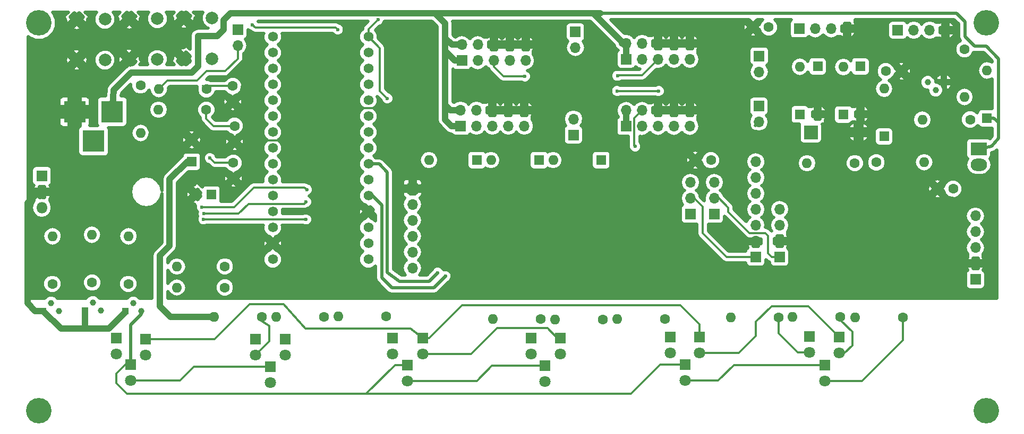
<source format=gbr>
G04 #@! TF.FileFunction,Copper,L1,Top,Signal*
%FSLAX46Y46*%
G04 Gerber Fmt 4.6, Leading zero omitted, Abs format (unit mm)*
G04 Created by KiCad (PCBNEW 4.0.7) date 10/23/20 17:39:24*
%MOMM*%
%LPD*%
G01*
G04 APERTURE LIST*
%ADD10C,0.100000*%
%ADD11R,1.600000X1.600000*%
%ADD12C,1.600000*%
%ADD13O,1.600000X1.600000*%
%ADD14R,1.700000X1.700000*%
%ADD15O,1.700000X1.700000*%
%ADD16C,4.064000*%
%ADD17C,1.574800*%
%ADD18R,2.200000X2.200000*%
%ADD19O,2.200000X2.200000*%
%ADD20R,3.500000X3.500000*%
%ADD21R,1.800000X1.800000*%
%ADD22O,1.800000X1.800000*%
%ADD23C,1.800000*%
%ADD24C,1.000000*%
%ADD25R,1.000000X1.000000*%
%ADD26C,2.000000*%
%ADD27R,2.600000X2.000000*%
%ADD28O,2.600000X2.000000*%
%ADD29C,0.600000*%
%ADD30C,0.350000*%
%ADD31C,1.000000*%
%ADD32C,0.500000*%
G04 APERTURE END LIST*
D10*
D11*
X142490000Y-79020000D03*
D12*
X139990000Y-79020000D03*
D11*
X245975000Y-58550000D03*
D13*
X245975000Y-66170000D03*
D11*
X243225000Y-66250000D03*
D13*
X243225000Y-58630000D03*
D14*
X236220000Y-52540000D03*
D15*
X238760000Y-52540000D03*
X241300000Y-52540000D03*
X243840000Y-52540000D03*
D14*
X233076000Y-89018000D03*
D15*
X233076000Y-86478000D03*
X233076000Y-83938000D03*
X233076000Y-81398000D03*
D11*
X139350000Y-73778000D03*
D12*
X139350000Y-70278000D03*
D16*
X266000000Y-51600000D03*
X115000000Y-113600000D03*
X266000000Y-113600000D03*
X115000000Y-51600000D03*
D12*
X222154000Y-73524000D03*
X219654000Y-73524000D03*
X250010000Y-59320000D03*
X252510000Y-59320000D03*
X260750000Y-78100000D03*
X258250000Y-78100000D03*
D11*
X236325000Y-66225000D03*
D13*
X236325000Y-58605000D03*
D11*
X239150000Y-58550000D03*
D13*
X239150000Y-66170000D03*
D11*
X249730000Y-69740000D03*
D13*
X249730000Y-62120000D03*
D14*
X251920000Y-52770000D03*
D15*
X254460000Y-52770000D03*
X257000000Y-52770000D03*
X259540000Y-52770000D03*
D14*
X174550000Y-78050000D03*
D15*
X174550000Y-80590000D03*
X174550000Y-83130000D03*
X174550000Y-85670000D03*
X174550000Y-88210000D03*
X174550000Y-90750000D03*
D14*
X264300000Y-92600000D03*
D15*
X264300000Y-90060000D03*
X264300000Y-87520000D03*
X264300000Y-84980000D03*
X264300000Y-82440000D03*
D14*
X146700000Y-52700000D03*
D15*
X146700000Y-55240000D03*
D12*
X248500000Y-73870000D03*
D13*
X256120000Y-73870000D03*
D12*
X245060000Y-74010000D03*
D13*
X237440000Y-74010000D03*
D17*
X152280000Y-89380000D03*
X167520000Y-89380000D03*
X152280000Y-86840000D03*
X167520000Y-86840000D03*
X152280000Y-84300000D03*
X167520000Y-84300000D03*
X152280000Y-81760000D03*
X167520000Y-81760000D03*
X152280000Y-79220000D03*
X167520000Y-79220000D03*
X152280000Y-76680000D03*
X167520000Y-76680000D03*
X152280000Y-74140000D03*
X167520000Y-74140000D03*
X152280000Y-71600000D03*
X167520000Y-71600000D03*
X152280000Y-69060000D03*
X167520000Y-69060000D03*
X152280000Y-66520000D03*
X167520000Y-66520000D03*
X152280000Y-63980000D03*
X167520000Y-63980000D03*
X152280000Y-61440000D03*
X167520000Y-61440000D03*
X152280000Y-58900000D03*
X167520000Y-58900000D03*
X152280000Y-56360000D03*
X167520000Y-56360000D03*
X152280000Y-53820000D03*
X167520000Y-53820000D03*
D18*
X238050000Y-69075000D03*
D19*
X245670000Y-69075000D03*
D20*
X126700000Y-65800000D03*
X120700000Y-65800000D03*
X123700000Y-70500000D03*
D21*
X115474000Y-76064000D03*
D22*
X115474000Y-78604000D03*
X115474000Y-81144000D03*
D14*
X200525000Y-53025000D03*
D15*
X200525000Y-55565000D03*
D14*
X229830000Y-56890000D03*
D15*
X229830000Y-59430000D03*
D14*
X229774000Y-64888000D03*
D15*
X229774000Y-67428000D03*
D14*
X200225000Y-69500000D03*
D15*
X200225000Y-66960000D03*
D12*
X231340000Y-52280000D03*
X228840000Y-52280000D03*
X144625000Y-93875000D03*
D13*
X137005000Y-93875000D03*
D12*
X144625000Y-90525000D03*
D13*
X137005000Y-90525000D03*
D21*
X193450000Y-101950000D03*
D23*
X193450000Y-104490000D03*
D21*
X171400000Y-101950000D03*
D23*
X171400000Y-104490000D03*
D21*
X237800000Y-101700000D03*
D23*
X237800000Y-104240000D03*
D21*
X215650000Y-101800000D03*
D23*
X215650000Y-104340000D03*
D21*
X149500000Y-102100000D03*
D23*
X149500000Y-104640000D03*
D21*
X127300000Y-102000000D03*
D23*
X127300000Y-104540000D03*
D21*
X198100000Y-101950000D03*
D23*
X198100000Y-104490000D03*
D21*
X176200000Y-101950000D03*
D23*
X176200000Y-104490000D03*
D21*
X154300000Y-102100000D03*
D23*
X154300000Y-104640000D03*
D21*
X132000000Y-102100000D03*
D23*
X132000000Y-104640000D03*
D21*
X242600000Y-101800000D03*
D23*
X242600000Y-104340000D03*
D21*
X220300000Y-101800000D03*
D23*
X220300000Y-104340000D03*
D21*
X240250000Y-106250000D03*
D23*
X240250000Y-108790000D03*
D21*
X218000000Y-106200000D03*
D23*
X218000000Y-108740000D03*
D21*
X151900000Y-106500000D03*
D23*
X151900000Y-109040000D03*
D21*
X129600000Y-106200000D03*
D23*
X129600000Y-108740000D03*
D21*
X195700000Y-106400000D03*
D23*
X195700000Y-108940000D03*
D21*
X173750000Y-106250000D03*
D23*
X173750000Y-108790000D03*
D24*
X116940000Y-96340000D03*
X118210000Y-97610000D03*
D25*
X115670000Y-97610000D03*
D24*
X123610000Y-96270000D03*
X124880000Y-97540000D03*
D25*
X122340000Y-97540000D03*
D24*
X130050000Y-96340000D03*
X131320000Y-97610000D03*
D25*
X128780000Y-97610000D03*
D12*
X117160000Y-93310000D03*
D13*
X117160000Y-85690000D03*
D12*
X194975000Y-98950000D03*
D13*
X187355000Y-98950000D03*
D12*
X232950000Y-98650000D03*
D13*
X225330000Y-98650000D03*
D12*
X123480000Y-93080000D03*
D13*
X123480000Y-85460000D03*
D12*
X150510000Y-98600000D03*
D13*
X142890000Y-98600000D03*
D12*
X204900000Y-98975000D03*
D13*
X197280000Y-98975000D03*
D12*
X160460000Y-98570000D03*
D13*
X152840000Y-98570000D03*
D12*
X129270000Y-93310000D03*
D13*
X129270000Y-85690000D03*
D12*
X242775000Y-98600000D03*
D13*
X235155000Y-98600000D03*
D12*
X252725000Y-98650000D03*
D13*
X245105000Y-98650000D03*
D12*
X170380000Y-98490000D03*
D13*
X162760000Y-98490000D03*
D12*
X214800000Y-98900000D03*
D13*
X207180000Y-98900000D03*
D12*
X131200000Y-61575000D03*
D13*
X131200000Y-69195000D03*
D12*
X141675000Y-65475000D03*
D13*
X134055000Y-65475000D03*
D12*
X141725000Y-62200000D03*
D13*
X134105000Y-62200000D03*
D26*
X138110000Y-50830000D03*
X142610000Y-50830000D03*
X138110000Y-57330000D03*
X142610000Y-57330000D03*
X129380000Y-50940000D03*
X133880000Y-50940000D03*
X129380000Y-57440000D03*
X133880000Y-57440000D03*
X121030000Y-51030000D03*
X125530000Y-51030000D03*
X121030000Y-57530000D03*
X125530000Y-57530000D03*
D11*
X184816000Y-73524000D03*
D13*
X177196000Y-73524000D03*
D11*
X194722000Y-73524000D03*
D13*
X187102000Y-73524000D03*
D11*
X204628000Y-73524000D03*
D13*
X197008000Y-73524000D03*
D14*
X229266000Y-89018000D03*
D15*
X229266000Y-86478000D03*
X229266000Y-83938000D03*
X229266000Y-81398000D03*
X229266000Y-78858000D03*
X229266000Y-76318000D03*
X229266000Y-73778000D03*
D14*
X218852000Y-82160000D03*
D15*
X218852000Y-79620000D03*
X218852000Y-77080000D03*
D14*
X222662000Y-82160000D03*
D15*
X222662000Y-79620000D03*
X222662000Y-77080000D03*
D11*
X266150000Y-66825000D03*
D13*
X266150000Y-59205000D03*
D27*
X264825000Y-71700000D03*
D28*
X264825000Y-74240000D03*
D24*
X257968000Y-62348000D03*
X256698000Y-61078000D03*
D25*
X259238000Y-61078000D03*
D12*
X262550000Y-55820000D03*
D13*
X262550000Y-63440000D03*
D12*
X263450000Y-67060000D03*
D13*
X255830000Y-67060000D03*
D14*
X182425000Y-57625000D03*
D15*
X182425000Y-55085000D03*
X184965000Y-57625000D03*
X184965000Y-55085000D03*
X187505000Y-57625000D03*
X187505000Y-55085000D03*
X190045000Y-57625000D03*
X190045000Y-55085000D03*
X192585000Y-57625000D03*
X192585000Y-55085000D03*
D14*
X208625000Y-57425000D03*
D15*
X208625000Y-54885000D03*
X211165000Y-57425000D03*
X211165000Y-54885000D03*
X213705000Y-57425000D03*
X213705000Y-54885000D03*
X216245000Y-57425000D03*
X216245000Y-54885000D03*
X218785000Y-57425000D03*
X218785000Y-54885000D03*
D14*
X208600000Y-68125000D03*
D15*
X208600000Y-65585000D03*
X211140000Y-68125000D03*
X211140000Y-65585000D03*
X213680000Y-68125000D03*
X213680000Y-65585000D03*
X216220000Y-68125000D03*
X216220000Y-65585000D03*
X218760000Y-68125000D03*
X218760000Y-65585000D03*
D14*
X182225000Y-68100000D03*
D15*
X182225000Y-65560000D03*
X184765000Y-68100000D03*
X184765000Y-65560000D03*
X187305000Y-68100000D03*
X187305000Y-65560000D03*
X189845000Y-68100000D03*
X189845000Y-65560000D03*
X192385000Y-68100000D03*
X192385000Y-65560000D03*
D12*
X146000000Y-76450000D03*
X146000000Y-73950000D03*
X145900000Y-64200000D03*
X145900000Y-61700000D03*
X146200000Y-70575000D03*
X146200000Y-68075000D03*
D29*
X210025000Y-71350000D03*
X213800000Y-62475000D03*
X207175000Y-62475000D03*
X207225000Y-60050000D03*
X192475000Y-60150000D03*
X169050000Y-51075000D03*
X170540000Y-63670000D03*
X179820000Y-92090000D03*
X157700000Y-78250000D03*
X141000000Y-81050000D03*
X141300000Y-82050000D03*
X157600000Y-80200000D03*
X157600000Y-83000000D03*
X141250000Y-83000000D03*
X142250000Y-73175000D03*
X178590000Y-91530000D03*
X162650000Y-52675000D03*
X149050000Y-51900000D03*
D30*
X146700000Y-55240000D02*
X146700000Y-57300000D01*
X135480000Y-60825000D02*
X134105000Y-62200000D01*
X140250000Y-60825000D02*
X135480000Y-60825000D01*
X141750000Y-59325000D02*
X140250000Y-60825000D01*
X144675000Y-59325000D02*
X141750000Y-59325000D01*
X146700000Y-57300000D02*
X144675000Y-59325000D01*
X209875000Y-66850000D02*
X211140000Y-65585000D01*
X209875000Y-71200000D02*
X209875000Y-66850000D01*
X210025000Y-71350000D02*
X209875000Y-71200000D01*
X174550000Y-70525000D02*
X174550000Y-78050000D01*
X169225000Y-65200000D02*
X174550000Y-70525000D01*
X159825000Y-65200000D02*
X169225000Y-65200000D01*
X154625000Y-70400000D02*
X159825000Y-65200000D01*
X150450000Y-70400000D02*
X154625000Y-70400000D01*
X149650000Y-71200000D02*
X150450000Y-70400000D01*
X149650000Y-72800000D02*
X149650000Y-71200000D01*
X145700000Y-76750000D02*
X149650000Y-72800000D01*
D31*
X122340000Y-97540000D02*
X122340000Y-100448000D01*
X122340000Y-100448000D02*
X122332000Y-100448000D01*
X128780000Y-97610000D02*
X128780000Y-97810000D01*
X128780000Y-97810000D02*
X126142000Y-100448000D01*
X126142000Y-100448000D02*
X122332000Y-100448000D01*
X122332000Y-100448000D02*
X118508000Y-100448000D01*
X118508000Y-100448000D02*
X115670000Y-97610000D01*
X115670000Y-97610000D02*
X114414000Y-97610000D01*
X113188000Y-80382000D02*
X114966000Y-78604000D01*
X113188000Y-96384000D02*
X113188000Y-80382000D01*
X114414000Y-97610000D02*
X113188000Y-96384000D01*
X114966000Y-78604000D02*
X115474000Y-78604000D01*
D30*
X207175000Y-62475000D02*
X213800000Y-62475000D01*
X187505000Y-57625000D02*
X187505000Y-58605000D01*
X211155000Y-59975000D02*
X213705000Y-57425000D01*
X207300000Y-59975000D02*
X211155000Y-59975000D01*
X207225000Y-60050000D02*
X207300000Y-59975000D01*
X189050000Y-60150000D02*
X192475000Y-60150000D01*
X187505000Y-58605000D02*
X189050000Y-60150000D01*
X167520000Y-52605000D02*
X167520000Y-53820000D01*
X169050000Y-51075000D02*
X167520000Y-52605000D01*
X170540000Y-63670000D02*
X169350000Y-62480000D01*
X169350000Y-62480000D02*
X169350000Y-55650000D01*
X169350000Y-55650000D02*
X167520000Y-53820000D01*
D31*
X208625000Y-54885000D02*
X208210000Y-54885000D01*
X208210000Y-54885000D02*
X203385000Y-50060000D01*
X208600000Y-65585000D02*
X208600000Y-68125000D01*
X208625000Y-57425000D02*
X208625000Y-54885000D01*
X208625000Y-54885000D02*
X207935000Y-54885000D01*
X182425000Y-55085000D02*
X180810000Y-55085000D01*
X180810000Y-55085000D02*
X179750000Y-54025000D01*
X182425000Y-57625000D02*
X181300000Y-57625000D01*
X181300000Y-57625000D02*
X179750000Y-56075000D01*
X182225000Y-65560000D02*
X180610000Y-65560000D01*
X180610000Y-65560000D02*
X179750000Y-64700000D01*
X177770000Y-50060000D02*
X178160000Y-50060000D01*
X180800000Y-68100000D02*
X182225000Y-68100000D01*
X179750000Y-67050000D02*
X180800000Y-68100000D01*
X179750000Y-51650000D02*
X179750000Y-54025000D01*
X179750000Y-54025000D02*
X179750000Y-56075000D01*
X179750000Y-56075000D02*
X179750000Y-64700000D01*
X179750000Y-64700000D02*
X179750000Y-67050000D01*
X178160000Y-50060000D02*
X179750000Y-51650000D01*
D32*
X182225000Y-68100000D02*
X182225000Y-67550000D01*
X266150000Y-66825000D02*
X267250000Y-66825000D01*
X267250000Y-66825000D02*
X267950000Y-67525000D01*
X204475000Y-50060000D02*
X261285000Y-50060000D01*
X266900000Y-71350000D02*
X264825000Y-71700000D01*
X267950000Y-70075000D02*
X266900000Y-71350000D01*
X267950000Y-57300000D02*
X267950000Y-67525000D01*
X267950000Y-67525000D02*
X267950000Y-70075000D01*
X266050000Y-55325000D02*
X267950000Y-57300000D01*
X264175000Y-55325000D02*
X266050000Y-55325000D01*
X262600000Y-53750000D02*
X264175000Y-55325000D01*
X262600000Y-51375000D02*
X262600000Y-53750000D01*
X261285000Y-50060000D02*
X262600000Y-51375000D01*
D31*
X139350000Y-73778000D02*
X138672000Y-73778000D01*
X138672000Y-73778000D02*
X135850000Y-76600000D01*
X136000000Y-98600000D02*
X142890000Y-98600000D01*
X134300000Y-96900000D02*
X136000000Y-98600000D01*
X134300000Y-88750000D02*
X134300000Y-96900000D01*
X135850000Y-87200000D02*
X134300000Y-88750000D01*
X135850000Y-76600000D02*
X135850000Y-87200000D01*
X140366000Y-53712000D02*
X140366000Y-58538000D01*
X139350000Y-59554000D02*
X129698000Y-59554000D01*
X140366000Y-58538000D02*
X139350000Y-59554000D01*
X126950000Y-62302000D02*
X126700000Y-65800000D01*
X129698000Y-59554000D02*
X126950000Y-62302000D01*
X145542000Y-50060000D02*
X150690000Y-50060000D01*
X144430000Y-51172000D02*
X145542000Y-50060000D01*
X144430000Y-52696000D02*
X144430000Y-51172000D01*
X143414000Y-53712000D02*
X144430000Y-52696000D01*
X140366000Y-53712000D02*
X143414000Y-53712000D01*
X177770000Y-50060000D02*
X150690000Y-50060000D01*
X126700000Y-65800000D02*
X126700000Y-65950000D01*
X126700000Y-65950000D02*
X127270000Y-66520000D01*
X177770000Y-50060000D02*
X203385000Y-50060000D01*
X203385000Y-50060000D02*
X204475000Y-50060000D01*
D30*
X229266000Y-76318000D02*
X229718000Y-76318000D01*
D32*
X167520000Y-79220000D02*
X168180000Y-79220000D01*
X168180000Y-79220000D02*
X169650000Y-80690000D01*
X169650000Y-80690000D02*
X169650000Y-92310000D01*
X169650000Y-92310000D02*
X171270000Y-93930000D01*
X171270000Y-93930000D02*
X177980000Y-93930000D01*
X177980000Y-93930000D02*
X179820000Y-92090000D01*
D30*
X157700000Y-78250000D02*
X157350000Y-77900000D01*
X157350000Y-77900000D02*
X149250000Y-77900000D01*
X149250000Y-77900000D02*
X146100000Y-81050000D01*
X146100000Y-81050000D02*
X141000000Y-81050000D01*
X146850000Y-82050000D02*
X141300000Y-82050000D01*
X148400000Y-80500000D02*
X146850000Y-82050000D01*
X157300000Y-80500000D02*
X148400000Y-80500000D01*
X157600000Y-80200000D02*
X157300000Y-80500000D01*
X157600000Y-83000000D02*
X141250000Y-83000000D01*
X198100000Y-101950000D02*
X197650000Y-101950000D01*
X197650000Y-101950000D02*
X196050000Y-100350000D01*
X196050000Y-100350000D02*
X188075000Y-100350000D01*
X188075000Y-100350000D02*
X183935000Y-104490000D01*
X183935000Y-104490000D02*
X176200000Y-104490000D01*
X176200000Y-101950000D02*
X177200000Y-101950000D01*
X220300000Y-99750000D02*
X220300000Y-101800000D01*
X217225000Y-96675000D02*
X220300000Y-99750000D01*
X182475000Y-96675000D02*
X217225000Y-96675000D01*
X177200000Y-101950000D02*
X182475000Y-96675000D01*
X132000000Y-102100000D02*
X143025000Y-102100000D01*
X174215000Y-100445000D02*
X176200000Y-101950000D01*
X157515000Y-100445000D02*
X174215000Y-100445000D01*
X154050000Y-96500000D02*
X157515000Y-100445000D01*
X148625000Y-96500000D02*
X154050000Y-96500000D01*
X143025000Y-102100000D02*
X148625000Y-96500000D01*
D32*
X132000000Y-104640000D02*
X132000000Y-104600000D01*
D30*
X220300000Y-104340000D02*
X226560000Y-104340000D01*
X237650000Y-96850000D02*
X242600000Y-101800000D01*
X231825000Y-96850000D02*
X237650000Y-96850000D01*
X229300000Y-99375000D02*
X231825000Y-96850000D01*
X229300000Y-101600000D02*
X229300000Y-99375000D01*
X226560000Y-104340000D02*
X229300000Y-101600000D01*
X218000000Y-108740000D02*
X223310000Y-108740000D01*
X225800000Y-106250000D02*
X240250000Y-106250000D01*
X223310000Y-108740000D02*
X225800000Y-106250000D01*
D32*
X131320000Y-97610000D02*
X131320000Y-98160000D01*
X129600000Y-99880000D02*
X129600000Y-106200000D01*
X131320000Y-98160000D02*
X129600000Y-99880000D01*
D30*
X167150000Y-110850000D02*
X209350000Y-110850000D01*
X214000000Y-106200000D02*
X218000000Y-106200000D01*
X209350000Y-110850000D02*
X214000000Y-106200000D01*
X173750000Y-106250000D02*
X171750000Y-106250000D01*
X127350000Y-107600000D02*
X128750000Y-106200000D01*
X127350000Y-109150000D02*
X127350000Y-107600000D01*
X129050000Y-110850000D02*
X127350000Y-109150000D01*
X167150000Y-110850000D02*
X129050000Y-110850000D01*
X171750000Y-106250000D02*
X167150000Y-110850000D01*
X128750000Y-106200000D02*
X129600000Y-106200000D01*
X131320000Y-97610000D02*
X131320000Y-98070000D01*
X129300000Y-105900000D02*
X129600000Y-106200000D01*
X129600000Y-108740000D02*
X137460000Y-108740000D01*
X139700000Y-106500000D02*
X151900000Y-106500000D01*
X137460000Y-108740000D02*
X139700000Y-106500000D01*
X173750000Y-108790000D02*
X184810000Y-108790000D01*
X187200000Y-106400000D02*
X195700000Y-106400000D01*
X184810000Y-108790000D02*
X187200000Y-106400000D01*
X232950000Y-98650000D02*
X232950000Y-101200000D01*
X235990000Y-104240000D02*
X237800000Y-104240000D01*
X232950000Y-101200000D02*
X235990000Y-104240000D01*
X150510000Y-98600000D02*
X150260000Y-99050000D01*
X151700000Y-102440000D02*
X149500000Y-104640000D01*
X151700000Y-100000000D02*
X151700000Y-102440000D01*
X150260000Y-99050000D02*
X151700000Y-100000000D01*
X242775000Y-98600000D02*
X242775000Y-99050000D01*
X242775000Y-99050000D02*
X244675000Y-100950000D01*
X244675000Y-100950000D02*
X244675000Y-103125000D01*
X244675000Y-103125000D02*
X243460000Y-104340000D01*
X243460000Y-104340000D02*
X242600000Y-104340000D01*
X240250000Y-108790000D02*
X246235000Y-108790000D01*
X252725000Y-102300000D02*
X252725000Y-98650000D01*
X246235000Y-108790000D02*
X252725000Y-102300000D01*
X143025000Y-73950000D02*
X146000000Y-73950000D01*
X142250000Y-73175000D02*
X143025000Y-73950000D01*
X131200000Y-69195000D02*
X131630000Y-69195000D01*
X141675000Y-65475000D02*
X141675000Y-66950000D01*
X142800000Y-68075000D02*
X146200000Y-68075000D01*
X141675000Y-66950000D02*
X142800000Y-68075000D01*
X141675000Y-65475000D02*
X141167000Y-65475000D01*
X145900000Y-61700000D02*
X142225000Y-61700000D01*
X142225000Y-61700000D02*
X141725000Y-62200000D01*
X141175000Y-61650000D02*
X141725000Y-62200000D01*
X218852000Y-79620000D02*
X219420000Y-79620000D01*
X219420000Y-79620000D02*
X220800000Y-81000000D01*
X220800000Y-81000000D02*
X220800000Y-85200000D01*
X220800000Y-85200000D02*
X224618000Y-89018000D01*
X224618000Y-89018000D02*
X229266000Y-89018000D01*
X233076000Y-89018000D02*
X231818000Y-89018000D01*
X224900000Y-81100000D02*
X223420000Y-79620000D01*
X224900000Y-81800000D02*
X224900000Y-81100000D01*
X228300000Y-85200000D02*
X224900000Y-81800000D01*
X230800000Y-85200000D02*
X228300000Y-85200000D01*
X231200000Y-85600000D02*
X230800000Y-85200000D01*
X231200000Y-88400000D02*
X231200000Y-85600000D01*
X231818000Y-89018000D02*
X231200000Y-88400000D01*
X223420000Y-79620000D02*
X222662000Y-79620000D01*
D32*
X167520000Y-74140000D02*
X169214998Y-74140000D01*
X169214998Y-74140000D02*
X170550000Y-75475002D01*
X170550000Y-75475002D02*
X170550000Y-79250000D01*
X170550000Y-79250000D02*
X170550000Y-91430000D01*
X170550000Y-91430000D02*
X172440000Y-92870000D01*
X172440000Y-92870000D02*
X177250000Y-92870000D01*
X177250000Y-92870000D02*
X178590000Y-91530000D01*
X170550000Y-78840000D02*
X170550000Y-79250000D01*
D30*
X162325000Y-52350000D02*
X154000000Y-52350000D01*
X162650000Y-52675000D02*
X162325000Y-52350000D01*
X149500000Y-52350000D02*
X149050000Y-51900000D01*
X154000000Y-52350000D02*
X149500000Y-52350000D01*
D32*
X229234000Y-67968000D02*
X229774000Y-67428000D01*
G36*
X118882131Y-50649901D02*
X119253538Y-51021308D01*
X119239545Y-51114358D01*
X119343552Y-51637241D01*
X119599548Y-51753345D01*
X120322893Y-51030000D01*
X119969340Y-50676447D01*
X120676447Y-49969340D01*
X121030000Y-50322893D01*
X121383554Y-49969340D01*
X122090661Y-50676447D01*
X121737107Y-51030000D01*
X122460452Y-51753345D01*
X122716448Y-51637241D01*
X122809539Y-51018231D01*
X123177869Y-50649901D01*
X122377968Y-49850000D01*
X124235024Y-49850000D01*
X124047287Y-50037410D01*
X123780304Y-50680376D01*
X123779696Y-51376569D01*
X124045557Y-52020001D01*
X124537410Y-52512713D01*
X125180376Y-52779696D01*
X125876569Y-52780304D01*
X126520001Y-52514443D01*
X126664243Y-52370452D01*
X128656655Y-52370452D01*
X128772759Y-52626448D01*
X129464358Y-52730455D01*
X129987241Y-52626448D01*
X130103345Y-52370452D01*
X129380000Y-51647107D01*
X128656655Y-52370452D01*
X126664243Y-52370452D01*
X127012713Y-52022590D01*
X127279696Y-51379624D01*
X127280304Y-50683431D01*
X127014443Y-50039999D01*
X126824775Y-49850000D01*
X127942032Y-49850000D01*
X127232131Y-50559901D01*
X127603538Y-50931308D01*
X127589545Y-51024358D01*
X127693552Y-51547241D01*
X127949548Y-51663345D01*
X128672893Y-50940000D01*
X128319340Y-50586447D01*
X129026447Y-49879340D01*
X129380000Y-50232893D01*
X129733554Y-49879340D01*
X130440661Y-50586447D01*
X130087107Y-50940000D01*
X130810452Y-51663345D01*
X131066448Y-51547241D01*
X131159539Y-50928231D01*
X131527869Y-50559901D01*
X130817968Y-49850000D01*
X132494867Y-49850000D01*
X132397287Y-49947410D01*
X132130304Y-50590376D01*
X132129696Y-51286569D01*
X132395557Y-51930001D01*
X132887410Y-52422713D01*
X133530376Y-52689696D01*
X134226569Y-52690304D01*
X134870001Y-52424443D01*
X135034278Y-52260452D01*
X137386655Y-52260452D01*
X137502759Y-52516448D01*
X138194358Y-52620455D01*
X138717241Y-52516448D01*
X138833345Y-52260452D01*
X138110000Y-51537107D01*
X137386655Y-52260452D01*
X135034278Y-52260452D01*
X135362713Y-51932590D01*
X135629696Y-51289624D01*
X135630304Y-50593431D01*
X135364443Y-49949999D01*
X135264618Y-49850000D01*
X136562032Y-49850000D01*
X135962131Y-50449901D01*
X136333538Y-50821308D01*
X136319545Y-50914358D01*
X136423552Y-51437241D01*
X136679548Y-51553345D01*
X137402893Y-50830000D01*
X137049340Y-50476447D01*
X137675786Y-49850000D01*
X137837107Y-49850000D01*
X138110000Y-50122893D01*
X138382893Y-49850000D01*
X138544214Y-49850000D01*
X139170661Y-50476447D01*
X138817107Y-50830000D01*
X139540452Y-51553345D01*
X139796448Y-51437241D01*
X139889539Y-50818231D01*
X140257869Y-50449901D01*
X139657968Y-49850000D01*
X141122059Y-49850000D01*
X140860304Y-50480376D01*
X140859696Y-51176569D01*
X141125557Y-51820001D01*
X141617410Y-52312713D01*
X141976933Y-52462000D01*
X140366000Y-52462000D01*
X139887646Y-52557151D01*
X139482117Y-52828117D01*
X139211151Y-53233646D01*
X139116000Y-53712000D01*
X139116000Y-55808032D01*
X138490099Y-55182131D01*
X138118692Y-55553538D01*
X138025642Y-55539545D01*
X137502759Y-55643552D01*
X137386655Y-55899548D01*
X138110000Y-56622893D01*
X138463554Y-56269340D01*
X139116000Y-56921786D01*
X139116000Y-57031107D01*
X138817107Y-57330000D01*
X139116000Y-57628893D01*
X139116000Y-57738214D01*
X138550214Y-58304000D01*
X138376893Y-58304000D01*
X138110000Y-58037107D01*
X137843107Y-58304000D01*
X137669786Y-58304000D01*
X137049340Y-57683554D01*
X137402893Y-57330000D01*
X136679548Y-56606655D01*
X136423552Y-56722759D01*
X136330461Y-57341769D01*
X135962131Y-57710099D01*
X136556032Y-58304000D01*
X135416108Y-58304000D01*
X135629696Y-57789624D01*
X135630304Y-57093431D01*
X135364443Y-56449999D01*
X134872590Y-55957287D01*
X134229624Y-55690304D01*
X133533431Y-55689696D01*
X132889999Y-55955557D01*
X132397287Y-56447410D01*
X132130304Y-57090376D01*
X132129696Y-57786569D01*
X132343494Y-58304000D01*
X131043968Y-58304000D01*
X131527869Y-57820099D01*
X131156462Y-57448692D01*
X131170455Y-57355642D01*
X131066448Y-56832759D01*
X130810452Y-56716655D01*
X130087107Y-57440000D01*
X130440661Y-57793554D01*
X129930214Y-58304000D01*
X129698000Y-58304000D01*
X129563622Y-58330729D01*
X129380000Y-58147107D01*
X128943324Y-58583783D01*
X128814117Y-58670116D01*
X126066117Y-61418117D01*
X125954940Y-61584505D01*
X125832190Y-61742537D01*
X125820243Y-61786092D01*
X125795151Y-61823646D01*
X125756113Y-62019903D01*
X125703180Y-62212891D01*
X125626535Y-63285307D01*
X124950000Y-63285307D01*
X124672067Y-63337604D01*
X124416802Y-63501862D01*
X124245554Y-63752492D01*
X124185307Y-64050000D01*
X124185307Y-67550000D01*
X124237604Y-67827933D01*
X124338871Y-67985307D01*
X123086667Y-67985307D01*
X123092602Y-67979372D01*
X123208000Y-67700775D01*
X123208000Y-66864500D01*
X123018500Y-66675000D01*
X121575000Y-66675000D01*
X121575000Y-68100065D01*
X121416802Y-68201862D01*
X121245554Y-68452492D01*
X121185307Y-68750000D01*
X121185307Y-72250000D01*
X121237604Y-72527933D01*
X121401862Y-72783198D01*
X121652492Y-72954446D01*
X121950000Y-73014693D01*
X125450000Y-73014693D01*
X125727933Y-72962396D01*
X125983198Y-72798138D01*
X126154446Y-72547508D01*
X126214693Y-72250000D01*
X126214693Y-71508805D01*
X138684881Y-71508805D01*
X138769983Y-71756846D01*
X139380064Y-71866239D01*
X139683884Y-71805805D01*
X145534881Y-71805805D01*
X145619983Y-72053846D01*
X146230064Y-72163239D01*
X146780017Y-72053846D01*
X146865119Y-71805805D01*
X146200000Y-71140685D01*
X145534881Y-71805805D01*
X139683884Y-71805805D01*
X139930017Y-71756846D01*
X140015119Y-71508805D01*
X139350000Y-70843685D01*
X138684881Y-71508805D01*
X126214693Y-71508805D01*
X126214693Y-69164634D01*
X129650000Y-69164634D01*
X129650000Y-69225366D01*
X129767987Y-69818525D01*
X130103984Y-70321382D01*
X130606841Y-70657379D01*
X131200000Y-70775366D01*
X131793159Y-70657379D01*
X132296016Y-70321382D01*
X132304914Y-70308064D01*
X137761761Y-70308064D01*
X137871154Y-70858017D01*
X138119195Y-70943119D01*
X138784315Y-70278000D01*
X139915685Y-70278000D01*
X140580805Y-70943119D01*
X140828846Y-70858017D01*
X140874202Y-70605064D01*
X144611761Y-70605064D01*
X144721154Y-71155017D01*
X144969195Y-71240119D01*
X145634315Y-70575000D01*
X146765685Y-70575000D01*
X147430805Y-71240119D01*
X147678846Y-71155017D01*
X147788239Y-70544936D01*
X147678846Y-69994983D01*
X147430805Y-69909881D01*
X146765685Y-70575000D01*
X145634315Y-70575000D01*
X144969195Y-69909881D01*
X144721154Y-69994983D01*
X144611761Y-70605064D01*
X140874202Y-70605064D01*
X140938239Y-70247936D01*
X140828846Y-69697983D01*
X140580805Y-69612881D01*
X139915685Y-70278000D01*
X138784315Y-70278000D01*
X138119195Y-69612881D01*
X137871154Y-69697983D01*
X137761761Y-70308064D01*
X132304914Y-70308064D01*
X132632013Y-69818525D01*
X132750000Y-69225366D01*
X132750000Y-69164634D01*
X132726640Y-69047195D01*
X138684881Y-69047195D01*
X139350000Y-69712315D01*
X140015119Y-69047195D01*
X139930017Y-68799154D01*
X139319936Y-68689761D01*
X138769983Y-68799154D01*
X138684881Y-69047195D01*
X132726640Y-69047195D01*
X132632013Y-68571475D01*
X132296016Y-68068618D01*
X131793159Y-67732621D01*
X131200000Y-67614634D01*
X130606841Y-67732621D01*
X130103984Y-68068618D01*
X129767987Y-68571475D01*
X129650000Y-69164634D01*
X126214693Y-69164634D01*
X126214693Y-68750000D01*
X126162396Y-68472067D01*
X126061129Y-68314693D01*
X128450000Y-68314693D01*
X128727933Y-68262396D01*
X128983198Y-68098138D01*
X129154446Y-67847508D01*
X129214693Y-67550000D01*
X129214693Y-65475000D01*
X132474634Y-65475000D01*
X132592621Y-66068159D01*
X132928618Y-66571016D01*
X133431475Y-66907013D01*
X134024634Y-67025000D01*
X134085366Y-67025000D01*
X134678525Y-66907013D01*
X135181382Y-66571016D01*
X135517379Y-66068159D01*
X135574307Y-65781961D01*
X140124732Y-65781961D01*
X140360208Y-66351857D01*
X140750000Y-66742331D01*
X140750000Y-66950000D01*
X140820411Y-67303983D01*
X141020926Y-67604074D01*
X142145926Y-68729074D01*
X142446017Y-68929589D01*
X142800000Y-69000000D01*
X144933267Y-69000000D01*
X145320849Y-69388260D01*
X145762218Y-69571532D01*
X146200000Y-70009315D01*
X146638325Y-69570990D01*
X147076857Y-69389792D01*
X147513260Y-68954151D01*
X147749730Y-68384667D01*
X147750268Y-67768039D01*
X147514792Y-67198143D01*
X147079151Y-66761740D01*
X146509667Y-66525270D01*
X145893039Y-66524732D01*
X145323143Y-66760208D01*
X144932669Y-67150000D01*
X143183148Y-67150000D01*
X142687517Y-66654369D01*
X142988260Y-66354151D01*
X143224730Y-65784667D01*
X143225038Y-65430805D01*
X145234881Y-65430805D01*
X145319983Y-65678846D01*
X145930064Y-65788239D01*
X146480017Y-65678846D01*
X146565119Y-65430805D01*
X145900000Y-64765685D01*
X145234881Y-65430805D01*
X143225038Y-65430805D01*
X143225268Y-65168039D01*
X142989792Y-64598143D01*
X142622356Y-64230064D01*
X144311761Y-64230064D01*
X144421154Y-64780017D01*
X144669195Y-64865119D01*
X145334315Y-64200000D01*
X146465685Y-64200000D01*
X147130805Y-64865119D01*
X147378846Y-64780017D01*
X147488239Y-64169936D01*
X147378846Y-63619983D01*
X147130805Y-63534881D01*
X146465685Y-64200000D01*
X145334315Y-64200000D01*
X144669195Y-63534881D01*
X144421154Y-63619983D01*
X144311761Y-64230064D01*
X142622356Y-64230064D01*
X142554151Y-64161740D01*
X141984667Y-63925270D01*
X141368039Y-63924732D01*
X140798143Y-64160208D01*
X140361740Y-64595849D01*
X140125270Y-65165333D01*
X140124732Y-65781961D01*
X135574307Y-65781961D01*
X135635366Y-65475000D01*
X135517379Y-64881841D01*
X135181382Y-64378984D01*
X134678525Y-64042987D01*
X134085366Y-63925000D01*
X134024634Y-63925000D01*
X133431475Y-64042987D01*
X132928618Y-64378984D01*
X132592621Y-64881841D01*
X132474634Y-65475000D01*
X129214693Y-65475000D01*
X129214693Y-64050000D01*
X129162396Y-63772067D01*
X128998138Y-63516802D01*
X128747508Y-63345554D01*
X128450000Y-63285307D01*
X128132912Y-63285307D01*
X128163581Y-62856185D01*
X129650179Y-61369588D01*
X129649732Y-61881961D01*
X129885208Y-62451857D01*
X130320849Y-62888260D01*
X130890333Y-63124730D01*
X131506961Y-63125268D01*
X132076857Y-62889792D01*
X132513260Y-62454151D01*
X132555130Y-62353316D01*
X132642621Y-62793159D01*
X132978618Y-63296016D01*
X133481475Y-63632013D01*
X134074634Y-63750000D01*
X134135366Y-63750000D01*
X134728525Y-63632013D01*
X135231382Y-63296016D01*
X135567379Y-62793159D01*
X135685366Y-62200000D01*
X135640202Y-61972946D01*
X135863148Y-61750000D01*
X140233541Y-61750000D01*
X140175270Y-61890333D01*
X140174732Y-62506961D01*
X140410208Y-63076857D01*
X140845849Y-63513260D01*
X141415333Y-63749730D01*
X142031961Y-63750268D01*
X142601857Y-63514792D01*
X143038260Y-63079151D01*
X143226840Y-62625000D01*
X144633267Y-62625000D01*
X145020849Y-63013260D01*
X145462218Y-63196532D01*
X145900000Y-63634315D01*
X146338325Y-63195990D01*
X146776857Y-63014792D01*
X147213260Y-62579151D01*
X147449730Y-62009667D01*
X147450268Y-61393039D01*
X147214792Y-60823143D01*
X146779151Y-60386740D01*
X146209667Y-60150270D01*
X145593039Y-60149732D01*
X145023143Y-60385208D01*
X144632669Y-60775000D01*
X142335051Y-60775000D01*
X142034667Y-60650270D01*
X141733141Y-60650007D01*
X142133148Y-60250000D01*
X144675000Y-60250000D01*
X145028983Y-60179589D01*
X145329074Y-59979074D01*
X147354071Y-57954076D01*
X147354074Y-57954074D01*
X147554589Y-57653982D01*
X147625000Y-57300000D01*
X147625000Y-56530208D01*
X147862717Y-56371371D01*
X148209553Y-55852293D01*
X148331346Y-55240000D01*
X148209553Y-54627707D01*
X147924109Y-54200509D01*
X148083198Y-54098138D01*
X148254446Y-53847508D01*
X148314693Y-53550000D01*
X148314693Y-52649631D01*
X148454446Y-52789628D01*
X148757191Y-52915339D01*
X148845926Y-53004074D01*
X149146017Y-53204589D01*
X149500000Y-53275000D01*
X150841632Y-53275000D01*
X150742868Y-53512851D01*
X150742334Y-54124466D01*
X150975896Y-54689729D01*
X151375788Y-55090319D01*
X150977416Y-55487996D01*
X150742868Y-56052851D01*
X150742334Y-56664466D01*
X150975896Y-57229729D01*
X151375788Y-57630319D01*
X150977416Y-58027996D01*
X150742868Y-58592851D01*
X150742334Y-59204466D01*
X150975896Y-59769729D01*
X151375788Y-60170319D01*
X150977416Y-60567996D01*
X150742868Y-61132851D01*
X150742334Y-61744466D01*
X150975896Y-62309729D01*
X151375788Y-62710319D01*
X150977416Y-63107996D01*
X150742868Y-63672851D01*
X150742334Y-64284466D01*
X150975896Y-64849729D01*
X151375788Y-65250319D01*
X150977416Y-65647996D01*
X150742868Y-66212851D01*
X150742334Y-66824466D01*
X150975896Y-67389729D01*
X151375788Y-67790319D01*
X150977416Y-68187996D01*
X150742868Y-68752851D01*
X150742334Y-69364466D01*
X150975896Y-69929729D01*
X151375788Y-70330319D01*
X150977416Y-70727996D01*
X150742868Y-71292851D01*
X150742334Y-71904466D01*
X150975896Y-72469729D01*
X151375788Y-72870319D01*
X150977416Y-73267996D01*
X150742868Y-73832851D01*
X150742334Y-74444466D01*
X150975896Y-75009729D01*
X151375788Y-75410319D01*
X150977416Y-75807996D01*
X150742868Y-76372851D01*
X150742342Y-76975000D01*
X149250005Y-76975000D01*
X149250000Y-76974999D01*
X148896018Y-77045411D01*
X148595926Y-77245926D01*
X145716852Y-80125000D01*
X143989327Y-80125000D01*
X143994446Y-80117508D01*
X144054693Y-79820000D01*
X144054693Y-78220000D01*
X144002396Y-77942067D01*
X143838138Y-77686802D01*
X143829362Y-77680805D01*
X145334881Y-77680805D01*
X145419983Y-77928846D01*
X146030064Y-78038239D01*
X146580017Y-77928846D01*
X146665119Y-77680805D01*
X146000000Y-77015685D01*
X145334881Y-77680805D01*
X143829362Y-77680805D01*
X143587508Y-77515554D01*
X143290000Y-77455307D01*
X141690000Y-77455307D01*
X141412067Y-77507604D01*
X141156802Y-77671862D01*
X141045030Y-77835446D01*
X140225907Y-77016323D01*
X139773357Y-77468874D01*
X139409983Y-77541154D01*
X139324881Y-77789195D01*
X139990000Y-78454315D01*
X140272843Y-78171472D01*
X140838528Y-78737157D01*
X140555685Y-79020000D01*
X140838528Y-79302843D01*
X140272843Y-79868528D01*
X139990000Y-79585685D01*
X139324881Y-80250805D01*
X139409983Y-80498846D01*
X139764677Y-80562446D01*
X139977256Y-80775025D01*
X139950182Y-80840226D01*
X139949818Y-81257942D01*
X140109334Y-81644000D01*
X140266350Y-81801290D01*
X140250182Y-81840226D01*
X140249818Y-82257942D01*
X140335300Y-82464825D01*
X140200182Y-82790226D01*
X140199818Y-83207942D01*
X140359334Y-83594000D01*
X140654446Y-83889628D01*
X141040226Y-84049818D01*
X141457942Y-84050182D01*
X141760905Y-83925000D01*
X150771042Y-83925000D01*
X150742868Y-83992851D01*
X150742334Y-84604466D01*
X150975896Y-85169729D01*
X151407996Y-85602584D01*
X151735246Y-85738470D01*
X152280000Y-86283224D01*
X152824906Y-85738318D01*
X153149729Y-85604104D01*
X153582584Y-85172004D01*
X153817132Y-84607149D01*
X153817666Y-83995534D01*
X153788522Y-83925000D01*
X157089631Y-83925000D01*
X157390226Y-84049818D01*
X157807942Y-84050182D01*
X158194000Y-83890666D01*
X158489628Y-83595554D01*
X158649818Y-83209774D01*
X158650182Y-82792058D01*
X158490666Y-82406000D01*
X158195554Y-82110372D01*
X157809774Y-81950182D01*
X157392058Y-81949818D01*
X157089095Y-82075000D01*
X153813872Y-82075000D01*
X153817132Y-82067149D01*
X153817376Y-81786655D01*
X165944549Y-81786655D01*
X166054273Y-82338273D01*
X166301803Y-82421421D01*
X166963224Y-81760000D01*
X166301803Y-81098579D01*
X166054273Y-81181727D01*
X165944549Y-81786655D01*
X153817376Y-81786655D01*
X153817666Y-81455534D01*
X153805050Y-81425000D01*
X157300000Y-81425000D01*
X157653983Y-81354589D01*
X157813960Y-81247695D01*
X158194000Y-81090666D01*
X158489628Y-80795554D01*
X158649818Y-80409774D01*
X158650182Y-79992058D01*
X158490666Y-79606000D01*
X158195554Y-79310372D01*
X158039803Y-79245698D01*
X158294000Y-79140666D01*
X158589628Y-78845554D01*
X158749818Y-78459774D01*
X158750182Y-78042058D01*
X158590666Y-77656000D01*
X158295554Y-77360372D01*
X157978032Y-77228525D01*
X157703983Y-77045411D01*
X157350000Y-76975000D01*
X153817143Y-76975000D01*
X153817666Y-76375534D01*
X153584104Y-75810271D01*
X153184212Y-75409681D01*
X153582584Y-75012004D01*
X153817132Y-74447149D01*
X153817666Y-73835534D01*
X153584104Y-73270271D01*
X153184212Y-72869681D01*
X153582584Y-72472004D01*
X153817132Y-71907149D01*
X153817666Y-71295534D01*
X153584104Y-70730271D01*
X153184212Y-70329681D01*
X153582584Y-69932004D01*
X153817132Y-69367149D01*
X153817666Y-68755534D01*
X153584104Y-68190271D01*
X153184212Y-67789681D01*
X153582584Y-67392004D01*
X153817132Y-66827149D01*
X153817666Y-66215534D01*
X153584104Y-65650271D01*
X153184212Y-65249681D01*
X153582584Y-64852004D01*
X153817132Y-64287149D01*
X153817666Y-63675534D01*
X153584104Y-63110271D01*
X153184212Y-62709681D01*
X153582584Y-62312004D01*
X153817132Y-61747149D01*
X153817666Y-61135534D01*
X153584104Y-60570271D01*
X153184212Y-60169681D01*
X153582584Y-59772004D01*
X153817132Y-59207149D01*
X153817666Y-58595534D01*
X153584104Y-58030271D01*
X153184212Y-57629681D01*
X153582584Y-57232004D01*
X153817132Y-56667149D01*
X153817666Y-56055534D01*
X153584104Y-55490271D01*
X153184212Y-55089681D01*
X153582584Y-54692004D01*
X153817132Y-54127149D01*
X153817666Y-53515534D01*
X153718279Y-53275000D01*
X161765324Y-53275000D01*
X162054446Y-53564628D01*
X162440226Y-53724818D01*
X162857942Y-53725182D01*
X163244000Y-53565666D01*
X163539628Y-53270554D01*
X163699818Y-52884774D01*
X163700182Y-52467058D01*
X163540666Y-52081000D01*
X163245554Y-51785372D01*
X162895236Y-51639907D01*
X162678983Y-51495411D01*
X162325000Y-51425000D01*
X149989836Y-51425000D01*
X149942319Y-51310000D01*
X167506852Y-51310000D01*
X166865926Y-51950926D01*
X166665411Y-52251017D01*
X166631401Y-52421999D01*
X166603421Y-52562664D01*
X166217416Y-52947996D01*
X165982868Y-53512851D01*
X165982334Y-54124466D01*
X166215896Y-54689729D01*
X166615788Y-55090319D01*
X166217416Y-55487996D01*
X165982868Y-56052851D01*
X165982334Y-56664466D01*
X166215896Y-57229729D01*
X166615788Y-57630319D01*
X166217416Y-58027996D01*
X165982868Y-58592851D01*
X165982334Y-59204466D01*
X166215896Y-59769729D01*
X166615788Y-60170319D01*
X166217416Y-60567996D01*
X165982868Y-61132851D01*
X165982334Y-61744466D01*
X166215896Y-62309729D01*
X166615788Y-62710319D01*
X166217416Y-63107996D01*
X165982868Y-63672851D01*
X165982334Y-64284466D01*
X166215896Y-64849729D01*
X166615788Y-65250319D01*
X166217416Y-65647996D01*
X165982868Y-66212851D01*
X165982334Y-66824466D01*
X166215896Y-67389729D01*
X166615788Y-67790319D01*
X166217416Y-68187996D01*
X165982868Y-68752851D01*
X165982334Y-69364466D01*
X166215896Y-69929729D01*
X166615788Y-70330319D01*
X166217416Y-70727996D01*
X165982868Y-71292851D01*
X165982334Y-71904466D01*
X166215896Y-72469729D01*
X166615788Y-72870319D01*
X166217416Y-73267996D01*
X165982868Y-73832851D01*
X165982334Y-74444466D01*
X166215896Y-75009729D01*
X166615788Y-75410319D01*
X166217416Y-75807996D01*
X165982868Y-76372851D01*
X165982334Y-76984466D01*
X166215896Y-77549729D01*
X166615788Y-77950319D01*
X166217416Y-78347996D01*
X165982868Y-78912851D01*
X165982334Y-79524466D01*
X166215896Y-80089729D01*
X166647996Y-80522584D01*
X166975246Y-80658470D01*
X167520000Y-81203224D01*
X167798388Y-80924836D01*
X168355164Y-81481612D01*
X168076776Y-81760000D01*
X168650000Y-82333224D01*
X168650000Y-83255863D01*
X168392004Y-82997416D01*
X168064754Y-82861530D01*
X167520000Y-82316776D01*
X166975094Y-82861682D01*
X166650271Y-82995896D01*
X166217416Y-83427996D01*
X165982868Y-83992851D01*
X165982334Y-84604466D01*
X166215896Y-85169729D01*
X166615788Y-85570319D01*
X166217416Y-85967996D01*
X165982868Y-86532851D01*
X165982334Y-87144466D01*
X166215896Y-87709729D01*
X166615788Y-88110319D01*
X166217416Y-88507996D01*
X165982868Y-89072851D01*
X165982334Y-89684466D01*
X166215896Y-90249729D01*
X166647996Y-90682584D01*
X167212851Y-90917132D01*
X167824466Y-90917666D01*
X168389729Y-90684104D01*
X168650000Y-90424287D01*
X168650000Y-92310000D01*
X168726120Y-92692684D01*
X168942893Y-93017107D01*
X170562893Y-94637107D01*
X170887316Y-94853880D01*
X171270000Y-94930000D01*
X177980000Y-94930000D01*
X178362684Y-94853880D01*
X178687107Y-94637107D01*
X180293940Y-93030274D01*
X180414000Y-92980666D01*
X180709628Y-92685554D01*
X180869818Y-92299774D01*
X180870182Y-91882058D01*
X180815617Y-91750000D01*
X262685307Y-91750000D01*
X262685307Y-93450000D01*
X262737604Y-93727933D01*
X262901862Y-93983198D01*
X263152492Y-94154446D01*
X263450000Y-94214693D01*
X265150000Y-94214693D01*
X265427933Y-94162396D01*
X265683198Y-93998138D01*
X265854446Y-93747508D01*
X265914693Y-93450000D01*
X265914693Y-91750000D01*
X265862396Y-91472067D01*
X265698138Y-91216802D01*
X265550002Y-91115585D01*
X265550002Y-91044534D01*
X265765241Y-90722369D01*
X265653336Y-90485000D01*
X264725000Y-90485000D01*
X264725000Y-90910000D01*
X263875000Y-90910000D01*
X263875000Y-90485000D01*
X262946664Y-90485000D01*
X262834759Y-90722369D01*
X263049998Y-91044534D01*
X263049998Y-91116154D01*
X262916802Y-91201862D01*
X262745554Y-91452492D01*
X262685307Y-91750000D01*
X180815617Y-91750000D01*
X180710666Y-91496000D01*
X180415554Y-91200372D01*
X180029774Y-91040182D01*
X179612058Y-91039818D01*
X179536468Y-91071051D01*
X179480666Y-90936000D01*
X179185554Y-90640372D01*
X178799774Y-90480182D01*
X178382058Y-90479818D01*
X177996000Y-90639334D01*
X177700372Y-90934446D01*
X177649978Y-91055808D01*
X176835786Y-91870000D01*
X175720315Y-91870000D01*
X176059553Y-91362293D01*
X176181346Y-90750000D01*
X176059553Y-90137707D01*
X175712717Y-89618629D01*
X175505244Y-89480000D01*
X175712717Y-89341371D01*
X176059553Y-88822293D01*
X176181346Y-88210000D01*
X176059553Y-87597707D01*
X175712717Y-87078629D01*
X175505244Y-86940000D01*
X175712717Y-86801371D01*
X176059553Y-86282293D01*
X176181346Y-85670000D01*
X176059553Y-85057707D01*
X175712717Y-84538629D01*
X175505244Y-84400000D01*
X175712717Y-84261371D01*
X176059553Y-83742293D01*
X176181346Y-83130000D01*
X176059553Y-82517707D01*
X175712717Y-81998629D01*
X175505244Y-81860000D01*
X175712717Y-81721371D01*
X176059553Y-81202293D01*
X176181346Y-80590000D01*
X176059553Y-79977707D01*
X175800002Y-79589261D01*
X175800002Y-79554767D01*
X175829373Y-79542601D01*
X176042602Y-79329372D01*
X176158000Y-79050775D01*
X176158000Y-78664500D01*
X175968500Y-78475000D01*
X174975000Y-78475000D01*
X174975000Y-78900000D01*
X174125000Y-78900000D01*
X174125000Y-78475000D01*
X173131500Y-78475000D01*
X172942000Y-78664500D01*
X172942000Y-79050775D01*
X173057398Y-79329372D01*
X173270627Y-79542601D01*
X173299998Y-79554767D01*
X173299998Y-79589261D01*
X173040447Y-79977707D01*
X172918654Y-80590000D01*
X173040447Y-81202293D01*
X173387283Y-81721371D01*
X173594756Y-81860000D01*
X173387283Y-81998629D01*
X173040447Y-82517707D01*
X172918654Y-83130000D01*
X173040447Y-83742293D01*
X173387283Y-84261371D01*
X173594756Y-84400000D01*
X173387283Y-84538629D01*
X173040447Y-85057707D01*
X172918654Y-85670000D01*
X173040447Y-86282293D01*
X173387283Y-86801371D01*
X173594756Y-86940000D01*
X173387283Y-87078629D01*
X173040447Y-87597707D01*
X172918654Y-88210000D01*
X173040447Y-88822293D01*
X173387283Y-89341371D01*
X173594756Y-89480000D01*
X173387283Y-89618629D01*
X173040447Y-90137707D01*
X172918654Y-90750000D01*
X173040447Y-91362293D01*
X173379685Y-91870000D01*
X172777547Y-91870000D01*
X171550000Y-90934726D01*
X171550000Y-77049225D01*
X172942000Y-77049225D01*
X172942000Y-77435500D01*
X173131500Y-77625000D01*
X174125000Y-77625000D01*
X174125000Y-76631500D01*
X174975000Y-76631500D01*
X174975000Y-77625000D01*
X175968500Y-77625000D01*
X176158000Y-77435500D01*
X176158000Y-77080000D01*
X217220654Y-77080000D01*
X217342447Y-77692293D01*
X217689283Y-78211371D01*
X217896756Y-78350000D01*
X217689283Y-78488629D01*
X217342447Y-79007707D01*
X217220654Y-79620000D01*
X217342447Y-80232293D01*
X217627891Y-80659491D01*
X217468802Y-80761862D01*
X217297554Y-81012492D01*
X217237307Y-81310000D01*
X217237307Y-83010000D01*
X217289604Y-83287933D01*
X217453862Y-83543198D01*
X217704492Y-83714446D01*
X218002000Y-83774693D01*
X219702000Y-83774693D01*
X219875000Y-83742141D01*
X219875000Y-85200000D01*
X219945411Y-85553983D01*
X220145926Y-85854074D01*
X223963926Y-89672074D01*
X224264018Y-89872589D01*
X224618000Y-89943000D01*
X227665419Y-89943000D01*
X227703604Y-90145933D01*
X227867862Y-90401198D01*
X228118492Y-90572446D01*
X228416000Y-90632693D01*
X230116000Y-90632693D01*
X230393933Y-90580396D01*
X230649198Y-90416138D01*
X230820446Y-90165508D01*
X230880693Y-89868000D01*
X230880693Y-89388841D01*
X231163926Y-89672074D01*
X231461905Y-89871178D01*
X231513604Y-90145933D01*
X231677862Y-90401198D01*
X231928492Y-90572446D01*
X232226000Y-90632693D01*
X233926000Y-90632693D01*
X234203933Y-90580396D01*
X234459198Y-90416138D01*
X234630446Y-90165508D01*
X234690693Y-89868000D01*
X234690693Y-88168000D01*
X234638396Y-87890067D01*
X234474138Y-87634802D01*
X234326002Y-87533585D01*
X234326002Y-87462534D01*
X234541241Y-87140369D01*
X234429336Y-86903000D01*
X233501000Y-86903000D01*
X233501000Y-87328000D01*
X232651000Y-87328000D01*
X232651000Y-86903000D01*
X232226000Y-86903000D01*
X232226000Y-86053000D01*
X232651000Y-86053000D01*
X232651000Y-85628000D01*
X233501000Y-85628000D01*
X233501000Y-86053000D01*
X234429336Y-86053000D01*
X234541241Y-85815631D01*
X234326002Y-85493466D01*
X234326002Y-84938739D01*
X234585553Y-84550293D01*
X234707346Y-83938000D01*
X234585553Y-83325707D01*
X234238717Y-82806629D01*
X234031244Y-82668000D01*
X234238717Y-82529371D01*
X234298432Y-82440000D01*
X262668654Y-82440000D01*
X262790447Y-83052293D01*
X263137283Y-83571371D01*
X263344756Y-83710000D01*
X263137283Y-83848629D01*
X262790447Y-84367707D01*
X262668654Y-84980000D01*
X262790447Y-85592293D01*
X263137283Y-86111371D01*
X263344756Y-86250000D01*
X263137283Y-86388629D01*
X262790447Y-86907707D01*
X262668654Y-87520000D01*
X262790447Y-88132293D01*
X263049998Y-88520739D01*
X263049998Y-89075466D01*
X262834759Y-89397631D01*
X262946664Y-89635000D01*
X263875000Y-89635000D01*
X263875000Y-89210000D01*
X264725000Y-89210000D01*
X264725000Y-89635000D01*
X265653336Y-89635000D01*
X265765241Y-89397631D01*
X265550002Y-89075466D01*
X265550002Y-88520739D01*
X265809553Y-88132293D01*
X265931346Y-87520000D01*
X265809553Y-86907707D01*
X265462717Y-86388629D01*
X265255244Y-86250000D01*
X265462717Y-86111371D01*
X265809553Y-85592293D01*
X265931346Y-84980000D01*
X265809553Y-84367707D01*
X265462717Y-83848629D01*
X265255244Y-83710000D01*
X265462717Y-83571371D01*
X265809553Y-83052293D01*
X265931346Y-82440000D01*
X265809553Y-81827707D01*
X265462717Y-81308629D01*
X264943639Y-80961793D01*
X264331346Y-80840000D01*
X264268654Y-80840000D01*
X263656361Y-80961793D01*
X263137283Y-81308629D01*
X262790447Y-81827707D01*
X262668654Y-82440000D01*
X234298432Y-82440000D01*
X234585553Y-82010293D01*
X234707346Y-81398000D01*
X234585553Y-80785707D01*
X234238717Y-80266629D01*
X233719639Y-79919793D01*
X233107346Y-79798000D01*
X233044654Y-79798000D01*
X232432361Y-79919793D01*
X231913283Y-80266629D01*
X231566447Y-80785707D01*
X231444654Y-81398000D01*
X231566447Y-82010293D01*
X231913283Y-82529371D01*
X232120756Y-82668000D01*
X231913283Y-82806629D01*
X231566447Y-83325707D01*
X231444654Y-83938000D01*
X231566447Y-84550293D01*
X231783936Y-84875788D01*
X231454074Y-84545926D01*
X231153983Y-84345411D01*
X230829159Y-84280800D01*
X230897346Y-83938000D01*
X230775553Y-83325707D01*
X230428717Y-82806629D01*
X230221244Y-82668000D01*
X230428717Y-82529371D01*
X230775553Y-82010293D01*
X230897346Y-81398000D01*
X230775553Y-80785707D01*
X230428717Y-80266629D01*
X230221244Y-80128000D01*
X230428717Y-79989371D01*
X230775553Y-79470293D01*
X230803298Y-79330805D01*
X257584881Y-79330805D01*
X257669983Y-79578846D01*
X258280064Y-79688239D01*
X258830017Y-79578846D01*
X258915119Y-79330805D01*
X258250000Y-78665685D01*
X257584881Y-79330805D01*
X230803298Y-79330805D01*
X230897346Y-78858000D01*
X230775553Y-78245707D01*
X230698284Y-78130064D01*
X256661761Y-78130064D01*
X256771154Y-78680017D01*
X257019195Y-78765119D01*
X257684315Y-78100000D01*
X258815685Y-78100000D01*
X259254010Y-78538325D01*
X259435208Y-78976857D01*
X259870849Y-79413260D01*
X260440333Y-79649730D01*
X261056961Y-79650268D01*
X261626857Y-79414792D01*
X262063260Y-78979151D01*
X262299730Y-78409667D01*
X262300268Y-77793039D01*
X262064792Y-77223143D01*
X261629151Y-76786740D01*
X261059667Y-76550270D01*
X260443039Y-76549732D01*
X259873143Y-76785208D01*
X259436740Y-77220849D01*
X259253468Y-77662218D01*
X258815685Y-78100000D01*
X257684315Y-78100000D01*
X257019195Y-77434881D01*
X256771154Y-77519983D01*
X256661761Y-78130064D01*
X230698284Y-78130064D01*
X230428717Y-77726629D01*
X230221244Y-77588000D01*
X230428717Y-77449371D01*
X230775553Y-76930293D01*
X230787706Y-76869195D01*
X257584881Y-76869195D01*
X258250000Y-77534315D01*
X258915119Y-76869195D01*
X258830017Y-76621154D01*
X258219936Y-76511761D01*
X257669983Y-76621154D01*
X257584881Y-76869195D01*
X230787706Y-76869195D01*
X230897346Y-76318000D01*
X230775553Y-75705707D01*
X230428717Y-75186629D01*
X230221244Y-75048000D01*
X230428717Y-74909371D01*
X230775553Y-74390293D01*
X230851198Y-74010000D01*
X235859634Y-74010000D01*
X235977621Y-74603159D01*
X236313618Y-75106016D01*
X236816475Y-75442013D01*
X237409634Y-75560000D01*
X237470366Y-75560000D01*
X238063525Y-75442013D01*
X238566382Y-75106016D01*
X238902379Y-74603159D01*
X238959307Y-74316961D01*
X243509732Y-74316961D01*
X243745208Y-74886857D01*
X244180849Y-75323260D01*
X244750333Y-75559730D01*
X245366961Y-75560268D01*
X245936857Y-75324792D01*
X246373260Y-74889151D01*
X246609730Y-74319667D01*
X246609854Y-74176961D01*
X246949732Y-74176961D01*
X247185208Y-74746857D01*
X247620849Y-75183260D01*
X248190333Y-75419730D01*
X248806961Y-75420268D01*
X249376857Y-75184792D01*
X249813260Y-74749151D01*
X250049730Y-74179667D01*
X250050000Y-73870000D01*
X254539634Y-73870000D01*
X254657621Y-74463159D01*
X254993618Y-74966016D01*
X255496475Y-75302013D01*
X256089634Y-75420000D01*
X256150366Y-75420000D01*
X256743525Y-75302013D01*
X257246382Y-74966016D01*
X257582379Y-74463159D01*
X257700366Y-73870000D01*
X257582379Y-73276841D01*
X257246382Y-72773984D01*
X256743525Y-72437987D01*
X256150366Y-72320000D01*
X256089634Y-72320000D01*
X255496475Y-72437987D01*
X254993618Y-72773984D01*
X254657621Y-73276841D01*
X254539634Y-73870000D01*
X250050000Y-73870000D01*
X250050268Y-73563039D01*
X249814792Y-72993143D01*
X249379151Y-72556740D01*
X248809667Y-72320270D01*
X248193039Y-72319732D01*
X247623143Y-72555208D01*
X247186740Y-72990849D01*
X246950270Y-73560333D01*
X246949732Y-74176961D01*
X246609854Y-74176961D01*
X246610268Y-73703039D01*
X246374792Y-73133143D01*
X245939151Y-72696740D01*
X245369667Y-72460270D01*
X244753039Y-72459732D01*
X244183143Y-72695208D01*
X243746740Y-73130849D01*
X243510270Y-73700333D01*
X243509732Y-74316961D01*
X238959307Y-74316961D01*
X239020366Y-74010000D01*
X238902379Y-73416841D01*
X238566382Y-72913984D01*
X238063525Y-72577987D01*
X237470366Y-72460000D01*
X237409634Y-72460000D01*
X236816475Y-72577987D01*
X236313618Y-72913984D01*
X235977621Y-73416841D01*
X235859634Y-74010000D01*
X230851198Y-74010000D01*
X230897346Y-73778000D01*
X230775553Y-73165707D01*
X230428717Y-72646629D01*
X229909639Y-72299793D01*
X229297346Y-72178000D01*
X229234654Y-72178000D01*
X228622361Y-72299793D01*
X228103283Y-72646629D01*
X227756447Y-73165707D01*
X227634654Y-73778000D01*
X227756447Y-74390293D01*
X228103283Y-74909371D01*
X228310756Y-75048000D01*
X228103283Y-75186629D01*
X227756447Y-75705707D01*
X227634654Y-76318000D01*
X227756447Y-76930293D01*
X228103283Y-77449371D01*
X228310756Y-77588000D01*
X228103283Y-77726629D01*
X227756447Y-78245707D01*
X227634654Y-78858000D01*
X227756447Y-79470293D01*
X228103283Y-79989371D01*
X228310756Y-80128000D01*
X228103283Y-80266629D01*
X227756447Y-80785707D01*
X227634654Y-81398000D01*
X227756447Y-82010293D01*
X228103283Y-82529371D01*
X228310756Y-82668000D01*
X228103283Y-82806629D01*
X227756447Y-83325707D01*
X227752699Y-83344551D01*
X225825000Y-81416852D01*
X225825000Y-81100000D01*
X225776083Y-80854074D01*
X225754589Y-80746017D01*
X225554074Y-80445926D01*
X224185383Y-79077235D01*
X224171553Y-79007707D01*
X223824717Y-78488629D01*
X223617244Y-78350000D01*
X223824717Y-78211371D01*
X224171553Y-77692293D01*
X224293346Y-77080000D01*
X224171553Y-76467707D01*
X223824717Y-75948629D01*
X223305639Y-75601793D01*
X222693346Y-75480000D01*
X222630654Y-75480000D01*
X222018361Y-75601793D01*
X221499283Y-75948629D01*
X221152447Y-76467707D01*
X221030654Y-77080000D01*
X221152447Y-77692293D01*
X221499283Y-78211371D01*
X221706756Y-78350000D01*
X221499283Y-78488629D01*
X221152447Y-79007707D01*
X221030654Y-79620000D01*
X221105767Y-79997619D01*
X220422561Y-79314413D01*
X220361553Y-79007707D01*
X220014717Y-78488629D01*
X219807244Y-78350000D01*
X220014717Y-78211371D01*
X220361553Y-77692293D01*
X220483346Y-77080000D01*
X220361553Y-76467707D01*
X220014717Y-75948629D01*
X219495639Y-75601793D01*
X218883346Y-75480000D01*
X218820654Y-75480000D01*
X218208361Y-75601793D01*
X217689283Y-75948629D01*
X217342447Y-76467707D01*
X217220654Y-77080000D01*
X176158000Y-77080000D01*
X176158000Y-77049225D01*
X176042602Y-76770628D01*
X175829373Y-76557399D01*
X175550776Y-76442000D01*
X175164500Y-76442000D01*
X174975000Y-76631500D01*
X174125000Y-76631500D01*
X173935500Y-76442000D01*
X173549224Y-76442000D01*
X173270627Y-76557399D01*
X173057398Y-76770628D01*
X172942000Y-77049225D01*
X171550000Y-77049225D01*
X171550000Y-75475002D01*
X171539113Y-75420268D01*
X171473880Y-75092318D01*
X171257107Y-74767895D01*
X170013212Y-73524000D01*
X175615634Y-73524000D01*
X175733621Y-74117159D01*
X176069618Y-74620016D01*
X176572475Y-74956013D01*
X177165634Y-75074000D01*
X177226366Y-75074000D01*
X177819525Y-74956013D01*
X178322382Y-74620016D01*
X178658379Y-74117159D01*
X178776366Y-73524000D01*
X178658379Y-72930841D01*
X178520173Y-72724000D01*
X183251307Y-72724000D01*
X183251307Y-74324000D01*
X183303604Y-74601933D01*
X183467862Y-74857198D01*
X183718492Y-75028446D01*
X184016000Y-75088693D01*
X185616000Y-75088693D01*
X185893933Y-75036396D01*
X186149198Y-74872138D01*
X186213062Y-74778670D01*
X186478475Y-74956013D01*
X187071634Y-75074000D01*
X187132366Y-75074000D01*
X187725525Y-74956013D01*
X188228382Y-74620016D01*
X188564379Y-74117159D01*
X188682366Y-73524000D01*
X188564379Y-72930841D01*
X188426173Y-72724000D01*
X193157307Y-72724000D01*
X193157307Y-74324000D01*
X193209604Y-74601933D01*
X193373862Y-74857198D01*
X193624492Y-75028446D01*
X193922000Y-75088693D01*
X195522000Y-75088693D01*
X195799933Y-75036396D01*
X196055198Y-74872138D01*
X196119062Y-74778670D01*
X196384475Y-74956013D01*
X196977634Y-75074000D01*
X197038366Y-75074000D01*
X197631525Y-74956013D01*
X198134382Y-74620016D01*
X198470379Y-74117159D01*
X198588366Y-73524000D01*
X198470379Y-72930841D01*
X198332173Y-72724000D01*
X203063307Y-72724000D01*
X203063307Y-74324000D01*
X203115604Y-74601933D01*
X203279862Y-74857198D01*
X203530492Y-75028446D01*
X203828000Y-75088693D01*
X205428000Y-75088693D01*
X205705933Y-75036396D01*
X205961198Y-74872138D01*
X206041368Y-74754805D01*
X218988881Y-74754805D01*
X219073983Y-75002846D01*
X219684064Y-75112239D01*
X220234017Y-75002846D01*
X220319119Y-74754805D01*
X219654000Y-74089685D01*
X218988881Y-74754805D01*
X206041368Y-74754805D01*
X206132446Y-74621508D01*
X206192693Y-74324000D01*
X206192693Y-73554064D01*
X218065761Y-73554064D01*
X218175154Y-74104017D01*
X218423195Y-74189119D01*
X219088315Y-73524000D01*
X220219685Y-73524000D01*
X220658010Y-73962325D01*
X220839208Y-74400857D01*
X221274849Y-74837260D01*
X221844333Y-75073730D01*
X222460961Y-75074268D01*
X223030857Y-74838792D01*
X223467260Y-74403151D01*
X223703730Y-73833667D01*
X223704268Y-73217039D01*
X223468792Y-72647143D01*
X223033151Y-72210740D01*
X222463667Y-71974270D01*
X221847039Y-71973732D01*
X221277143Y-72209208D01*
X220840740Y-72644849D01*
X220657468Y-73086218D01*
X220219685Y-73524000D01*
X219088315Y-73524000D01*
X218423195Y-72858881D01*
X218175154Y-72943983D01*
X218065761Y-73554064D01*
X206192693Y-73554064D01*
X206192693Y-72724000D01*
X206140396Y-72446067D01*
X205976138Y-72190802D01*
X205725508Y-72019554D01*
X205428000Y-71959307D01*
X203828000Y-71959307D01*
X203550067Y-72011604D01*
X203294802Y-72175862D01*
X203123554Y-72426492D01*
X203063307Y-72724000D01*
X198332173Y-72724000D01*
X198134382Y-72427984D01*
X197631525Y-72091987D01*
X197038366Y-71974000D01*
X196977634Y-71974000D01*
X196384475Y-72091987D01*
X196120186Y-72268579D01*
X196070138Y-72190802D01*
X195819508Y-72019554D01*
X195522000Y-71959307D01*
X193922000Y-71959307D01*
X193644067Y-72011604D01*
X193388802Y-72175862D01*
X193217554Y-72426492D01*
X193157307Y-72724000D01*
X188426173Y-72724000D01*
X188228382Y-72427984D01*
X187725525Y-72091987D01*
X187132366Y-71974000D01*
X187071634Y-71974000D01*
X186478475Y-72091987D01*
X186214186Y-72268579D01*
X186164138Y-72190802D01*
X185913508Y-72019554D01*
X185616000Y-71959307D01*
X184016000Y-71959307D01*
X183738067Y-72011604D01*
X183482802Y-72175862D01*
X183311554Y-72426492D01*
X183251307Y-72724000D01*
X178520173Y-72724000D01*
X178322382Y-72427984D01*
X177819525Y-72091987D01*
X177226366Y-71974000D01*
X177165634Y-71974000D01*
X176572475Y-72091987D01*
X176069618Y-72427984D01*
X175733621Y-72930841D01*
X175615634Y-73524000D01*
X170013212Y-73524000D01*
X169922105Y-73432893D01*
X169597682Y-73216120D01*
X169214998Y-73140000D01*
X168694060Y-73140000D01*
X168424212Y-72869681D01*
X168822584Y-72472004D01*
X169057132Y-71907149D01*
X169057666Y-71295534D01*
X168824104Y-70730271D01*
X168424212Y-70329681D01*
X168822584Y-69932004D01*
X169057132Y-69367149D01*
X169057666Y-68755534D01*
X168824104Y-68190271D01*
X168424212Y-67789681D01*
X168822584Y-67392004D01*
X169057132Y-66827149D01*
X169057666Y-66215534D01*
X168824104Y-65650271D01*
X168424212Y-65249681D01*
X168822584Y-64852004D01*
X169057132Y-64287149D01*
X169057666Y-63675534D01*
X168931119Y-63369267D01*
X169525042Y-63963190D01*
X169649334Y-64264000D01*
X169944446Y-64559628D01*
X170330226Y-64719818D01*
X170747942Y-64720182D01*
X171134000Y-64560666D01*
X171429628Y-64265554D01*
X171589818Y-63879774D01*
X171590182Y-63462058D01*
X171430666Y-63076000D01*
X171135554Y-62780372D01*
X170832809Y-62654661D01*
X170275000Y-62096852D01*
X170275000Y-55650000D01*
X170204589Y-55296018D01*
X170004074Y-54995926D01*
X169057200Y-54049052D01*
X169057666Y-53515534D01*
X168824104Y-52950271D01*
X168653639Y-52779509D01*
X169343190Y-52089958D01*
X169644000Y-51965666D01*
X169939628Y-51670554D01*
X170089343Y-51310000D01*
X177642234Y-51310000D01*
X178500000Y-52167767D01*
X178500000Y-67050000D01*
X178587469Y-67489736D01*
X178595151Y-67528354D01*
X178866117Y-67933883D01*
X179916116Y-68983883D01*
X180321646Y-69254849D01*
X180732514Y-69336576D01*
X180826862Y-69483198D01*
X181077492Y-69654446D01*
X181375000Y-69714693D01*
X183075000Y-69714693D01*
X183352933Y-69662396D01*
X183608198Y-69498138D01*
X183726606Y-69324842D01*
X184152707Y-69609553D01*
X184765000Y-69731346D01*
X185377293Y-69609553D01*
X185896371Y-69262717D01*
X186035000Y-69055244D01*
X186173629Y-69262717D01*
X186692707Y-69609553D01*
X187305000Y-69731346D01*
X187917293Y-69609553D01*
X188436371Y-69262717D01*
X188575000Y-69055244D01*
X188713629Y-69262717D01*
X189232707Y-69609553D01*
X189845000Y-69731346D01*
X190457293Y-69609553D01*
X190976371Y-69262717D01*
X191115000Y-69055244D01*
X191253629Y-69262717D01*
X191772707Y-69609553D01*
X192385000Y-69731346D01*
X192997293Y-69609553D01*
X193516371Y-69262717D01*
X193863207Y-68743639D01*
X193985000Y-68131346D01*
X193985000Y-68068654D01*
X193863207Y-67456361D01*
X193635002Y-67114827D01*
X193635002Y-66960000D01*
X198593654Y-66960000D01*
X198715447Y-67572293D01*
X199000891Y-67999491D01*
X198841802Y-68101862D01*
X198670554Y-68352492D01*
X198610307Y-68650000D01*
X198610307Y-70350000D01*
X198662604Y-70627933D01*
X198826862Y-70883198D01*
X199077492Y-71054446D01*
X199375000Y-71114693D01*
X201075000Y-71114693D01*
X201352933Y-71062396D01*
X201608198Y-70898138D01*
X201779446Y-70647508D01*
X201839693Y-70350000D01*
X201839693Y-68650000D01*
X201787396Y-68372067D01*
X201623138Y-68116802D01*
X201449842Y-67998394D01*
X201734553Y-67572293D01*
X201793688Y-67275000D01*
X206985307Y-67275000D01*
X206985307Y-68975000D01*
X207037604Y-69252933D01*
X207201862Y-69508198D01*
X207452492Y-69679446D01*
X207750000Y-69739693D01*
X208950000Y-69739693D01*
X208950000Y-71200000D01*
X208975020Y-71325787D01*
X208974818Y-71557942D01*
X209134334Y-71944000D01*
X209429446Y-72239628D01*
X209815226Y-72399818D01*
X210232942Y-72400182D01*
X210491870Y-72293195D01*
X218988881Y-72293195D01*
X219654000Y-72958315D01*
X220319119Y-72293195D01*
X220234017Y-72045154D01*
X219623936Y-71935761D01*
X219073983Y-72045154D01*
X218988881Y-72293195D01*
X210491870Y-72293195D01*
X210619000Y-72240666D01*
X210914628Y-71945554D01*
X211074818Y-71559774D01*
X211075182Y-71142058D01*
X210915666Y-70756000D01*
X210800000Y-70640132D01*
X210800000Y-69688716D01*
X211140000Y-69756346D01*
X211752293Y-69634553D01*
X212271371Y-69287717D01*
X212410000Y-69080244D01*
X212548629Y-69287717D01*
X213067707Y-69634553D01*
X213680000Y-69756346D01*
X214292293Y-69634553D01*
X214811371Y-69287717D01*
X214950000Y-69080244D01*
X215088629Y-69287717D01*
X215607707Y-69634553D01*
X216220000Y-69756346D01*
X216832293Y-69634553D01*
X217351371Y-69287717D01*
X217490000Y-69080244D01*
X217628629Y-69287717D01*
X218147707Y-69634553D01*
X218760000Y-69756346D01*
X219372293Y-69634553D01*
X219891371Y-69287717D01*
X220238207Y-68768639D01*
X220360000Y-68156346D01*
X220360000Y-68093654D01*
X220238207Y-67481361D01*
X220202553Y-67428000D01*
X228142654Y-67428000D01*
X228242033Y-67927613D01*
X228234000Y-67968000D01*
X228310120Y-68350684D01*
X228526893Y-68675107D01*
X228851316Y-68891880D01*
X229234000Y-68968000D01*
X229337508Y-68947411D01*
X229742654Y-69028000D01*
X229805346Y-69028000D01*
X230417639Y-68906207D01*
X230936717Y-68559371D01*
X231283553Y-68040293D01*
X231405346Y-67428000D01*
X231283553Y-66815707D01*
X230998109Y-66388509D01*
X231157198Y-66286138D01*
X231328446Y-66035508D01*
X231388693Y-65738000D01*
X231388693Y-65425000D01*
X234760307Y-65425000D01*
X234760307Y-67025000D01*
X234812604Y-67302933D01*
X234976862Y-67558198D01*
X235227492Y-67729446D01*
X235525000Y-67789693D01*
X236222833Y-67789693D01*
X236185307Y-67975000D01*
X236185307Y-70175000D01*
X236237604Y-70452933D01*
X236401862Y-70708198D01*
X236652492Y-70879446D01*
X236950000Y-70939693D01*
X239150000Y-70939693D01*
X239427933Y-70887396D01*
X239683198Y-70723138D01*
X239854446Y-70472508D01*
X239914693Y-70175000D01*
X239914693Y-69895857D01*
X244003160Y-69895857D01*
X244273736Y-70300861D01*
X244849137Y-70741875D01*
X245120000Y-70660264D01*
X245120000Y-69625000D01*
X246220000Y-69625000D01*
X246220000Y-70660264D01*
X246490863Y-70741875D01*
X247066264Y-70300861D01*
X247336840Y-69895857D01*
X247245244Y-69625000D01*
X246220000Y-69625000D01*
X245120000Y-69625000D01*
X244094756Y-69625000D01*
X244003160Y-69895857D01*
X239914693Y-69895857D01*
X239914693Y-68940000D01*
X248165307Y-68940000D01*
X248165307Y-70540000D01*
X248217604Y-70817933D01*
X248381862Y-71073198D01*
X248632492Y-71244446D01*
X248930000Y-71304693D01*
X250530000Y-71304693D01*
X250807933Y-71252396D01*
X251063198Y-71088138D01*
X251234446Y-70837508D01*
X251294693Y-70540000D01*
X251294693Y-68940000D01*
X251242396Y-68662067D01*
X251078138Y-68406802D01*
X250827508Y-68235554D01*
X250530000Y-68175307D01*
X248930000Y-68175307D01*
X248652067Y-68227604D01*
X248396802Y-68391862D01*
X248225554Y-68642492D01*
X248165307Y-68940000D01*
X239914693Y-68940000D01*
X239914693Y-67975000D01*
X239868216Y-67728000D01*
X240400002Y-67728000D01*
X240400002Y-67048954D01*
X240574694Y-66800635D01*
X240466307Y-66570000D01*
X239550000Y-66570000D01*
X239550000Y-66970000D01*
X238750000Y-66970000D01*
X238750000Y-66570000D01*
X238350000Y-66570000D01*
X238350000Y-65770000D01*
X238750000Y-65770000D01*
X238750000Y-64861263D01*
X239550000Y-64861263D01*
X239550000Y-65770000D01*
X240466307Y-65770000D01*
X240574694Y-65539365D01*
X240511826Y-65450000D01*
X241660307Y-65450000D01*
X241660307Y-67050000D01*
X241712604Y-67327933D01*
X241876862Y-67583198D01*
X242127492Y-67754446D01*
X242425000Y-67814693D01*
X244025000Y-67814693D01*
X244302933Y-67762396D01*
X244558198Y-67598138D01*
X244679913Y-67420002D01*
X244833641Y-67420002D01*
X244273736Y-67849139D01*
X244003160Y-68254143D01*
X244094756Y-68525000D01*
X245120000Y-68525000D01*
X245120000Y-67489736D01*
X244888556Y-67420002D01*
X245082939Y-67420002D01*
X245344369Y-67594665D01*
X245553118Y-67489736D01*
X246220000Y-67489736D01*
X246220000Y-68525000D01*
X247245244Y-68525000D01*
X247336840Y-68254143D01*
X247066264Y-67849139D01*
X246674347Y-67548756D01*
X247049912Y-67297838D01*
X247217230Y-67060000D01*
X254249634Y-67060000D01*
X254367621Y-67653159D01*
X254703618Y-68156016D01*
X255206475Y-68492013D01*
X255799634Y-68610000D01*
X255860366Y-68610000D01*
X256453525Y-68492013D01*
X256956382Y-68156016D01*
X257292379Y-67653159D01*
X257410366Y-67060000D01*
X257292379Y-66466841D01*
X256956382Y-65963984D01*
X256453525Y-65627987D01*
X255860366Y-65510000D01*
X255799634Y-65510000D01*
X255206475Y-65627987D01*
X254703618Y-65963984D01*
X254367621Y-66466841D01*
X254249634Y-67060000D01*
X247217230Y-67060000D01*
X247399694Y-66800635D01*
X247291307Y-66570000D01*
X246375000Y-66570000D01*
X246375000Y-67443035D01*
X246220000Y-67489736D01*
X245553118Y-67489736D01*
X245575000Y-67478737D01*
X245575000Y-66570000D01*
X245175000Y-66570000D01*
X245175000Y-65770000D01*
X245575000Y-65770000D01*
X245575000Y-64861263D01*
X246375000Y-64861263D01*
X246375000Y-65770000D01*
X247291307Y-65770000D01*
X247399694Y-65539365D01*
X247049912Y-65042162D01*
X246605631Y-64745335D01*
X246375000Y-64861263D01*
X245575000Y-64861263D01*
X245344369Y-64745335D01*
X245082939Y-64919998D01*
X244575195Y-64919998D01*
X244573138Y-64916802D01*
X244322508Y-64745554D01*
X244025000Y-64685307D01*
X242425000Y-64685307D01*
X242147067Y-64737604D01*
X241891802Y-64901862D01*
X241720554Y-65152492D01*
X241660307Y-65450000D01*
X240511826Y-65450000D01*
X240224912Y-65042162D01*
X239780631Y-64745335D01*
X239550000Y-64861263D01*
X238750000Y-64861263D01*
X238519369Y-64745335D01*
X238257939Y-64919998D01*
X237691282Y-64919998D01*
X237673138Y-64891802D01*
X237422508Y-64720554D01*
X237125000Y-64660307D01*
X235525000Y-64660307D01*
X235247067Y-64712604D01*
X234991802Y-64876862D01*
X234820554Y-65127492D01*
X234760307Y-65425000D01*
X231388693Y-65425000D01*
X231388693Y-64038000D01*
X231336396Y-63760067D01*
X231172138Y-63504802D01*
X230921508Y-63333554D01*
X230624000Y-63273307D01*
X228924000Y-63273307D01*
X228646067Y-63325604D01*
X228390802Y-63489862D01*
X228219554Y-63740492D01*
X228159307Y-64038000D01*
X228159307Y-65738000D01*
X228211604Y-66015933D01*
X228375862Y-66271198D01*
X228549158Y-66389606D01*
X228264447Y-66815707D01*
X228142654Y-67428000D01*
X220202553Y-67428000D01*
X220010002Y-67139827D01*
X220010002Y-66548334D01*
X220225272Y-66247374D01*
X220121350Y-66010000D01*
X219185000Y-66010000D01*
X219185000Y-66435000D01*
X218335000Y-66435000D01*
X218335000Y-66010000D01*
X216645000Y-66010000D01*
X216645000Y-66435000D01*
X215795000Y-66435000D01*
X215795000Y-66010000D01*
X214105000Y-66010000D01*
X214105000Y-66435000D01*
X213255000Y-66435000D01*
X213255000Y-66010000D01*
X212830000Y-66010000D01*
X212830000Y-65160000D01*
X213255000Y-65160000D01*
X213255000Y-64231664D01*
X214105000Y-64231664D01*
X214105000Y-65160000D01*
X215795000Y-65160000D01*
X215795000Y-64231664D01*
X216645000Y-64231664D01*
X216645000Y-65160000D01*
X218335000Y-65160000D01*
X218335000Y-64231664D01*
X219185000Y-64231664D01*
X219185000Y-65160000D01*
X220121350Y-65160000D01*
X220225272Y-64922626D01*
X219860255Y-64412311D01*
X219422369Y-64119759D01*
X219185000Y-64231664D01*
X218335000Y-64231664D01*
X218097631Y-64119759D01*
X217659745Y-64412311D01*
X217490000Y-64649624D01*
X217320255Y-64412311D01*
X216882369Y-64119759D01*
X216645000Y-64231664D01*
X215795000Y-64231664D01*
X215557631Y-64119759D01*
X215119745Y-64412311D01*
X214950000Y-64649624D01*
X214780255Y-64412311D01*
X214342369Y-64119759D01*
X214105000Y-64231664D01*
X213255000Y-64231664D01*
X213017631Y-64119759D01*
X212695466Y-64334998D01*
X212140739Y-64334998D01*
X211752293Y-64075447D01*
X211140000Y-63953654D01*
X210527707Y-64075447D01*
X210008629Y-64422283D01*
X209870000Y-64629756D01*
X209731371Y-64422283D01*
X209212293Y-64075447D01*
X208600000Y-63953654D01*
X207987707Y-64075447D01*
X207468629Y-64422283D01*
X207121793Y-64941361D01*
X207000000Y-65553654D01*
X207000000Y-65616346D01*
X207121793Y-66228639D01*
X207350000Y-66570176D01*
X207350000Y-66641152D01*
X207216802Y-66726862D01*
X207045554Y-66977492D01*
X206985307Y-67275000D01*
X201793688Y-67275000D01*
X201856346Y-66960000D01*
X201734553Y-66347707D01*
X201387717Y-65828629D01*
X200868639Y-65481793D01*
X200256346Y-65360000D01*
X200193654Y-65360000D01*
X199581361Y-65481793D01*
X199062283Y-65828629D01*
X198715447Y-66347707D01*
X198593654Y-66960000D01*
X193635002Y-66960000D01*
X193635002Y-66523334D01*
X193850272Y-66222374D01*
X193746350Y-65985000D01*
X192810000Y-65985000D01*
X192810000Y-66410000D01*
X191960000Y-66410000D01*
X191960000Y-65985000D01*
X190270000Y-65985000D01*
X190270000Y-66410000D01*
X189420000Y-66410000D01*
X189420000Y-65985000D01*
X187730000Y-65985000D01*
X187730000Y-66410000D01*
X186880000Y-66410000D01*
X186880000Y-65985000D01*
X186455000Y-65985000D01*
X186455000Y-65135000D01*
X186880000Y-65135000D01*
X186880000Y-64206664D01*
X187730000Y-64206664D01*
X187730000Y-65135000D01*
X189420000Y-65135000D01*
X189420000Y-64206664D01*
X190270000Y-64206664D01*
X190270000Y-65135000D01*
X191960000Y-65135000D01*
X191960000Y-64206664D01*
X192810000Y-64206664D01*
X192810000Y-65135000D01*
X193746350Y-65135000D01*
X193850272Y-64897626D01*
X193485255Y-64387311D01*
X193047369Y-64094759D01*
X192810000Y-64206664D01*
X191960000Y-64206664D01*
X191722631Y-64094759D01*
X191284745Y-64387311D01*
X191115000Y-64624624D01*
X190945255Y-64387311D01*
X190507369Y-64094759D01*
X190270000Y-64206664D01*
X189420000Y-64206664D01*
X189182631Y-64094759D01*
X188744745Y-64387311D01*
X188575000Y-64624624D01*
X188405255Y-64387311D01*
X187967369Y-64094759D01*
X187730000Y-64206664D01*
X186880000Y-64206664D01*
X186642631Y-64094759D01*
X186320466Y-64309998D01*
X185765739Y-64309998D01*
X185377293Y-64050447D01*
X184765000Y-63928654D01*
X184152707Y-64050447D01*
X183633629Y-64397283D01*
X183495000Y-64604756D01*
X183356371Y-64397283D01*
X182837293Y-64050447D01*
X182225000Y-63928654D01*
X181612707Y-64050447D01*
X181224258Y-64310000D01*
X181127767Y-64310000D01*
X181000000Y-64182234D01*
X181000000Y-62682942D01*
X206124818Y-62682942D01*
X206284334Y-63069000D01*
X206579446Y-63364628D01*
X206965226Y-63524818D01*
X207382942Y-63525182D01*
X207685905Y-63400000D01*
X213289631Y-63400000D01*
X213590226Y-63524818D01*
X214007942Y-63525182D01*
X214394000Y-63365666D01*
X214689628Y-63070554D01*
X214849818Y-62684774D01*
X214850182Y-62267058D01*
X214776872Y-62089634D01*
X248180000Y-62089634D01*
X248180000Y-62150366D01*
X248297987Y-62743525D01*
X248633984Y-63246382D01*
X249136841Y-63582379D01*
X249730000Y-63700366D01*
X250323159Y-63582379D01*
X250826016Y-63246382D01*
X251162013Y-62743525D01*
X251280000Y-62150366D01*
X251280000Y-62089634D01*
X251162013Y-61496475D01*
X251047806Y-61325550D01*
X255447783Y-61325550D01*
X255637684Y-61785143D01*
X255989007Y-62137081D01*
X256448269Y-62327783D01*
X256718016Y-62328018D01*
X256717783Y-62595550D01*
X256907684Y-63055143D01*
X257259007Y-63407081D01*
X257718269Y-63597783D01*
X258215550Y-63598217D01*
X258671953Y-63409634D01*
X261000000Y-63409634D01*
X261000000Y-63470366D01*
X261117987Y-64063525D01*
X261453984Y-64566382D01*
X261956841Y-64902379D01*
X262550000Y-65020366D01*
X263143159Y-64902379D01*
X263646016Y-64566382D01*
X263982013Y-64063525D01*
X264100000Y-63470366D01*
X264100000Y-63409634D01*
X263982013Y-62816475D01*
X263646016Y-62313618D01*
X263143159Y-61977621D01*
X262550000Y-61859634D01*
X261956841Y-61977621D01*
X261453984Y-62313618D01*
X261117987Y-62816475D01*
X261000000Y-63409634D01*
X258671953Y-63409634D01*
X258675143Y-63408316D01*
X259027081Y-63056993D01*
X259217783Y-62597731D01*
X259218217Y-62100450D01*
X259028316Y-61640857D01*
X258988000Y-61600470D01*
X258988000Y-61328000D01*
X259488000Y-61328000D01*
X259488000Y-62146500D01*
X259677500Y-62336000D01*
X259888775Y-62336000D01*
X260167372Y-62220602D01*
X260380601Y-62007373D01*
X260496000Y-61728776D01*
X260496000Y-61517500D01*
X260306500Y-61328000D01*
X259488000Y-61328000D01*
X258988000Y-61328000D01*
X258716006Y-61328000D01*
X258676993Y-61288919D01*
X258217731Y-61098217D01*
X257947984Y-61097982D01*
X257948217Y-60830450D01*
X257781607Y-60427224D01*
X257980000Y-60427224D01*
X257980000Y-60638500D01*
X258169500Y-60828000D01*
X258988000Y-60828000D01*
X258988000Y-60009500D01*
X259488000Y-60009500D01*
X259488000Y-60828000D01*
X260306500Y-60828000D01*
X260496000Y-60638500D01*
X260496000Y-60427224D01*
X260380601Y-60148627D01*
X260167372Y-59935398D01*
X259888775Y-59820000D01*
X259677500Y-59820000D01*
X259488000Y-60009500D01*
X258988000Y-60009500D01*
X258798500Y-59820000D01*
X258587225Y-59820000D01*
X258308628Y-59935398D01*
X258095399Y-60148627D01*
X257980000Y-60427224D01*
X257781607Y-60427224D01*
X257758316Y-60370857D01*
X257406993Y-60018919D01*
X256947731Y-59828217D01*
X256450450Y-59827783D01*
X255990857Y-60017684D01*
X255638919Y-60369007D01*
X255448217Y-60828269D01*
X255447783Y-61325550D01*
X251047806Y-61325550D01*
X250826016Y-60993618D01*
X250517437Y-60787433D01*
X250886857Y-60634792D01*
X250970990Y-60550805D01*
X251844881Y-60550805D01*
X251929983Y-60798846D01*
X252540064Y-60908239D01*
X253090017Y-60798846D01*
X253175119Y-60550805D01*
X252510000Y-59885685D01*
X251844881Y-60550805D01*
X250970990Y-60550805D01*
X251323260Y-60199151D01*
X251506532Y-59757782D01*
X251944315Y-59320000D01*
X253075685Y-59320000D01*
X253740805Y-59985119D01*
X253988846Y-59900017D01*
X254098239Y-59289936D01*
X253988846Y-58739983D01*
X253740805Y-58654881D01*
X253075685Y-59320000D01*
X251944315Y-59320000D01*
X251505990Y-58881675D01*
X251324792Y-58443143D01*
X250971463Y-58089195D01*
X251844881Y-58089195D01*
X252510000Y-58754315D01*
X253175119Y-58089195D01*
X253090017Y-57841154D01*
X252479936Y-57731761D01*
X251929983Y-57841154D01*
X251844881Y-58089195D01*
X250971463Y-58089195D01*
X250889151Y-58006740D01*
X250319667Y-57770270D01*
X249703039Y-57769732D01*
X249133143Y-58005208D01*
X248696740Y-58440849D01*
X248460270Y-59010333D01*
X248459732Y-59626961D01*
X248695208Y-60196857D01*
X249130849Y-60633260D01*
X249172456Y-60650537D01*
X249136841Y-60657621D01*
X248633984Y-60993618D01*
X248297987Y-61496475D01*
X248180000Y-62089634D01*
X214776872Y-62089634D01*
X214690666Y-61881000D01*
X214395554Y-61585372D01*
X214009774Y-61425182D01*
X213592058Y-61424818D01*
X213289095Y-61550000D01*
X207685369Y-61550000D01*
X207384774Y-61425182D01*
X206967058Y-61424818D01*
X206581000Y-61584334D01*
X206285372Y-61879446D01*
X206125182Y-62265226D01*
X206124818Y-62682942D01*
X181000000Y-62682942D01*
X181000000Y-58966453D01*
X181026862Y-59008198D01*
X181277492Y-59179446D01*
X181575000Y-59239693D01*
X183275000Y-59239693D01*
X183552933Y-59187396D01*
X183808198Y-59023138D01*
X183926606Y-58849842D01*
X184352707Y-59134553D01*
X184965000Y-59256346D01*
X185577293Y-59134553D01*
X186096371Y-58787717D01*
X186235000Y-58580244D01*
X186373629Y-58787717D01*
X186666916Y-58983685D01*
X186850926Y-59259074D01*
X188395926Y-60804074D01*
X188696017Y-61004589D01*
X189050000Y-61075000D01*
X191964631Y-61075000D01*
X192265226Y-61199818D01*
X192682942Y-61200182D01*
X193069000Y-61040666D01*
X193364628Y-60745554D01*
X193524818Y-60359774D01*
X193525182Y-59942058D01*
X193365666Y-59556000D01*
X193070554Y-59260372D01*
X192906736Y-59192349D01*
X193197293Y-59134553D01*
X193716371Y-58787717D01*
X194063207Y-58268639D01*
X194185000Y-57656346D01*
X194185000Y-57593654D01*
X194063207Y-56981361D01*
X193835002Y-56639827D01*
X193835002Y-56048334D01*
X194050272Y-55747374D01*
X193970429Y-55565000D01*
X198893654Y-55565000D01*
X199015447Y-56177293D01*
X199362283Y-56696371D01*
X199881361Y-57043207D01*
X200493654Y-57165000D01*
X200556346Y-57165000D01*
X201168639Y-57043207D01*
X201687717Y-56696371D01*
X202034553Y-56177293D01*
X202156346Y-55565000D01*
X202034553Y-54952707D01*
X201749109Y-54525509D01*
X201908198Y-54423138D01*
X202079446Y-54172508D01*
X202139693Y-53875000D01*
X202139693Y-52175000D01*
X202087396Y-51897067D01*
X201923138Y-51641802D01*
X201672508Y-51470554D01*
X201375000Y-51410307D01*
X199675000Y-51410307D01*
X199397067Y-51462604D01*
X199141802Y-51626862D01*
X198970554Y-51877492D01*
X198910307Y-52175000D01*
X198910307Y-53875000D01*
X198962604Y-54152933D01*
X199126862Y-54408198D01*
X199300158Y-54526606D01*
X199015447Y-54952707D01*
X198893654Y-55565000D01*
X193970429Y-55565000D01*
X193946350Y-55510000D01*
X193010000Y-55510000D01*
X193010000Y-55935000D01*
X192160000Y-55935000D01*
X192160000Y-55510000D01*
X190470000Y-55510000D01*
X190470000Y-55935000D01*
X189620000Y-55935000D01*
X189620000Y-55510000D01*
X187930000Y-55510000D01*
X187930000Y-55935000D01*
X187080000Y-55935000D01*
X187080000Y-55510000D01*
X186655000Y-55510000D01*
X186655000Y-54660000D01*
X187080000Y-54660000D01*
X187080000Y-53731664D01*
X187930000Y-53731664D01*
X187930000Y-54660000D01*
X189620000Y-54660000D01*
X189620000Y-53731664D01*
X190470000Y-53731664D01*
X190470000Y-54660000D01*
X192160000Y-54660000D01*
X192160000Y-53731664D01*
X193010000Y-53731664D01*
X193010000Y-54660000D01*
X193946350Y-54660000D01*
X194050272Y-54422626D01*
X193685255Y-53912311D01*
X193247369Y-53619759D01*
X193010000Y-53731664D01*
X192160000Y-53731664D01*
X191922631Y-53619759D01*
X191484745Y-53912311D01*
X191315000Y-54149624D01*
X191145255Y-53912311D01*
X190707369Y-53619759D01*
X190470000Y-53731664D01*
X189620000Y-53731664D01*
X189382631Y-53619759D01*
X188944745Y-53912311D01*
X188775000Y-54149624D01*
X188605255Y-53912311D01*
X188167369Y-53619759D01*
X187930000Y-53731664D01*
X187080000Y-53731664D01*
X186842631Y-53619759D01*
X186520466Y-53834998D01*
X185965739Y-53834998D01*
X185577293Y-53575447D01*
X184965000Y-53453654D01*
X184352707Y-53575447D01*
X183833629Y-53922283D01*
X183695000Y-54129756D01*
X183556371Y-53922283D01*
X183037293Y-53575447D01*
X182425000Y-53453654D01*
X181812707Y-53575447D01*
X181424258Y-53835000D01*
X181327767Y-53835000D01*
X181000000Y-53507234D01*
X181000000Y-51650000D01*
X180932369Y-51310000D01*
X202867234Y-51310000D01*
X206745280Y-55188047D01*
X206780151Y-55363354D01*
X207051117Y-55768883D01*
X207341346Y-55962808D01*
X207241802Y-56026862D01*
X207070554Y-56277492D01*
X207010307Y-56575000D01*
X207010307Y-58275000D01*
X207062604Y-58552933D01*
X207226862Y-58808198D01*
X207477492Y-58979446D01*
X207775000Y-59039693D01*
X209475000Y-59039693D01*
X209752933Y-58987396D01*
X210008198Y-58823138D01*
X210126606Y-58649842D01*
X210552707Y-58934553D01*
X210831787Y-58990066D01*
X210771852Y-59050000D01*
X207554749Y-59050000D01*
X207434774Y-59000182D01*
X207017058Y-58999818D01*
X206631000Y-59159334D01*
X206335372Y-59454446D01*
X206175182Y-59840226D01*
X206174818Y-60257942D01*
X206334334Y-60644000D01*
X206629446Y-60939628D01*
X207015226Y-61099818D01*
X207432942Y-61100182D01*
X207819000Y-60940666D01*
X207859737Y-60900000D01*
X211155000Y-60900000D01*
X211508983Y-60829589D01*
X211809074Y-60629074D01*
X213008148Y-59430000D01*
X228198654Y-59430000D01*
X228320447Y-60042293D01*
X228667283Y-60561371D01*
X229186361Y-60908207D01*
X229798654Y-61030000D01*
X229861346Y-61030000D01*
X230473639Y-60908207D01*
X230992717Y-60561371D01*
X231339553Y-60042293D01*
X231461346Y-59430000D01*
X231339553Y-58817707D01*
X231177138Y-58574634D01*
X234775000Y-58574634D01*
X234775000Y-58635366D01*
X234892987Y-59228525D01*
X235228984Y-59731382D01*
X235731841Y-60067379D01*
X236325000Y-60185366D01*
X236918159Y-60067379D01*
X237421016Y-59731382D01*
X237605201Y-59455728D01*
X237637604Y-59627933D01*
X237801862Y-59883198D01*
X238052492Y-60054446D01*
X238350000Y-60114693D01*
X239950000Y-60114693D01*
X240227933Y-60062396D01*
X240483198Y-59898138D01*
X240654446Y-59647508D01*
X240714693Y-59350000D01*
X240714693Y-58599634D01*
X241675000Y-58599634D01*
X241675000Y-58660366D01*
X241792987Y-59253525D01*
X242128984Y-59756382D01*
X242631841Y-60092379D01*
X243225000Y-60210366D01*
X243818159Y-60092379D01*
X244321016Y-59756382D01*
X244450352Y-59562817D01*
X244462604Y-59627933D01*
X244626862Y-59883198D01*
X244877492Y-60054446D01*
X245175000Y-60114693D01*
X246775000Y-60114693D01*
X247052933Y-60062396D01*
X247308198Y-59898138D01*
X247479446Y-59647508D01*
X247539693Y-59350000D01*
X247539693Y-57750000D01*
X247487396Y-57472067D01*
X247323138Y-57216802D01*
X247072508Y-57045554D01*
X246775000Y-56985307D01*
X245175000Y-56985307D01*
X244897067Y-57037604D01*
X244641802Y-57201862D01*
X244470554Y-57452492D01*
X244427829Y-57663475D01*
X244321016Y-57503618D01*
X243818159Y-57167621D01*
X243225000Y-57049634D01*
X242631841Y-57167621D01*
X242128984Y-57503618D01*
X241792987Y-58006475D01*
X241675000Y-58599634D01*
X240714693Y-58599634D01*
X240714693Y-57750000D01*
X240662396Y-57472067D01*
X240498138Y-57216802D01*
X240247508Y-57045554D01*
X239950000Y-56985307D01*
X238350000Y-56985307D01*
X238072067Y-57037604D01*
X237816802Y-57201862D01*
X237645554Y-57452492D01*
X237589270Y-57730429D01*
X237421016Y-57478618D01*
X236918159Y-57142621D01*
X236325000Y-57024634D01*
X235731841Y-57142621D01*
X235228984Y-57478618D01*
X234892987Y-57981475D01*
X234775000Y-58574634D01*
X231177138Y-58574634D01*
X231054109Y-58390509D01*
X231213198Y-58288138D01*
X231384446Y-58037508D01*
X231444693Y-57740000D01*
X231444693Y-56040000D01*
X231392396Y-55762067D01*
X231228138Y-55506802D01*
X230977508Y-55335554D01*
X230680000Y-55275307D01*
X228980000Y-55275307D01*
X228702067Y-55327604D01*
X228446802Y-55491862D01*
X228275554Y-55742492D01*
X228215307Y-56040000D01*
X228215307Y-57740000D01*
X228267604Y-58017933D01*
X228431862Y-58273198D01*
X228605158Y-58391606D01*
X228320447Y-58817707D01*
X228198654Y-59430000D01*
X213008148Y-59430000D01*
X213435424Y-59002724D01*
X213705000Y-59056346D01*
X214317293Y-58934553D01*
X214836371Y-58587717D01*
X214975000Y-58380244D01*
X215113629Y-58587717D01*
X215632707Y-58934553D01*
X216245000Y-59056346D01*
X216857293Y-58934553D01*
X217376371Y-58587717D01*
X217515000Y-58380244D01*
X217653629Y-58587717D01*
X218172707Y-58934553D01*
X218785000Y-59056346D01*
X219397293Y-58934553D01*
X219916371Y-58587717D01*
X220263207Y-58068639D01*
X220385000Y-57456346D01*
X220385000Y-57393654D01*
X220263207Y-56781361D01*
X220035002Y-56439827D01*
X220035002Y-55848334D01*
X220250272Y-55547374D01*
X220146350Y-55310000D01*
X219210000Y-55310000D01*
X219210000Y-55735000D01*
X218360000Y-55735000D01*
X218360000Y-55310000D01*
X216670000Y-55310000D01*
X216670000Y-55735000D01*
X215820000Y-55735000D01*
X215820000Y-55310000D01*
X214130000Y-55310000D01*
X214130000Y-55735000D01*
X213280000Y-55735000D01*
X213280000Y-55310000D01*
X212855000Y-55310000D01*
X212855000Y-54460000D01*
X213280000Y-54460000D01*
X213280000Y-53531664D01*
X214130000Y-53531664D01*
X214130000Y-54460000D01*
X215820000Y-54460000D01*
X215820000Y-53531664D01*
X216670000Y-53531664D01*
X216670000Y-54460000D01*
X218360000Y-54460000D01*
X218360000Y-53531664D01*
X219210000Y-53531664D01*
X219210000Y-54460000D01*
X220146350Y-54460000D01*
X220250272Y-54222626D01*
X219885255Y-53712311D01*
X219583645Y-53510805D01*
X228174881Y-53510805D01*
X228259983Y-53758846D01*
X228870064Y-53868239D01*
X229420017Y-53758846D01*
X229505119Y-53510805D01*
X228840000Y-52845685D01*
X228174881Y-53510805D01*
X219583645Y-53510805D01*
X219447369Y-53419759D01*
X219210000Y-53531664D01*
X218360000Y-53531664D01*
X218122631Y-53419759D01*
X217684745Y-53712311D01*
X217515000Y-53949624D01*
X217345255Y-53712311D01*
X216907369Y-53419759D01*
X216670000Y-53531664D01*
X215820000Y-53531664D01*
X215582631Y-53419759D01*
X215144745Y-53712311D01*
X214975000Y-53949624D01*
X214805255Y-53712311D01*
X214367369Y-53419759D01*
X214130000Y-53531664D01*
X213280000Y-53531664D01*
X213042631Y-53419759D01*
X212720466Y-53634998D01*
X212165739Y-53634998D01*
X211777293Y-53375447D01*
X211165000Y-53253654D01*
X210552707Y-53375447D01*
X210033629Y-53722283D01*
X209895000Y-53929756D01*
X209756371Y-53722283D01*
X209237293Y-53375447D01*
X208625000Y-53253654D01*
X208392640Y-53299873D01*
X207402831Y-52310064D01*
X227251761Y-52310064D01*
X227361154Y-52860017D01*
X227609195Y-52945119D01*
X228274315Y-52280000D01*
X227609195Y-51614881D01*
X227361154Y-51699983D01*
X227251761Y-52310064D01*
X207402831Y-52310064D01*
X206152766Y-51060000D01*
X228185686Y-51060000D01*
X228840000Y-51714315D01*
X229494314Y-51060000D01*
X230368185Y-51060000D01*
X230026740Y-51400849D01*
X229843468Y-51842218D01*
X229405685Y-52280000D01*
X229844010Y-52718325D01*
X230025208Y-53156857D01*
X230460849Y-53593260D01*
X231030333Y-53829730D01*
X231646961Y-53830268D01*
X232216857Y-53594792D01*
X232653260Y-53159151D01*
X232889730Y-52589667D01*
X232890268Y-51973039D01*
X232654792Y-51403143D01*
X232312248Y-51060000D01*
X234964020Y-51060000D01*
X234836802Y-51141862D01*
X234665554Y-51392492D01*
X234605307Y-51690000D01*
X234605307Y-53390000D01*
X234657604Y-53667933D01*
X234821862Y-53923198D01*
X235072492Y-54094446D01*
X235370000Y-54154693D01*
X237070000Y-54154693D01*
X237347933Y-54102396D01*
X237603198Y-53938138D01*
X237721606Y-53764842D01*
X238147707Y-54049553D01*
X238760000Y-54171346D01*
X239372293Y-54049553D01*
X239891371Y-53702717D01*
X240030000Y-53495244D01*
X240168629Y-53702717D01*
X240687707Y-54049553D01*
X241300000Y-54171346D01*
X241912293Y-54049553D01*
X242300739Y-53790002D01*
X242855466Y-53790002D01*
X243177631Y-54005241D01*
X243415000Y-53893336D01*
X243415000Y-52965000D01*
X244265000Y-52965000D01*
X244265000Y-53893336D01*
X244502369Y-54005241D01*
X244940255Y-53712689D01*
X245305272Y-53202374D01*
X245201350Y-52965000D01*
X244265000Y-52965000D01*
X243415000Y-52965000D01*
X242990000Y-52965000D01*
X242990000Y-52115000D01*
X243415000Y-52115000D01*
X243415000Y-51690000D01*
X244265000Y-51690000D01*
X244265000Y-52115000D01*
X245201350Y-52115000D01*
X245286720Y-51920000D01*
X250305307Y-51920000D01*
X250305307Y-53620000D01*
X250357604Y-53897933D01*
X250521862Y-54153198D01*
X250772492Y-54324446D01*
X251070000Y-54384693D01*
X252770000Y-54384693D01*
X253047933Y-54332396D01*
X253303198Y-54168138D01*
X253421606Y-53994842D01*
X253847707Y-54279553D01*
X254460000Y-54401346D01*
X255072293Y-54279553D01*
X255591371Y-53932717D01*
X255730000Y-53725244D01*
X255868629Y-53932717D01*
X256387707Y-54279553D01*
X257000000Y-54401346D01*
X257612293Y-54279553D01*
X258000739Y-54020002D01*
X258555466Y-54020002D01*
X258877631Y-54235241D01*
X259115000Y-54123336D01*
X259115000Y-53195000D01*
X259965000Y-53195000D01*
X259965000Y-54123336D01*
X260202369Y-54235241D01*
X260640255Y-53942689D01*
X261005272Y-53432374D01*
X260901350Y-53195000D01*
X259965000Y-53195000D01*
X259115000Y-53195000D01*
X258690000Y-53195000D01*
X258690000Y-52345000D01*
X259115000Y-52345000D01*
X259115000Y-51416664D01*
X259965000Y-51416664D01*
X259965000Y-52345000D01*
X260901350Y-52345000D01*
X261005272Y-52107626D01*
X260640255Y-51597311D01*
X260202369Y-51304759D01*
X259965000Y-51416664D01*
X259115000Y-51416664D01*
X258877631Y-51304759D01*
X258555466Y-51519998D01*
X258000739Y-51519998D01*
X257612293Y-51260447D01*
X257000000Y-51138654D01*
X256387707Y-51260447D01*
X255868629Y-51607283D01*
X255730000Y-51814756D01*
X255591371Y-51607283D01*
X255072293Y-51260447D01*
X254460000Y-51138654D01*
X253847707Y-51260447D01*
X253420509Y-51545891D01*
X253318138Y-51386802D01*
X253067508Y-51215554D01*
X252770000Y-51155307D01*
X251070000Y-51155307D01*
X250792067Y-51207604D01*
X250536802Y-51371862D01*
X250365554Y-51622492D01*
X250305307Y-51920000D01*
X245286720Y-51920000D01*
X245305272Y-51877626D01*
X245090002Y-51576666D01*
X245090002Y-51060000D01*
X260870786Y-51060000D01*
X261600000Y-51789214D01*
X261600000Y-53750000D01*
X261676120Y-54132684D01*
X261870536Y-54423647D01*
X261673143Y-54505208D01*
X261236740Y-54940849D01*
X261000270Y-55510333D01*
X260999732Y-56126961D01*
X261235208Y-56696857D01*
X261670849Y-57133260D01*
X262240333Y-57369730D01*
X262856961Y-57370268D01*
X263426857Y-57134792D01*
X263863260Y-56699151D01*
X264030552Y-56296268D01*
X264175000Y-56325000D01*
X265624404Y-56325000D01*
X266950000Y-57702922D01*
X266950000Y-57880827D01*
X266743159Y-57742621D01*
X266150000Y-57624634D01*
X265556841Y-57742621D01*
X265053984Y-58078618D01*
X264717987Y-58581475D01*
X264600000Y-59174634D01*
X264600000Y-59235366D01*
X264717987Y-59828525D01*
X265053984Y-60331382D01*
X265556841Y-60667379D01*
X266150000Y-60785366D01*
X266743159Y-60667379D01*
X266950000Y-60529173D01*
X266950000Y-65260307D01*
X265350000Y-65260307D01*
X265072067Y-65312604D01*
X264816802Y-65476862D01*
X264645554Y-65727492D01*
X264588953Y-66006996D01*
X264329151Y-65746740D01*
X263759667Y-65510270D01*
X263143039Y-65509732D01*
X262573143Y-65745208D01*
X262136740Y-66180849D01*
X261900270Y-66750333D01*
X261899732Y-67366961D01*
X262135208Y-67936857D01*
X262570849Y-68373260D01*
X263140333Y-68609730D01*
X263756961Y-68610268D01*
X264326857Y-68374792D01*
X264700941Y-68001361D01*
X264801862Y-68158198D01*
X265052492Y-68329446D01*
X265350000Y-68389693D01*
X266950000Y-68389693D01*
X266950000Y-69716234D01*
X266612862Y-70125617D01*
X266422508Y-69995554D01*
X266125000Y-69935307D01*
X263525000Y-69935307D01*
X263247067Y-69987604D01*
X262991802Y-70151862D01*
X262820554Y-70402492D01*
X262760307Y-70700000D01*
X262760307Y-72700000D01*
X262812604Y-72977933D01*
X262976862Y-73233198D01*
X263056800Y-73287817D01*
X262868049Y-73570304D01*
X262734838Y-74240000D01*
X262868049Y-74909696D01*
X263247401Y-75477437D01*
X263815142Y-75856789D01*
X264484838Y-75990000D01*
X265165162Y-75990000D01*
X265834858Y-75856789D01*
X266402599Y-75477437D01*
X266781951Y-74909696D01*
X266915162Y-74240000D01*
X266781951Y-73570304D01*
X266594202Y-73289318D01*
X266658198Y-73248138D01*
X266829446Y-72997508D01*
X266889693Y-72700000D01*
X266889693Y-72365864D01*
X267066325Y-72336071D01*
X267216281Y-72279035D01*
X267369897Y-72232722D01*
X267397587Y-72210076D01*
X267431017Y-72197361D01*
X267547733Y-72087281D01*
X267671930Y-71985707D01*
X267750000Y-71890908D01*
X267750000Y-95600000D01*
X154196141Y-95600000D01*
X154109794Y-95576934D01*
X154079735Y-95580915D01*
X154050000Y-95575000D01*
X148625000Y-95575000D01*
X148499315Y-95600000D01*
X135550000Y-95600000D01*
X135550000Y-94479202D01*
X135878618Y-94971016D01*
X136381475Y-95307013D01*
X136974634Y-95425000D01*
X137035366Y-95425000D01*
X137628525Y-95307013D01*
X138131382Y-94971016D01*
X138467379Y-94468159D01*
X138524307Y-94181961D01*
X143074732Y-94181961D01*
X143310208Y-94751857D01*
X143745849Y-95188260D01*
X144315333Y-95424730D01*
X144931961Y-95425268D01*
X145501857Y-95189792D01*
X145938260Y-94754151D01*
X146174730Y-94184667D01*
X146175268Y-93568039D01*
X145939792Y-92998143D01*
X145504151Y-92561740D01*
X144934667Y-92325270D01*
X144318039Y-92324732D01*
X143748143Y-92560208D01*
X143311740Y-92995849D01*
X143075270Y-93565333D01*
X143074732Y-94181961D01*
X138524307Y-94181961D01*
X138585366Y-93875000D01*
X138467379Y-93281841D01*
X138131382Y-92778984D01*
X137628525Y-92442987D01*
X137035366Y-92325000D01*
X136974634Y-92325000D01*
X136381475Y-92442987D01*
X135878618Y-92778984D01*
X135550000Y-93270798D01*
X135550000Y-91129202D01*
X135878618Y-91621016D01*
X136381475Y-91957013D01*
X136974634Y-92075000D01*
X137035366Y-92075000D01*
X137628525Y-91957013D01*
X138131382Y-91621016D01*
X138467379Y-91118159D01*
X138524307Y-90831961D01*
X143074732Y-90831961D01*
X143310208Y-91401857D01*
X143745849Y-91838260D01*
X144315333Y-92074730D01*
X144931961Y-92075268D01*
X145501857Y-91839792D01*
X145938260Y-91404151D01*
X146174730Y-90834667D01*
X146175268Y-90218039D01*
X145954801Y-89684466D01*
X150742334Y-89684466D01*
X150975896Y-90249729D01*
X151407996Y-90682584D01*
X151972851Y-90917132D01*
X152584466Y-90917666D01*
X153149729Y-90684104D01*
X153582584Y-90252004D01*
X153817132Y-89687149D01*
X153817666Y-89075534D01*
X153584104Y-88510271D01*
X153152004Y-88077416D01*
X152824754Y-87941530D01*
X152280000Y-87396776D01*
X151735094Y-87941682D01*
X151410271Y-88075896D01*
X150977416Y-88507996D01*
X150742868Y-89072851D01*
X150742334Y-89684466D01*
X145954801Y-89684466D01*
X145939792Y-89648143D01*
X145504151Y-89211740D01*
X144934667Y-88975270D01*
X144318039Y-88974732D01*
X143748143Y-89210208D01*
X143311740Y-89645849D01*
X143075270Y-90215333D01*
X143074732Y-90831961D01*
X138524307Y-90831961D01*
X138585366Y-90525000D01*
X138467379Y-89931841D01*
X138131382Y-89428984D01*
X137628525Y-89092987D01*
X137035366Y-88975000D01*
X136974634Y-88975000D01*
X136381475Y-89092987D01*
X135878618Y-89428984D01*
X135550000Y-89920798D01*
X135550000Y-89267766D01*
X136733883Y-88083883D01*
X137004849Y-87678354D01*
X137031293Y-87545411D01*
X137100000Y-87200000D01*
X137100000Y-86866655D01*
X150704549Y-86866655D01*
X150814273Y-87418273D01*
X151061803Y-87501421D01*
X151723224Y-86840000D01*
X152836776Y-86840000D01*
X153498197Y-87501421D01*
X153745727Y-87418273D01*
X153855451Y-86813345D01*
X153745727Y-86261727D01*
X153498197Y-86178579D01*
X152836776Y-86840000D01*
X151723224Y-86840000D01*
X151061803Y-86178579D01*
X150814273Y-86261727D01*
X150704549Y-86866655D01*
X137100000Y-86866655D01*
X137100000Y-79050064D01*
X138401761Y-79050064D01*
X138511154Y-79600017D01*
X138759195Y-79685119D01*
X139424315Y-79020000D01*
X138759195Y-78354881D01*
X138511154Y-78439983D01*
X138401761Y-79050064D01*
X137100000Y-79050064D01*
X137100000Y-77117766D01*
X137737702Y-76480064D01*
X144411761Y-76480064D01*
X144521154Y-77030017D01*
X144769195Y-77115119D01*
X145434315Y-76450000D01*
X146565685Y-76450000D01*
X147230805Y-77115119D01*
X147478846Y-77030017D01*
X147588239Y-76419936D01*
X147478846Y-75869983D01*
X147230805Y-75784881D01*
X146565685Y-76450000D01*
X145434315Y-76450000D01*
X144769195Y-75784881D01*
X144521154Y-75869983D01*
X144411761Y-76480064D01*
X137737702Y-76480064D01*
X138875074Y-75342693D01*
X140150000Y-75342693D01*
X140427933Y-75290396D01*
X140683198Y-75126138D01*
X140854446Y-74875508D01*
X140914693Y-74578000D01*
X140914693Y-73382942D01*
X141199818Y-73382942D01*
X141359334Y-73769000D01*
X141654446Y-74064628D01*
X141957191Y-74190339D01*
X142370924Y-74604071D01*
X142370926Y-74604074D01*
X142584616Y-74746857D01*
X142671018Y-74804589D01*
X143025000Y-74875001D01*
X143025005Y-74875000D01*
X144733267Y-74875000D01*
X145120849Y-75263260D01*
X145562218Y-75446532D01*
X146000000Y-75884315D01*
X146438325Y-75445990D01*
X146876857Y-75264792D01*
X147313260Y-74829151D01*
X147549730Y-74259667D01*
X147550268Y-73643039D01*
X147314792Y-73073143D01*
X146879151Y-72636740D01*
X146309667Y-72400270D01*
X145693039Y-72399732D01*
X145123143Y-72635208D01*
X144732669Y-73025000D01*
X143408147Y-73025000D01*
X143264959Y-72881811D01*
X143140666Y-72581000D01*
X142845554Y-72285372D01*
X142459774Y-72125182D01*
X142042058Y-72124818D01*
X141656000Y-72284334D01*
X141360372Y-72579446D01*
X141200182Y-72965226D01*
X141199818Y-73382942D01*
X140914693Y-73382942D01*
X140914693Y-72978000D01*
X140862396Y-72700067D01*
X140698138Y-72444802D01*
X140447508Y-72273554D01*
X140150000Y-72213307D01*
X138550000Y-72213307D01*
X138272067Y-72265604D01*
X138016802Y-72429862D01*
X137845554Y-72680492D01*
X137804512Y-72883161D01*
X137788117Y-72894116D01*
X134966117Y-75716117D01*
X134695151Y-76121646D01*
X134600000Y-76600000D01*
X134600000Y-78384092D01*
X134443699Y-77598313D01*
X133901767Y-76787255D01*
X133090709Y-76245323D01*
X132134000Y-76055022D01*
X131177291Y-76245323D01*
X130366233Y-76787255D01*
X129824301Y-77598313D01*
X129634000Y-78555022D01*
X129634000Y-78652978D01*
X129824301Y-79609687D01*
X130366233Y-80420745D01*
X131177291Y-80962677D01*
X132134000Y-81152978D01*
X133090709Y-80962677D01*
X133901767Y-80420745D01*
X134443699Y-79609687D01*
X134600000Y-78823908D01*
X134600000Y-86682234D01*
X133416117Y-87866117D01*
X133145151Y-88271646D01*
X133050000Y-88750000D01*
X133050000Y-95600000D01*
X131077516Y-95600000D01*
X130758993Y-95280919D01*
X130299731Y-95090217D01*
X129802450Y-95089783D01*
X129342857Y-95279684D01*
X129021980Y-95600000D01*
X124685663Y-95600000D01*
X124670316Y-95562857D01*
X124318993Y-95210919D01*
X123859731Y-95020217D01*
X123362450Y-95019783D01*
X122902857Y-95209684D01*
X122550919Y-95561007D01*
X122534728Y-95600000D01*
X117967516Y-95600000D01*
X117648993Y-95280919D01*
X117189731Y-95090217D01*
X116692450Y-95089783D01*
X116232857Y-95279684D01*
X115911980Y-95600000D01*
X113250000Y-95600000D01*
X113250000Y-93616961D01*
X115609732Y-93616961D01*
X115845208Y-94186857D01*
X116280849Y-94623260D01*
X116850333Y-94859730D01*
X117466961Y-94860268D01*
X118036857Y-94624792D01*
X118473260Y-94189151D01*
X118709730Y-93619667D01*
X118709933Y-93386961D01*
X121929732Y-93386961D01*
X122165208Y-93956857D01*
X122600849Y-94393260D01*
X123170333Y-94629730D01*
X123786961Y-94630268D01*
X124356857Y-94394792D01*
X124793260Y-93959151D01*
X124935349Y-93616961D01*
X127719732Y-93616961D01*
X127955208Y-94186857D01*
X128390849Y-94623260D01*
X128960333Y-94859730D01*
X129576961Y-94860268D01*
X130146857Y-94624792D01*
X130583260Y-94189151D01*
X130819730Y-93619667D01*
X130820268Y-93003039D01*
X130584792Y-92433143D01*
X130149151Y-91996740D01*
X129579667Y-91760270D01*
X128963039Y-91759732D01*
X128393143Y-91995208D01*
X127956740Y-92430849D01*
X127720270Y-93000333D01*
X127719732Y-93616961D01*
X124935349Y-93616961D01*
X125029730Y-93389667D01*
X125030268Y-92773039D01*
X124794792Y-92203143D01*
X124359151Y-91766740D01*
X123789667Y-91530270D01*
X123173039Y-91529732D01*
X122603143Y-91765208D01*
X122166740Y-92200849D01*
X121930270Y-92770333D01*
X121929732Y-93386961D01*
X118709933Y-93386961D01*
X118710268Y-93003039D01*
X118474792Y-92433143D01*
X118039151Y-91996740D01*
X117469667Y-91760270D01*
X116853039Y-91759732D01*
X116283143Y-91995208D01*
X115846740Y-92430849D01*
X115610270Y-93000333D01*
X115609732Y-93616961D01*
X113250000Y-93616961D01*
X113250000Y-85659634D01*
X115610000Y-85659634D01*
X115610000Y-85720366D01*
X115727987Y-86313525D01*
X116063984Y-86816382D01*
X116566841Y-87152379D01*
X117160000Y-87270366D01*
X117753159Y-87152379D01*
X118256016Y-86816382D01*
X118592013Y-86313525D01*
X118710000Y-85720366D01*
X118710000Y-85659634D01*
X118664251Y-85429634D01*
X121930000Y-85429634D01*
X121930000Y-85490366D01*
X122047987Y-86083525D01*
X122383984Y-86586382D01*
X122886841Y-86922379D01*
X123480000Y-87040366D01*
X124073159Y-86922379D01*
X124576016Y-86586382D01*
X124912013Y-86083525D01*
X124996330Y-85659634D01*
X127720000Y-85659634D01*
X127720000Y-85720366D01*
X127837987Y-86313525D01*
X128173984Y-86816382D01*
X128676841Y-87152379D01*
X129270000Y-87270366D01*
X129863159Y-87152379D01*
X130366016Y-86816382D01*
X130702013Y-86313525D01*
X130820000Y-85720366D01*
X130820000Y-85659634D01*
X130702013Y-85066475D01*
X130366016Y-84563618D01*
X129863159Y-84227621D01*
X129270000Y-84109634D01*
X128676841Y-84227621D01*
X128173984Y-84563618D01*
X127837987Y-85066475D01*
X127720000Y-85659634D01*
X124996330Y-85659634D01*
X125030000Y-85490366D01*
X125030000Y-85429634D01*
X124912013Y-84836475D01*
X124576016Y-84333618D01*
X124073159Y-83997621D01*
X123480000Y-83879634D01*
X122886841Y-83997621D01*
X122383984Y-84333618D01*
X122047987Y-84836475D01*
X121930000Y-85429634D01*
X118664251Y-85429634D01*
X118592013Y-85066475D01*
X118256016Y-84563618D01*
X117753159Y-84227621D01*
X117160000Y-84109634D01*
X116566841Y-84227621D01*
X116063984Y-84563618D01*
X115727987Y-85066475D01*
X115610000Y-85659634D01*
X113250000Y-85659634D01*
X113250000Y-81111675D01*
X113824000Y-81111675D01*
X113824000Y-81176325D01*
X113949599Y-81807753D01*
X114307274Y-82343051D01*
X114842572Y-82700726D01*
X115474000Y-82826325D01*
X116105428Y-82700726D01*
X116640726Y-82343051D01*
X116998401Y-81807753D01*
X117124000Y-81176325D01*
X117124000Y-81111675D01*
X116998401Y-80480247D01*
X116724002Y-80069580D01*
X116724002Y-79650136D01*
X116979754Y-79298097D01*
X116880296Y-79054000D01*
X115924000Y-79054000D01*
X115924000Y-79504000D01*
X115686781Y-79504000D01*
X115474000Y-79461675D01*
X115261219Y-79504000D01*
X115024000Y-79504000D01*
X115024000Y-79054000D01*
X114067704Y-79054000D01*
X113968246Y-79298097D01*
X114223998Y-79650136D01*
X114223998Y-80069580D01*
X113949599Y-80480247D01*
X113824000Y-81111675D01*
X113250000Y-81111675D01*
X113250000Y-75164000D01*
X113809307Y-75164000D01*
X113809307Y-76964000D01*
X113861604Y-77241933D01*
X114025862Y-77497198D01*
X114187725Y-77607794D01*
X113968246Y-77909903D01*
X114067704Y-78154000D01*
X115024000Y-78154000D01*
X115024000Y-77728693D01*
X115924000Y-77728693D01*
X115924000Y-78154000D01*
X116880296Y-78154000D01*
X116979754Y-77909903D01*
X116759724Y-77607035D01*
X116907198Y-77512138D01*
X117078446Y-77261508D01*
X117138693Y-76964000D01*
X117138693Y-75164000D01*
X117086396Y-74886067D01*
X116922138Y-74630802D01*
X116671508Y-74459554D01*
X116374000Y-74399307D01*
X114574000Y-74399307D01*
X114296067Y-74451604D01*
X114040802Y-74615862D01*
X113869554Y-74866492D01*
X113809307Y-75164000D01*
X113250000Y-75164000D01*
X113250000Y-66864500D01*
X118192000Y-66864500D01*
X118192000Y-67700775D01*
X118307398Y-67979372D01*
X118520627Y-68192601D01*
X118799224Y-68308000D01*
X119635500Y-68308000D01*
X119825000Y-68118500D01*
X119825000Y-66675000D01*
X118381500Y-66675000D01*
X118192000Y-66864500D01*
X113250000Y-66864500D01*
X113250000Y-63899225D01*
X118192000Y-63899225D01*
X118192000Y-64735500D01*
X118381500Y-64925000D01*
X119825000Y-64925000D01*
X119825000Y-63481500D01*
X121575000Y-63481500D01*
X121575000Y-64925000D01*
X123018500Y-64925000D01*
X123208000Y-64735500D01*
X123208000Y-63899225D01*
X123092602Y-63620628D01*
X122879373Y-63407399D01*
X122600776Y-63292000D01*
X121764500Y-63292000D01*
X121575000Y-63481500D01*
X119825000Y-63481500D01*
X119635500Y-63292000D01*
X118799224Y-63292000D01*
X118520627Y-63407399D01*
X118307398Y-63620628D01*
X118192000Y-63899225D01*
X113250000Y-63899225D01*
X113250000Y-58960452D01*
X120306655Y-58960452D01*
X120422759Y-59216448D01*
X121114358Y-59320455D01*
X121637241Y-59216448D01*
X121753345Y-58960452D01*
X121030000Y-58237107D01*
X120306655Y-58960452D01*
X113250000Y-58960452D01*
X113250000Y-57614358D01*
X119239545Y-57614358D01*
X119343552Y-58137241D01*
X119599548Y-58253345D01*
X120322893Y-57530000D01*
X121737107Y-57530000D01*
X122460452Y-58253345D01*
X122716448Y-58137241D01*
X122755649Y-57876569D01*
X123779696Y-57876569D01*
X124045557Y-58520001D01*
X124537410Y-59012713D01*
X125180376Y-59279696D01*
X125876569Y-59280304D01*
X126520001Y-59014443D01*
X127012713Y-58522590D01*
X127279696Y-57879624D01*
X127280006Y-57524358D01*
X127589545Y-57524358D01*
X127693552Y-58047241D01*
X127949548Y-58163345D01*
X128672893Y-57440000D01*
X127949548Y-56716655D01*
X127693552Y-56832759D01*
X127589545Y-57524358D01*
X127280006Y-57524358D01*
X127280304Y-57183431D01*
X127014443Y-56539999D01*
X126522590Y-56047287D01*
X126431705Y-56009548D01*
X128656655Y-56009548D01*
X129380000Y-56732893D01*
X130103345Y-56009548D01*
X129987241Y-55753552D01*
X129295642Y-55649545D01*
X128772759Y-55753552D01*
X128656655Y-56009548D01*
X126431705Y-56009548D01*
X125879624Y-55780304D01*
X125183431Y-55779696D01*
X124539999Y-56045557D01*
X124047287Y-56537410D01*
X123780304Y-57180376D01*
X123779696Y-57876569D01*
X122755649Y-57876569D01*
X122820455Y-57445642D01*
X122716448Y-56922759D01*
X122460452Y-56806655D01*
X121737107Y-57530000D01*
X120322893Y-57530000D01*
X119599548Y-56806655D01*
X119343552Y-56922759D01*
X119239545Y-57614358D01*
X113250000Y-57614358D01*
X113250000Y-56099548D01*
X120306655Y-56099548D01*
X121030000Y-56822893D01*
X121753345Y-56099548D01*
X121637241Y-55843552D01*
X120945642Y-55739545D01*
X120422759Y-55843552D01*
X120306655Y-56099548D01*
X113250000Y-56099548D01*
X113250000Y-53784724D01*
X113422066Y-53957090D01*
X114444198Y-54381516D01*
X115550946Y-54382482D01*
X116573818Y-53959840D01*
X117357090Y-53177934D01*
X117655014Y-52460452D01*
X120306655Y-52460452D01*
X120422759Y-52716448D01*
X121114358Y-52820455D01*
X121637241Y-52716448D01*
X121753345Y-52460452D01*
X121030000Y-51737107D01*
X120306655Y-52460452D01*
X117655014Y-52460452D01*
X117781516Y-52155802D01*
X117782482Y-51049054D01*
X117359840Y-50026182D01*
X117183965Y-49850000D01*
X119682032Y-49850000D01*
X118882131Y-50649901D01*
X118882131Y-50649901D01*
G37*
X118882131Y-50649901D02*
X119253538Y-51021308D01*
X119239545Y-51114358D01*
X119343552Y-51637241D01*
X119599548Y-51753345D01*
X120322893Y-51030000D01*
X119969340Y-50676447D01*
X120676447Y-49969340D01*
X121030000Y-50322893D01*
X121383554Y-49969340D01*
X122090661Y-50676447D01*
X121737107Y-51030000D01*
X122460452Y-51753345D01*
X122716448Y-51637241D01*
X122809539Y-51018231D01*
X123177869Y-50649901D01*
X122377968Y-49850000D01*
X124235024Y-49850000D01*
X124047287Y-50037410D01*
X123780304Y-50680376D01*
X123779696Y-51376569D01*
X124045557Y-52020001D01*
X124537410Y-52512713D01*
X125180376Y-52779696D01*
X125876569Y-52780304D01*
X126520001Y-52514443D01*
X126664243Y-52370452D01*
X128656655Y-52370452D01*
X128772759Y-52626448D01*
X129464358Y-52730455D01*
X129987241Y-52626448D01*
X130103345Y-52370452D01*
X129380000Y-51647107D01*
X128656655Y-52370452D01*
X126664243Y-52370452D01*
X127012713Y-52022590D01*
X127279696Y-51379624D01*
X127280304Y-50683431D01*
X127014443Y-50039999D01*
X126824775Y-49850000D01*
X127942032Y-49850000D01*
X127232131Y-50559901D01*
X127603538Y-50931308D01*
X127589545Y-51024358D01*
X127693552Y-51547241D01*
X127949548Y-51663345D01*
X128672893Y-50940000D01*
X128319340Y-50586447D01*
X129026447Y-49879340D01*
X129380000Y-50232893D01*
X129733554Y-49879340D01*
X130440661Y-50586447D01*
X130087107Y-50940000D01*
X130810452Y-51663345D01*
X131066448Y-51547241D01*
X131159539Y-50928231D01*
X131527869Y-50559901D01*
X130817968Y-49850000D01*
X132494867Y-49850000D01*
X132397287Y-49947410D01*
X132130304Y-50590376D01*
X132129696Y-51286569D01*
X132395557Y-51930001D01*
X132887410Y-52422713D01*
X133530376Y-52689696D01*
X134226569Y-52690304D01*
X134870001Y-52424443D01*
X135034278Y-52260452D01*
X137386655Y-52260452D01*
X137502759Y-52516448D01*
X138194358Y-52620455D01*
X138717241Y-52516448D01*
X138833345Y-52260452D01*
X138110000Y-51537107D01*
X137386655Y-52260452D01*
X135034278Y-52260452D01*
X135362713Y-51932590D01*
X135629696Y-51289624D01*
X135630304Y-50593431D01*
X135364443Y-49949999D01*
X135264618Y-49850000D01*
X136562032Y-49850000D01*
X135962131Y-50449901D01*
X136333538Y-50821308D01*
X136319545Y-50914358D01*
X136423552Y-51437241D01*
X136679548Y-51553345D01*
X137402893Y-50830000D01*
X137049340Y-50476447D01*
X137675786Y-49850000D01*
X137837107Y-49850000D01*
X138110000Y-50122893D01*
X138382893Y-49850000D01*
X138544214Y-49850000D01*
X139170661Y-50476447D01*
X138817107Y-50830000D01*
X139540452Y-51553345D01*
X139796448Y-51437241D01*
X139889539Y-50818231D01*
X140257869Y-50449901D01*
X139657968Y-49850000D01*
X141122059Y-49850000D01*
X140860304Y-50480376D01*
X140859696Y-51176569D01*
X141125557Y-51820001D01*
X141617410Y-52312713D01*
X141976933Y-52462000D01*
X140366000Y-52462000D01*
X139887646Y-52557151D01*
X139482117Y-52828117D01*
X139211151Y-53233646D01*
X139116000Y-53712000D01*
X139116000Y-55808032D01*
X138490099Y-55182131D01*
X138118692Y-55553538D01*
X138025642Y-55539545D01*
X137502759Y-55643552D01*
X137386655Y-55899548D01*
X138110000Y-56622893D01*
X138463554Y-56269340D01*
X139116000Y-56921786D01*
X139116000Y-57031107D01*
X138817107Y-57330000D01*
X139116000Y-57628893D01*
X139116000Y-57738214D01*
X138550214Y-58304000D01*
X138376893Y-58304000D01*
X138110000Y-58037107D01*
X137843107Y-58304000D01*
X137669786Y-58304000D01*
X137049340Y-57683554D01*
X137402893Y-57330000D01*
X136679548Y-56606655D01*
X136423552Y-56722759D01*
X136330461Y-57341769D01*
X135962131Y-57710099D01*
X136556032Y-58304000D01*
X135416108Y-58304000D01*
X135629696Y-57789624D01*
X135630304Y-57093431D01*
X135364443Y-56449999D01*
X134872590Y-55957287D01*
X134229624Y-55690304D01*
X133533431Y-55689696D01*
X132889999Y-55955557D01*
X132397287Y-56447410D01*
X132130304Y-57090376D01*
X132129696Y-57786569D01*
X132343494Y-58304000D01*
X131043968Y-58304000D01*
X131527869Y-57820099D01*
X131156462Y-57448692D01*
X131170455Y-57355642D01*
X131066448Y-56832759D01*
X130810452Y-56716655D01*
X130087107Y-57440000D01*
X130440661Y-57793554D01*
X129930214Y-58304000D01*
X129698000Y-58304000D01*
X129563622Y-58330729D01*
X129380000Y-58147107D01*
X128943324Y-58583783D01*
X128814117Y-58670116D01*
X126066117Y-61418117D01*
X125954940Y-61584505D01*
X125832190Y-61742537D01*
X125820243Y-61786092D01*
X125795151Y-61823646D01*
X125756113Y-62019903D01*
X125703180Y-62212891D01*
X125626535Y-63285307D01*
X124950000Y-63285307D01*
X124672067Y-63337604D01*
X124416802Y-63501862D01*
X124245554Y-63752492D01*
X124185307Y-64050000D01*
X124185307Y-67550000D01*
X124237604Y-67827933D01*
X124338871Y-67985307D01*
X123086667Y-67985307D01*
X123092602Y-67979372D01*
X123208000Y-67700775D01*
X123208000Y-66864500D01*
X123018500Y-66675000D01*
X121575000Y-66675000D01*
X121575000Y-68100065D01*
X121416802Y-68201862D01*
X121245554Y-68452492D01*
X121185307Y-68750000D01*
X121185307Y-72250000D01*
X121237604Y-72527933D01*
X121401862Y-72783198D01*
X121652492Y-72954446D01*
X121950000Y-73014693D01*
X125450000Y-73014693D01*
X125727933Y-72962396D01*
X125983198Y-72798138D01*
X126154446Y-72547508D01*
X126214693Y-72250000D01*
X126214693Y-71508805D01*
X138684881Y-71508805D01*
X138769983Y-71756846D01*
X139380064Y-71866239D01*
X139683884Y-71805805D01*
X145534881Y-71805805D01*
X145619983Y-72053846D01*
X146230064Y-72163239D01*
X146780017Y-72053846D01*
X146865119Y-71805805D01*
X146200000Y-71140685D01*
X145534881Y-71805805D01*
X139683884Y-71805805D01*
X139930017Y-71756846D01*
X140015119Y-71508805D01*
X139350000Y-70843685D01*
X138684881Y-71508805D01*
X126214693Y-71508805D01*
X126214693Y-69164634D01*
X129650000Y-69164634D01*
X129650000Y-69225366D01*
X129767987Y-69818525D01*
X130103984Y-70321382D01*
X130606841Y-70657379D01*
X131200000Y-70775366D01*
X131793159Y-70657379D01*
X132296016Y-70321382D01*
X132304914Y-70308064D01*
X137761761Y-70308064D01*
X137871154Y-70858017D01*
X138119195Y-70943119D01*
X138784315Y-70278000D01*
X139915685Y-70278000D01*
X140580805Y-70943119D01*
X140828846Y-70858017D01*
X140874202Y-70605064D01*
X144611761Y-70605064D01*
X144721154Y-71155017D01*
X144969195Y-71240119D01*
X145634315Y-70575000D01*
X146765685Y-70575000D01*
X147430805Y-71240119D01*
X147678846Y-71155017D01*
X147788239Y-70544936D01*
X147678846Y-69994983D01*
X147430805Y-69909881D01*
X146765685Y-70575000D01*
X145634315Y-70575000D01*
X144969195Y-69909881D01*
X144721154Y-69994983D01*
X144611761Y-70605064D01*
X140874202Y-70605064D01*
X140938239Y-70247936D01*
X140828846Y-69697983D01*
X140580805Y-69612881D01*
X139915685Y-70278000D01*
X138784315Y-70278000D01*
X138119195Y-69612881D01*
X137871154Y-69697983D01*
X137761761Y-70308064D01*
X132304914Y-70308064D01*
X132632013Y-69818525D01*
X132750000Y-69225366D01*
X132750000Y-69164634D01*
X132726640Y-69047195D01*
X138684881Y-69047195D01*
X139350000Y-69712315D01*
X140015119Y-69047195D01*
X139930017Y-68799154D01*
X139319936Y-68689761D01*
X138769983Y-68799154D01*
X138684881Y-69047195D01*
X132726640Y-69047195D01*
X132632013Y-68571475D01*
X132296016Y-68068618D01*
X131793159Y-67732621D01*
X131200000Y-67614634D01*
X130606841Y-67732621D01*
X130103984Y-68068618D01*
X129767987Y-68571475D01*
X129650000Y-69164634D01*
X126214693Y-69164634D01*
X126214693Y-68750000D01*
X126162396Y-68472067D01*
X126061129Y-68314693D01*
X128450000Y-68314693D01*
X128727933Y-68262396D01*
X128983198Y-68098138D01*
X129154446Y-67847508D01*
X129214693Y-67550000D01*
X129214693Y-65475000D01*
X132474634Y-65475000D01*
X132592621Y-66068159D01*
X132928618Y-66571016D01*
X133431475Y-66907013D01*
X134024634Y-67025000D01*
X134085366Y-67025000D01*
X134678525Y-66907013D01*
X135181382Y-66571016D01*
X135517379Y-66068159D01*
X135574307Y-65781961D01*
X140124732Y-65781961D01*
X140360208Y-66351857D01*
X140750000Y-66742331D01*
X140750000Y-66950000D01*
X140820411Y-67303983D01*
X141020926Y-67604074D01*
X142145926Y-68729074D01*
X142446017Y-68929589D01*
X142800000Y-69000000D01*
X144933267Y-69000000D01*
X145320849Y-69388260D01*
X145762218Y-69571532D01*
X146200000Y-70009315D01*
X146638325Y-69570990D01*
X147076857Y-69389792D01*
X147513260Y-68954151D01*
X147749730Y-68384667D01*
X147750268Y-67768039D01*
X147514792Y-67198143D01*
X147079151Y-66761740D01*
X146509667Y-66525270D01*
X145893039Y-66524732D01*
X145323143Y-66760208D01*
X144932669Y-67150000D01*
X143183148Y-67150000D01*
X142687517Y-66654369D01*
X142988260Y-66354151D01*
X143224730Y-65784667D01*
X143225038Y-65430805D01*
X145234881Y-65430805D01*
X145319983Y-65678846D01*
X145930064Y-65788239D01*
X146480017Y-65678846D01*
X146565119Y-65430805D01*
X145900000Y-64765685D01*
X145234881Y-65430805D01*
X143225038Y-65430805D01*
X143225268Y-65168039D01*
X142989792Y-64598143D01*
X142622356Y-64230064D01*
X144311761Y-64230064D01*
X144421154Y-64780017D01*
X144669195Y-64865119D01*
X145334315Y-64200000D01*
X146465685Y-64200000D01*
X147130805Y-64865119D01*
X147378846Y-64780017D01*
X147488239Y-64169936D01*
X147378846Y-63619983D01*
X147130805Y-63534881D01*
X146465685Y-64200000D01*
X145334315Y-64200000D01*
X144669195Y-63534881D01*
X144421154Y-63619983D01*
X144311761Y-64230064D01*
X142622356Y-64230064D01*
X142554151Y-64161740D01*
X141984667Y-63925270D01*
X141368039Y-63924732D01*
X140798143Y-64160208D01*
X140361740Y-64595849D01*
X140125270Y-65165333D01*
X140124732Y-65781961D01*
X135574307Y-65781961D01*
X135635366Y-65475000D01*
X135517379Y-64881841D01*
X135181382Y-64378984D01*
X134678525Y-64042987D01*
X134085366Y-63925000D01*
X134024634Y-63925000D01*
X133431475Y-64042987D01*
X132928618Y-64378984D01*
X132592621Y-64881841D01*
X132474634Y-65475000D01*
X129214693Y-65475000D01*
X129214693Y-64050000D01*
X129162396Y-63772067D01*
X128998138Y-63516802D01*
X128747508Y-63345554D01*
X128450000Y-63285307D01*
X128132912Y-63285307D01*
X128163581Y-62856185D01*
X129650179Y-61369588D01*
X129649732Y-61881961D01*
X129885208Y-62451857D01*
X130320849Y-62888260D01*
X130890333Y-63124730D01*
X131506961Y-63125268D01*
X132076857Y-62889792D01*
X132513260Y-62454151D01*
X132555130Y-62353316D01*
X132642621Y-62793159D01*
X132978618Y-63296016D01*
X133481475Y-63632013D01*
X134074634Y-63750000D01*
X134135366Y-63750000D01*
X134728525Y-63632013D01*
X135231382Y-63296016D01*
X135567379Y-62793159D01*
X135685366Y-62200000D01*
X135640202Y-61972946D01*
X135863148Y-61750000D01*
X140233541Y-61750000D01*
X140175270Y-61890333D01*
X140174732Y-62506961D01*
X140410208Y-63076857D01*
X140845849Y-63513260D01*
X141415333Y-63749730D01*
X142031961Y-63750268D01*
X142601857Y-63514792D01*
X143038260Y-63079151D01*
X143226840Y-62625000D01*
X144633267Y-62625000D01*
X145020849Y-63013260D01*
X145462218Y-63196532D01*
X145900000Y-63634315D01*
X146338325Y-63195990D01*
X146776857Y-63014792D01*
X147213260Y-62579151D01*
X147449730Y-62009667D01*
X147450268Y-61393039D01*
X147214792Y-60823143D01*
X146779151Y-60386740D01*
X146209667Y-60150270D01*
X145593039Y-60149732D01*
X145023143Y-60385208D01*
X144632669Y-60775000D01*
X142335051Y-60775000D01*
X142034667Y-60650270D01*
X141733141Y-60650007D01*
X142133148Y-60250000D01*
X144675000Y-60250000D01*
X145028983Y-60179589D01*
X145329074Y-59979074D01*
X147354071Y-57954076D01*
X147354074Y-57954074D01*
X147554589Y-57653982D01*
X147625000Y-57300000D01*
X147625000Y-56530208D01*
X147862717Y-56371371D01*
X148209553Y-55852293D01*
X148331346Y-55240000D01*
X148209553Y-54627707D01*
X147924109Y-54200509D01*
X148083198Y-54098138D01*
X148254446Y-53847508D01*
X148314693Y-53550000D01*
X148314693Y-52649631D01*
X148454446Y-52789628D01*
X148757191Y-52915339D01*
X148845926Y-53004074D01*
X149146017Y-53204589D01*
X149500000Y-53275000D01*
X150841632Y-53275000D01*
X150742868Y-53512851D01*
X150742334Y-54124466D01*
X150975896Y-54689729D01*
X151375788Y-55090319D01*
X150977416Y-55487996D01*
X150742868Y-56052851D01*
X150742334Y-56664466D01*
X150975896Y-57229729D01*
X151375788Y-57630319D01*
X150977416Y-58027996D01*
X150742868Y-58592851D01*
X150742334Y-59204466D01*
X150975896Y-59769729D01*
X151375788Y-60170319D01*
X150977416Y-60567996D01*
X150742868Y-61132851D01*
X150742334Y-61744466D01*
X150975896Y-62309729D01*
X151375788Y-62710319D01*
X150977416Y-63107996D01*
X150742868Y-63672851D01*
X150742334Y-64284466D01*
X150975896Y-64849729D01*
X151375788Y-65250319D01*
X150977416Y-65647996D01*
X150742868Y-66212851D01*
X150742334Y-66824466D01*
X150975896Y-67389729D01*
X151375788Y-67790319D01*
X150977416Y-68187996D01*
X150742868Y-68752851D01*
X150742334Y-69364466D01*
X150975896Y-69929729D01*
X151375788Y-70330319D01*
X150977416Y-70727996D01*
X150742868Y-71292851D01*
X150742334Y-71904466D01*
X150975896Y-72469729D01*
X151375788Y-72870319D01*
X150977416Y-73267996D01*
X150742868Y-73832851D01*
X150742334Y-74444466D01*
X150975896Y-75009729D01*
X151375788Y-75410319D01*
X150977416Y-75807996D01*
X150742868Y-76372851D01*
X150742342Y-76975000D01*
X149250005Y-76975000D01*
X149250000Y-76974999D01*
X148896018Y-77045411D01*
X148595926Y-77245926D01*
X145716852Y-80125000D01*
X143989327Y-80125000D01*
X143994446Y-80117508D01*
X144054693Y-79820000D01*
X144054693Y-78220000D01*
X144002396Y-77942067D01*
X143838138Y-77686802D01*
X143829362Y-77680805D01*
X145334881Y-77680805D01*
X145419983Y-77928846D01*
X146030064Y-78038239D01*
X146580017Y-77928846D01*
X146665119Y-77680805D01*
X146000000Y-77015685D01*
X145334881Y-77680805D01*
X143829362Y-77680805D01*
X143587508Y-77515554D01*
X143290000Y-77455307D01*
X141690000Y-77455307D01*
X141412067Y-77507604D01*
X141156802Y-77671862D01*
X141045030Y-77835446D01*
X140225907Y-77016323D01*
X139773357Y-77468874D01*
X139409983Y-77541154D01*
X139324881Y-77789195D01*
X139990000Y-78454315D01*
X140272843Y-78171472D01*
X140838528Y-78737157D01*
X140555685Y-79020000D01*
X140838528Y-79302843D01*
X140272843Y-79868528D01*
X139990000Y-79585685D01*
X139324881Y-80250805D01*
X139409983Y-80498846D01*
X139764677Y-80562446D01*
X139977256Y-80775025D01*
X139950182Y-80840226D01*
X139949818Y-81257942D01*
X140109334Y-81644000D01*
X140266350Y-81801290D01*
X140250182Y-81840226D01*
X140249818Y-82257942D01*
X140335300Y-82464825D01*
X140200182Y-82790226D01*
X140199818Y-83207942D01*
X140359334Y-83594000D01*
X140654446Y-83889628D01*
X141040226Y-84049818D01*
X141457942Y-84050182D01*
X141760905Y-83925000D01*
X150771042Y-83925000D01*
X150742868Y-83992851D01*
X150742334Y-84604466D01*
X150975896Y-85169729D01*
X151407996Y-85602584D01*
X151735246Y-85738470D01*
X152280000Y-86283224D01*
X152824906Y-85738318D01*
X153149729Y-85604104D01*
X153582584Y-85172004D01*
X153817132Y-84607149D01*
X153817666Y-83995534D01*
X153788522Y-83925000D01*
X157089631Y-83925000D01*
X157390226Y-84049818D01*
X157807942Y-84050182D01*
X158194000Y-83890666D01*
X158489628Y-83595554D01*
X158649818Y-83209774D01*
X158650182Y-82792058D01*
X158490666Y-82406000D01*
X158195554Y-82110372D01*
X157809774Y-81950182D01*
X157392058Y-81949818D01*
X157089095Y-82075000D01*
X153813872Y-82075000D01*
X153817132Y-82067149D01*
X153817376Y-81786655D01*
X165944549Y-81786655D01*
X166054273Y-82338273D01*
X166301803Y-82421421D01*
X166963224Y-81760000D01*
X166301803Y-81098579D01*
X166054273Y-81181727D01*
X165944549Y-81786655D01*
X153817376Y-81786655D01*
X153817666Y-81455534D01*
X153805050Y-81425000D01*
X157300000Y-81425000D01*
X157653983Y-81354589D01*
X157813960Y-81247695D01*
X158194000Y-81090666D01*
X158489628Y-80795554D01*
X158649818Y-80409774D01*
X158650182Y-79992058D01*
X158490666Y-79606000D01*
X158195554Y-79310372D01*
X158039803Y-79245698D01*
X158294000Y-79140666D01*
X158589628Y-78845554D01*
X158749818Y-78459774D01*
X158750182Y-78042058D01*
X158590666Y-77656000D01*
X158295554Y-77360372D01*
X157978032Y-77228525D01*
X157703983Y-77045411D01*
X157350000Y-76975000D01*
X153817143Y-76975000D01*
X153817666Y-76375534D01*
X153584104Y-75810271D01*
X153184212Y-75409681D01*
X153582584Y-75012004D01*
X153817132Y-74447149D01*
X153817666Y-73835534D01*
X153584104Y-73270271D01*
X153184212Y-72869681D01*
X153582584Y-72472004D01*
X153817132Y-71907149D01*
X153817666Y-71295534D01*
X153584104Y-70730271D01*
X153184212Y-70329681D01*
X153582584Y-69932004D01*
X153817132Y-69367149D01*
X153817666Y-68755534D01*
X153584104Y-68190271D01*
X153184212Y-67789681D01*
X153582584Y-67392004D01*
X153817132Y-66827149D01*
X153817666Y-66215534D01*
X153584104Y-65650271D01*
X153184212Y-65249681D01*
X153582584Y-64852004D01*
X153817132Y-64287149D01*
X153817666Y-63675534D01*
X153584104Y-63110271D01*
X153184212Y-62709681D01*
X153582584Y-62312004D01*
X153817132Y-61747149D01*
X153817666Y-61135534D01*
X153584104Y-60570271D01*
X153184212Y-60169681D01*
X153582584Y-59772004D01*
X153817132Y-59207149D01*
X153817666Y-58595534D01*
X153584104Y-58030271D01*
X153184212Y-57629681D01*
X153582584Y-57232004D01*
X153817132Y-56667149D01*
X153817666Y-56055534D01*
X153584104Y-55490271D01*
X153184212Y-55089681D01*
X153582584Y-54692004D01*
X153817132Y-54127149D01*
X153817666Y-53515534D01*
X153718279Y-53275000D01*
X161765324Y-53275000D01*
X162054446Y-53564628D01*
X162440226Y-53724818D01*
X162857942Y-53725182D01*
X163244000Y-53565666D01*
X163539628Y-53270554D01*
X163699818Y-52884774D01*
X163700182Y-52467058D01*
X163540666Y-52081000D01*
X163245554Y-51785372D01*
X162895236Y-51639907D01*
X162678983Y-51495411D01*
X162325000Y-51425000D01*
X149989836Y-51425000D01*
X149942319Y-51310000D01*
X167506852Y-51310000D01*
X166865926Y-51950926D01*
X166665411Y-52251017D01*
X166631401Y-52421999D01*
X166603421Y-52562664D01*
X166217416Y-52947996D01*
X165982868Y-53512851D01*
X165982334Y-54124466D01*
X166215896Y-54689729D01*
X166615788Y-55090319D01*
X166217416Y-55487996D01*
X165982868Y-56052851D01*
X165982334Y-56664466D01*
X166215896Y-57229729D01*
X166615788Y-57630319D01*
X166217416Y-58027996D01*
X165982868Y-58592851D01*
X165982334Y-59204466D01*
X166215896Y-59769729D01*
X166615788Y-60170319D01*
X166217416Y-60567996D01*
X165982868Y-61132851D01*
X165982334Y-61744466D01*
X166215896Y-62309729D01*
X166615788Y-62710319D01*
X166217416Y-63107996D01*
X165982868Y-63672851D01*
X165982334Y-64284466D01*
X166215896Y-64849729D01*
X166615788Y-65250319D01*
X166217416Y-65647996D01*
X165982868Y-66212851D01*
X165982334Y-66824466D01*
X166215896Y-67389729D01*
X166615788Y-67790319D01*
X166217416Y-68187996D01*
X165982868Y-68752851D01*
X165982334Y-69364466D01*
X166215896Y-69929729D01*
X166615788Y-70330319D01*
X166217416Y-70727996D01*
X165982868Y-71292851D01*
X165982334Y-71904466D01*
X166215896Y-72469729D01*
X166615788Y-72870319D01*
X166217416Y-73267996D01*
X165982868Y-73832851D01*
X165982334Y-74444466D01*
X166215896Y-75009729D01*
X166615788Y-75410319D01*
X166217416Y-75807996D01*
X165982868Y-76372851D01*
X165982334Y-76984466D01*
X166215896Y-77549729D01*
X166615788Y-77950319D01*
X166217416Y-78347996D01*
X165982868Y-78912851D01*
X165982334Y-79524466D01*
X166215896Y-80089729D01*
X166647996Y-80522584D01*
X166975246Y-80658470D01*
X167520000Y-81203224D01*
X167798388Y-80924836D01*
X168355164Y-81481612D01*
X168076776Y-81760000D01*
X168650000Y-82333224D01*
X168650000Y-83255863D01*
X168392004Y-82997416D01*
X168064754Y-82861530D01*
X167520000Y-82316776D01*
X166975094Y-82861682D01*
X166650271Y-82995896D01*
X166217416Y-83427996D01*
X165982868Y-83992851D01*
X165982334Y-84604466D01*
X166215896Y-85169729D01*
X166615788Y-85570319D01*
X166217416Y-85967996D01*
X165982868Y-86532851D01*
X165982334Y-87144466D01*
X166215896Y-87709729D01*
X166615788Y-88110319D01*
X166217416Y-88507996D01*
X165982868Y-89072851D01*
X165982334Y-89684466D01*
X166215896Y-90249729D01*
X166647996Y-90682584D01*
X167212851Y-90917132D01*
X167824466Y-90917666D01*
X168389729Y-90684104D01*
X168650000Y-90424287D01*
X168650000Y-92310000D01*
X168726120Y-92692684D01*
X168942893Y-93017107D01*
X170562893Y-94637107D01*
X170887316Y-94853880D01*
X171270000Y-94930000D01*
X177980000Y-94930000D01*
X178362684Y-94853880D01*
X178687107Y-94637107D01*
X180293940Y-93030274D01*
X180414000Y-92980666D01*
X180709628Y-92685554D01*
X180869818Y-92299774D01*
X180870182Y-91882058D01*
X180815617Y-91750000D01*
X262685307Y-91750000D01*
X262685307Y-93450000D01*
X262737604Y-93727933D01*
X262901862Y-93983198D01*
X263152492Y-94154446D01*
X263450000Y-94214693D01*
X265150000Y-94214693D01*
X265427933Y-94162396D01*
X265683198Y-93998138D01*
X265854446Y-93747508D01*
X265914693Y-93450000D01*
X265914693Y-91750000D01*
X265862396Y-91472067D01*
X265698138Y-91216802D01*
X265550002Y-91115585D01*
X265550002Y-91044534D01*
X265765241Y-90722369D01*
X265653336Y-90485000D01*
X264725000Y-90485000D01*
X264725000Y-90910000D01*
X263875000Y-90910000D01*
X263875000Y-90485000D01*
X262946664Y-90485000D01*
X262834759Y-90722369D01*
X263049998Y-91044534D01*
X263049998Y-91116154D01*
X262916802Y-91201862D01*
X262745554Y-91452492D01*
X262685307Y-91750000D01*
X180815617Y-91750000D01*
X180710666Y-91496000D01*
X180415554Y-91200372D01*
X180029774Y-91040182D01*
X179612058Y-91039818D01*
X179536468Y-91071051D01*
X179480666Y-90936000D01*
X179185554Y-90640372D01*
X178799774Y-90480182D01*
X178382058Y-90479818D01*
X177996000Y-90639334D01*
X177700372Y-90934446D01*
X177649978Y-91055808D01*
X176835786Y-91870000D01*
X175720315Y-91870000D01*
X176059553Y-91362293D01*
X176181346Y-90750000D01*
X176059553Y-90137707D01*
X175712717Y-89618629D01*
X175505244Y-89480000D01*
X175712717Y-89341371D01*
X176059553Y-88822293D01*
X176181346Y-88210000D01*
X176059553Y-87597707D01*
X175712717Y-87078629D01*
X175505244Y-86940000D01*
X175712717Y-86801371D01*
X176059553Y-86282293D01*
X176181346Y-85670000D01*
X176059553Y-85057707D01*
X175712717Y-84538629D01*
X175505244Y-84400000D01*
X175712717Y-84261371D01*
X176059553Y-83742293D01*
X176181346Y-83130000D01*
X176059553Y-82517707D01*
X175712717Y-81998629D01*
X175505244Y-81860000D01*
X175712717Y-81721371D01*
X176059553Y-81202293D01*
X176181346Y-80590000D01*
X176059553Y-79977707D01*
X175800002Y-79589261D01*
X175800002Y-79554767D01*
X175829373Y-79542601D01*
X176042602Y-79329372D01*
X176158000Y-79050775D01*
X176158000Y-78664500D01*
X175968500Y-78475000D01*
X174975000Y-78475000D01*
X174975000Y-78900000D01*
X174125000Y-78900000D01*
X174125000Y-78475000D01*
X173131500Y-78475000D01*
X172942000Y-78664500D01*
X172942000Y-79050775D01*
X173057398Y-79329372D01*
X173270627Y-79542601D01*
X173299998Y-79554767D01*
X173299998Y-79589261D01*
X173040447Y-79977707D01*
X172918654Y-80590000D01*
X173040447Y-81202293D01*
X173387283Y-81721371D01*
X173594756Y-81860000D01*
X173387283Y-81998629D01*
X173040447Y-82517707D01*
X172918654Y-83130000D01*
X173040447Y-83742293D01*
X173387283Y-84261371D01*
X173594756Y-84400000D01*
X173387283Y-84538629D01*
X173040447Y-85057707D01*
X172918654Y-85670000D01*
X173040447Y-86282293D01*
X173387283Y-86801371D01*
X173594756Y-86940000D01*
X173387283Y-87078629D01*
X173040447Y-87597707D01*
X172918654Y-88210000D01*
X173040447Y-88822293D01*
X173387283Y-89341371D01*
X173594756Y-89480000D01*
X173387283Y-89618629D01*
X173040447Y-90137707D01*
X172918654Y-90750000D01*
X173040447Y-91362293D01*
X173379685Y-91870000D01*
X172777547Y-91870000D01*
X171550000Y-90934726D01*
X171550000Y-77049225D01*
X172942000Y-77049225D01*
X172942000Y-77435500D01*
X173131500Y-77625000D01*
X174125000Y-77625000D01*
X174125000Y-76631500D01*
X174975000Y-76631500D01*
X174975000Y-77625000D01*
X175968500Y-77625000D01*
X176158000Y-77435500D01*
X176158000Y-77080000D01*
X217220654Y-77080000D01*
X217342447Y-77692293D01*
X217689283Y-78211371D01*
X217896756Y-78350000D01*
X217689283Y-78488629D01*
X217342447Y-79007707D01*
X217220654Y-79620000D01*
X217342447Y-80232293D01*
X217627891Y-80659491D01*
X217468802Y-80761862D01*
X217297554Y-81012492D01*
X217237307Y-81310000D01*
X217237307Y-83010000D01*
X217289604Y-83287933D01*
X217453862Y-83543198D01*
X217704492Y-83714446D01*
X218002000Y-83774693D01*
X219702000Y-83774693D01*
X219875000Y-83742141D01*
X219875000Y-85200000D01*
X219945411Y-85553983D01*
X220145926Y-85854074D01*
X223963926Y-89672074D01*
X224264018Y-89872589D01*
X224618000Y-89943000D01*
X227665419Y-89943000D01*
X227703604Y-90145933D01*
X227867862Y-90401198D01*
X228118492Y-90572446D01*
X228416000Y-90632693D01*
X230116000Y-90632693D01*
X230393933Y-90580396D01*
X230649198Y-90416138D01*
X230820446Y-90165508D01*
X230880693Y-89868000D01*
X230880693Y-89388841D01*
X231163926Y-89672074D01*
X231461905Y-89871178D01*
X231513604Y-90145933D01*
X231677862Y-90401198D01*
X231928492Y-90572446D01*
X232226000Y-90632693D01*
X233926000Y-90632693D01*
X234203933Y-90580396D01*
X234459198Y-90416138D01*
X234630446Y-90165508D01*
X234690693Y-89868000D01*
X234690693Y-88168000D01*
X234638396Y-87890067D01*
X234474138Y-87634802D01*
X234326002Y-87533585D01*
X234326002Y-87462534D01*
X234541241Y-87140369D01*
X234429336Y-86903000D01*
X233501000Y-86903000D01*
X233501000Y-87328000D01*
X232651000Y-87328000D01*
X232651000Y-86903000D01*
X232226000Y-86903000D01*
X232226000Y-86053000D01*
X232651000Y-86053000D01*
X232651000Y-85628000D01*
X233501000Y-85628000D01*
X233501000Y-86053000D01*
X234429336Y-86053000D01*
X234541241Y-85815631D01*
X234326002Y-85493466D01*
X234326002Y-84938739D01*
X234585553Y-84550293D01*
X234707346Y-83938000D01*
X234585553Y-83325707D01*
X234238717Y-82806629D01*
X234031244Y-82668000D01*
X234238717Y-82529371D01*
X234298432Y-82440000D01*
X262668654Y-82440000D01*
X262790447Y-83052293D01*
X263137283Y-83571371D01*
X263344756Y-83710000D01*
X263137283Y-83848629D01*
X262790447Y-84367707D01*
X262668654Y-84980000D01*
X262790447Y-85592293D01*
X263137283Y-86111371D01*
X263344756Y-86250000D01*
X263137283Y-86388629D01*
X262790447Y-86907707D01*
X262668654Y-87520000D01*
X262790447Y-88132293D01*
X263049998Y-88520739D01*
X263049998Y-89075466D01*
X262834759Y-89397631D01*
X262946664Y-89635000D01*
X263875000Y-89635000D01*
X263875000Y-89210000D01*
X264725000Y-89210000D01*
X264725000Y-89635000D01*
X265653336Y-89635000D01*
X265765241Y-89397631D01*
X265550002Y-89075466D01*
X265550002Y-88520739D01*
X265809553Y-88132293D01*
X265931346Y-87520000D01*
X265809553Y-86907707D01*
X265462717Y-86388629D01*
X265255244Y-86250000D01*
X265462717Y-86111371D01*
X265809553Y-85592293D01*
X265931346Y-84980000D01*
X265809553Y-84367707D01*
X265462717Y-83848629D01*
X265255244Y-83710000D01*
X265462717Y-83571371D01*
X265809553Y-83052293D01*
X265931346Y-82440000D01*
X265809553Y-81827707D01*
X265462717Y-81308629D01*
X264943639Y-80961793D01*
X264331346Y-80840000D01*
X264268654Y-80840000D01*
X263656361Y-80961793D01*
X263137283Y-81308629D01*
X262790447Y-81827707D01*
X262668654Y-82440000D01*
X234298432Y-82440000D01*
X234585553Y-82010293D01*
X234707346Y-81398000D01*
X234585553Y-80785707D01*
X234238717Y-80266629D01*
X233719639Y-79919793D01*
X233107346Y-79798000D01*
X233044654Y-79798000D01*
X232432361Y-79919793D01*
X231913283Y-80266629D01*
X231566447Y-80785707D01*
X231444654Y-81398000D01*
X231566447Y-82010293D01*
X231913283Y-82529371D01*
X232120756Y-82668000D01*
X231913283Y-82806629D01*
X231566447Y-83325707D01*
X231444654Y-83938000D01*
X231566447Y-84550293D01*
X231783936Y-84875788D01*
X231454074Y-84545926D01*
X231153983Y-84345411D01*
X230829159Y-84280800D01*
X230897346Y-83938000D01*
X230775553Y-83325707D01*
X230428717Y-82806629D01*
X230221244Y-82668000D01*
X230428717Y-82529371D01*
X230775553Y-82010293D01*
X230897346Y-81398000D01*
X230775553Y-80785707D01*
X230428717Y-80266629D01*
X230221244Y-80128000D01*
X230428717Y-79989371D01*
X230775553Y-79470293D01*
X230803298Y-79330805D01*
X257584881Y-79330805D01*
X257669983Y-79578846D01*
X258280064Y-79688239D01*
X258830017Y-79578846D01*
X258915119Y-79330805D01*
X258250000Y-78665685D01*
X257584881Y-79330805D01*
X230803298Y-79330805D01*
X230897346Y-78858000D01*
X230775553Y-78245707D01*
X230698284Y-78130064D01*
X256661761Y-78130064D01*
X256771154Y-78680017D01*
X257019195Y-78765119D01*
X257684315Y-78100000D01*
X258815685Y-78100000D01*
X259254010Y-78538325D01*
X259435208Y-78976857D01*
X259870849Y-79413260D01*
X260440333Y-79649730D01*
X261056961Y-79650268D01*
X261626857Y-79414792D01*
X262063260Y-78979151D01*
X262299730Y-78409667D01*
X262300268Y-77793039D01*
X262064792Y-77223143D01*
X261629151Y-76786740D01*
X261059667Y-76550270D01*
X260443039Y-76549732D01*
X259873143Y-76785208D01*
X259436740Y-77220849D01*
X259253468Y-77662218D01*
X258815685Y-78100000D01*
X257684315Y-78100000D01*
X257019195Y-77434881D01*
X256771154Y-77519983D01*
X256661761Y-78130064D01*
X230698284Y-78130064D01*
X230428717Y-77726629D01*
X230221244Y-77588000D01*
X230428717Y-77449371D01*
X230775553Y-76930293D01*
X230787706Y-76869195D01*
X257584881Y-76869195D01*
X258250000Y-77534315D01*
X258915119Y-76869195D01*
X258830017Y-76621154D01*
X258219936Y-76511761D01*
X257669983Y-76621154D01*
X257584881Y-76869195D01*
X230787706Y-76869195D01*
X230897346Y-76318000D01*
X230775553Y-75705707D01*
X230428717Y-75186629D01*
X230221244Y-75048000D01*
X230428717Y-74909371D01*
X230775553Y-74390293D01*
X230851198Y-74010000D01*
X235859634Y-74010000D01*
X235977621Y-74603159D01*
X236313618Y-75106016D01*
X236816475Y-75442013D01*
X237409634Y-75560000D01*
X237470366Y-75560000D01*
X238063525Y-75442013D01*
X238566382Y-75106016D01*
X238902379Y-74603159D01*
X238959307Y-74316961D01*
X243509732Y-74316961D01*
X243745208Y-74886857D01*
X244180849Y-75323260D01*
X244750333Y-75559730D01*
X245366961Y-75560268D01*
X245936857Y-75324792D01*
X246373260Y-74889151D01*
X246609730Y-74319667D01*
X246609854Y-74176961D01*
X246949732Y-74176961D01*
X247185208Y-74746857D01*
X247620849Y-75183260D01*
X248190333Y-75419730D01*
X248806961Y-75420268D01*
X249376857Y-75184792D01*
X249813260Y-74749151D01*
X250049730Y-74179667D01*
X250050000Y-73870000D01*
X254539634Y-73870000D01*
X254657621Y-74463159D01*
X254993618Y-74966016D01*
X255496475Y-75302013D01*
X256089634Y-75420000D01*
X256150366Y-75420000D01*
X256743525Y-75302013D01*
X257246382Y-74966016D01*
X257582379Y-74463159D01*
X257700366Y-73870000D01*
X257582379Y-73276841D01*
X257246382Y-72773984D01*
X256743525Y-72437987D01*
X256150366Y-72320000D01*
X256089634Y-72320000D01*
X255496475Y-72437987D01*
X254993618Y-72773984D01*
X254657621Y-73276841D01*
X254539634Y-73870000D01*
X250050000Y-73870000D01*
X250050268Y-73563039D01*
X249814792Y-72993143D01*
X249379151Y-72556740D01*
X248809667Y-72320270D01*
X248193039Y-72319732D01*
X247623143Y-72555208D01*
X247186740Y-72990849D01*
X246950270Y-73560333D01*
X246949732Y-74176961D01*
X246609854Y-74176961D01*
X246610268Y-73703039D01*
X246374792Y-73133143D01*
X245939151Y-72696740D01*
X245369667Y-72460270D01*
X244753039Y-72459732D01*
X244183143Y-72695208D01*
X243746740Y-73130849D01*
X243510270Y-73700333D01*
X243509732Y-74316961D01*
X238959307Y-74316961D01*
X239020366Y-74010000D01*
X238902379Y-73416841D01*
X238566382Y-72913984D01*
X238063525Y-72577987D01*
X237470366Y-72460000D01*
X237409634Y-72460000D01*
X236816475Y-72577987D01*
X236313618Y-72913984D01*
X235977621Y-73416841D01*
X235859634Y-74010000D01*
X230851198Y-74010000D01*
X230897346Y-73778000D01*
X230775553Y-73165707D01*
X230428717Y-72646629D01*
X229909639Y-72299793D01*
X229297346Y-72178000D01*
X229234654Y-72178000D01*
X228622361Y-72299793D01*
X228103283Y-72646629D01*
X227756447Y-73165707D01*
X227634654Y-73778000D01*
X227756447Y-74390293D01*
X228103283Y-74909371D01*
X228310756Y-75048000D01*
X228103283Y-75186629D01*
X227756447Y-75705707D01*
X227634654Y-76318000D01*
X227756447Y-76930293D01*
X228103283Y-77449371D01*
X228310756Y-77588000D01*
X228103283Y-77726629D01*
X227756447Y-78245707D01*
X227634654Y-78858000D01*
X227756447Y-79470293D01*
X228103283Y-79989371D01*
X228310756Y-80128000D01*
X228103283Y-80266629D01*
X227756447Y-80785707D01*
X227634654Y-81398000D01*
X227756447Y-82010293D01*
X228103283Y-82529371D01*
X228310756Y-82668000D01*
X228103283Y-82806629D01*
X227756447Y-83325707D01*
X227752699Y-83344551D01*
X225825000Y-81416852D01*
X225825000Y-81100000D01*
X225776083Y-80854074D01*
X225754589Y-80746017D01*
X225554074Y-80445926D01*
X224185383Y-79077235D01*
X224171553Y-79007707D01*
X223824717Y-78488629D01*
X223617244Y-78350000D01*
X223824717Y-78211371D01*
X224171553Y-77692293D01*
X224293346Y-77080000D01*
X224171553Y-76467707D01*
X223824717Y-75948629D01*
X223305639Y-75601793D01*
X222693346Y-75480000D01*
X222630654Y-75480000D01*
X222018361Y-75601793D01*
X221499283Y-75948629D01*
X221152447Y-76467707D01*
X221030654Y-77080000D01*
X221152447Y-77692293D01*
X221499283Y-78211371D01*
X221706756Y-78350000D01*
X221499283Y-78488629D01*
X221152447Y-79007707D01*
X221030654Y-79620000D01*
X221105767Y-79997619D01*
X220422561Y-79314413D01*
X220361553Y-79007707D01*
X220014717Y-78488629D01*
X219807244Y-78350000D01*
X220014717Y-78211371D01*
X220361553Y-77692293D01*
X220483346Y-77080000D01*
X220361553Y-76467707D01*
X220014717Y-75948629D01*
X219495639Y-75601793D01*
X218883346Y-75480000D01*
X218820654Y-75480000D01*
X218208361Y-75601793D01*
X217689283Y-75948629D01*
X217342447Y-76467707D01*
X217220654Y-77080000D01*
X176158000Y-77080000D01*
X176158000Y-77049225D01*
X176042602Y-76770628D01*
X175829373Y-76557399D01*
X175550776Y-76442000D01*
X175164500Y-76442000D01*
X174975000Y-76631500D01*
X174125000Y-76631500D01*
X173935500Y-76442000D01*
X173549224Y-76442000D01*
X173270627Y-76557399D01*
X173057398Y-76770628D01*
X172942000Y-77049225D01*
X171550000Y-77049225D01*
X171550000Y-75475002D01*
X171539113Y-75420268D01*
X171473880Y-75092318D01*
X171257107Y-74767895D01*
X170013212Y-73524000D01*
X175615634Y-73524000D01*
X175733621Y-74117159D01*
X176069618Y-74620016D01*
X176572475Y-74956013D01*
X177165634Y-75074000D01*
X177226366Y-75074000D01*
X177819525Y-74956013D01*
X178322382Y-74620016D01*
X178658379Y-74117159D01*
X178776366Y-73524000D01*
X178658379Y-72930841D01*
X178520173Y-72724000D01*
X183251307Y-72724000D01*
X183251307Y-74324000D01*
X183303604Y-74601933D01*
X183467862Y-74857198D01*
X183718492Y-75028446D01*
X184016000Y-75088693D01*
X185616000Y-75088693D01*
X185893933Y-75036396D01*
X186149198Y-74872138D01*
X186213062Y-74778670D01*
X186478475Y-74956013D01*
X187071634Y-75074000D01*
X187132366Y-75074000D01*
X187725525Y-74956013D01*
X188228382Y-74620016D01*
X188564379Y-74117159D01*
X188682366Y-73524000D01*
X188564379Y-72930841D01*
X188426173Y-72724000D01*
X193157307Y-72724000D01*
X193157307Y-74324000D01*
X193209604Y-74601933D01*
X193373862Y-74857198D01*
X193624492Y-75028446D01*
X193922000Y-75088693D01*
X195522000Y-75088693D01*
X195799933Y-75036396D01*
X196055198Y-74872138D01*
X196119062Y-74778670D01*
X196384475Y-74956013D01*
X196977634Y-75074000D01*
X197038366Y-75074000D01*
X197631525Y-74956013D01*
X198134382Y-74620016D01*
X198470379Y-74117159D01*
X198588366Y-73524000D01*
X198470379Y-72930841D01*
X198332173Y-72724000D01*
X203063307Y-72724000D01*
X203063307Y-74324000D01*
X203115604Y-74601933D01*
X203279862Y-74857198D01*
X203530492Y-75028446D01*
X203828000Y-75088693D01*
X205428000Y-75088693D01*
X205705933Y-75036396D01*
X205961198Y-74872138D01*
X206041368Y-74754805D01*
X218988881Y-74754805D01*
X219073983Y-75002846D01*
X219684064Y-75112239D01*
X220234017Y-75002846D01*
X220319119Y-74754805D01*
X219654000Y-74089685D01*
X218988881Y-74754805D01*
X206041368Y-74754805D01*
X206132446Y-74621508D01*
X206192693Y-74324000D01*
X206192693Y-73554064D01*
X218065761Y-73554064D01*
X218175154Y-74104017D01*
X218423195Y-74189119D01*
X219088315Y-73524000D01*
X220219685Y-73524000D01*
X220658010Y-73962325D01*
X220839208Y-74400857D01*
X221274849Y-74837260D01*
X221844333Y-75073730D01*
X222460961Y-75074268D01*
X223030857Y-74838792D01*
X223467260Y-74403151D01*
X223703730Y-73833667D01*
X223704268Y-73217039D01*
X223468792Y-72647143D01*
X223033151Y-72210740D01*
X222463667Y-71974270D01*
X221847039Y-71973732D01*
X221277143Y-72209208D01*
X220840740Y-72644849D01*
X220657468Y-73086218D01*
X220219685Y-73524000D01*
X219088315Y-73524000D01*
X218423195Y-72858881D01*
X218175154Y-72943983D01*
X218065761Y-73554064D01*
X206192693Y-73554064D01*
X206192693Y-72724000D01*
X206140396Y-72446067D01*
X205976138Y-72190802D01*
X205725508Y-72019554D01*
X205428000Y-71959307D01*
X203828000Y-71959307D01*
X203550067Y-72011604D01*
X203294802Y-72175862D01*
X203123554Y-72426492D01*
X203063307Y-72724000D01*
X198332173Y-72724000D01*
X198134382Y-72427984D01*
X197631525Y-72091987D01*
X197038366Y-71974000D01*
X196977634Y-71974000D01*
X196384475Y-72091987D01*
X196120186Y-72268579D01*
X196070138Y-72190802D01*
X195819508Y-72019554D01*
X195522000Y-71959307D01*
X193922000Y-71959307D01*
X193644067Y-72011604D01*
X193388802Y-72175862D01*
X193217554Y-72426492D01*
X193157307Y-72724000D01*
X188426173Y-72724000D01*
X188228382Y-72427984D01*
X187725525Y-72091987D01*
X187132366Y-71974000D01*
X187071634Y-71974000D01*
X186478475Y-72091987D01*
X186214186Y-72268579D01*
X186164138Y-72190802D01*
X185913508Y-72019554D01*
X185616000Y-71959307D01*
X184016000Y-71959307D01*
X183738067Y-72011604D01*
X183482802Y-72175862D01*
X183311554Y-72426492D01*
X183251307Y-72724000D01*
X178520173Y-72724000D01*
X178322382Y-72427984D01*
X177819525Y-72091987D01*
X177226366Y-71974000D01*
X177165634Y-71974000D01*
X176572475Y-72091987D01*
X176069618Y-72427984D01*
X175733621Y-72930841D01*
X175615634Y-73524000D01*
X170013212Y-73524000D01*
X169922105Y-73432893D01*
X169597682Y-73216120D01*
X169214998Y-73140000D01*
X168694060Y-73140000D01*
X168424212Y-72869681D01*
X168822584Y-72472004D01*
X169057132Y-71907149D01*
X169057666Y-71295534D01*
X168824104Y-70730271D01*
X168424212Y-70329681D01*
X168822584Y-69932004D01*
X169057132Y-69367149D01*
X169057666Y-68755534D01*
X168824104Y-68190271D01*
X168424212Y-67789681D01*
X168822584Y-67392004D01*
X169057132Y-66827149D01*
X169057666Y-66215534D01*
X168824104Y-65650271D01*
X168424212Y-65249681D01*
X168822584Y-64852004D01*
X169057132Y-64287149D01*
X169057666Y-63675534D01*
X168931119Y-63369267D01*
X169525042Y-63963190D01*
X169649334Y-64264000D01*
X169944446Y-64559628D01*
X170330226Y-64719818D01*
X170747942Y-64720182D01*
X171134000Y-64560666D01*
X171429628Y-64265554D01*
X171589818Y-63879774D01*
X171590182Y-63462058D01*
X171430666Y-63076000D01*
X171135554Y-62780372D01*
X170832809Y-62654661D01*
X170275000Y-62096852D01*
X170275000Y-55650000D01*
X170204589Y-55296018D01*
X170004074Y-54995926D01*
X169057200Y-54049052D01*
X169057666Y-53515534D01*
X168824104Y-52950271D01*
X168653639Y-52779509D01*
X169343190Y-52089958D01*
X169644000Y-51965666D01*
X169939628Y-51670554D01*
X170089343Y-51310000D01*
X177642234Y-51310000D01*
X178500000Y-52167767D01*
X178500000Y-67050000D01*
X178587469Y-67489736D01*
X178595151Y-67528354D01*
X178866117Y-67933883D01*
X179916116Y-68983883D01*
X180321646Y-69254849D01*
X180732514Y-69336576D01*
X180826862Y-69483198D01*
X181077492Y-69654446D01*
X181375000Y-69714693D01*
X183075000Y-69714693D01*
X183352933Y-69662396D01*
X183608198Y-69498138D01*
X183726606Y-69324842D01*
X184152707Y-69609553D01*
X184765000Y-69731346D01*
X185377293Y-69609553D01*
X185896371Y-69262717D01*
X186035000Y-69055244D01*
X186173629Y-69262717D01*
X186692707Y-69609553D01*
X187305000Y-69731346D01*
X187917293Y-69609553D01*
X188436371Y-69262717D01*
X188575000Y-69055244D01*
X188713629Y-69262717D01*
X189232707Y-69609553D01*
X189845000Y-69731346D01*
X190457293Y-69609553D01*
X190976371Y-69262717D01*
X191115000Y-69055244D01*
X191253629Y-69262717D01*
X191772707Y-69609553D01*
X192385000Y-69731346D01*
X192997293Y-69609553D01*
X193516371Y-69262717D01*
X193863207Y-68743639D01*
X193985000Y-68131346D01*
X193985000Y-68068654D01*
X193863207Y-67456361D01*
X193635002Y-67114827D01*
X193635002Y-66960000D01*
X198593654Y-66960000D01*
X198715447Y-67572293D01*
X199000891Y-67999491D01*
X198841802Y-68101862D01*
X198670554Y-68352492D01*
X198610307Y-68650000D01*
X198610307Y-70350000D01*
X198662604Y-70627933D01*
X198826862Y-70883198D01*
X199077492Y-71054446D01*
X199375000Y-71114693D01*
X201075000Y-71114693D01*
X201352933Y-71062396D01*
X201608198Y-70898138D01*
X201779446Y-70647508D01*
X201839693Y-70350000D01*
X201839693Y-68650000D01*
X201787396Y-68372067D01*
X201623138Y-68116802D01*
X201449842Y-67998394D01*
X201734553Y-67572293D01*
X201793688Y-67275000D01*
X206985307Y-67275000D01*
X206985307Y-68975000D01*
X207037604Y-69252933D01*
X207201862Y-69508198D01*
X207452492Y-69679446D01*
X207750000Y-69739693D01*
X208950000Y-69739693D01*
X208950000Y-71200000D01*
X208975020Y-71325787D01*
X208974818Y-71557942D01*
X209134334Y-71944000D01*
X209429446Y-72239628D01*
X209815226Y-72399818D01*
X210232942Y-72400182D01*
X210491870Y-72293195D01*
X218988881Y-72293195D01*
X219654000Y-72958315D01*
X220319119Y-72293195D01*
X220234017Y-72045154D01*
X219623936Y-71935761D01*
X219073983Y-72045154D01*
X218988881Y-72293195D01*
X210491870Y-72293195D01*
X210619000Y-72240666D01*
X210914628Y-71945554D01*
X211074818Y-71559774D01*
X211075182Y-71142058D01*
X210915666Y-70756000D01*
X210800000Y-70640132D01*
X210800000Y-69688716D01*
X211140000Y-69756346D01*
X211752293Y-69634553D01*
X212271371Y-69287717D01*
X212410000Y-69080244D01*
X212548629Y-69287717D01*
X213067707Y-69634553D01*
X213680000Y-69756346D01*
X214292293Y-69634553D01*
X214811371Y-69287717D01*
X214950000Y-69080244D01*
X215088629Y-69287717D01*
X215607707Y-69634553D01*
X216220000Y-69756346D01*
X216832293Y-69634553D01*
X217351371Y-69287717D01*
X217490000Y-69080244D01*
X217628629Y-69287717D01*
X218147707Y-69634553D01*
X218760000Y-69756346D01*
X219372293Y-69634553D01*
X219891371Y-69287717D01*
X220238207Y-68768639D01*
X220360000Y-68156346D01*
X220360000Y-68093654D01*
X220238207Y-67481361D01*
X220202553Y-67428000D01*
X228142654Y-67428000D01*
X228242033Y-67927613D01*
X228234000Y-67968000D01*
X228310120Y-68350684D01*
X228526893Y-68675107D01*
X228851316Y-68891880D01*
X229234000Y-68968000D01*
X229337508Y-68947411D01*
X229742654Y-69028000D01*
X229805346Y-69028000D01*
X230417639Y-68906207D01*
X230936717Y-68559371D01*
X231283553Y-68040293D01*
X231405346Y-67428000D01*
X231283553Y-66815707D01*
X230998109Y-66388509D01*
X231157198Y-66286138D01*
X231328446Y-66035508D01*
X231388693Y-65738000D01*
X231388693Y-65425000D01*
X234760307Y-65425000D01*
X234760307Y-67025000D01*
X234812604Y-67302933D01*
X234976862Y-67558198D01*
X235227492Y-67729446D01*
X235525000Y-67789693D01*
X236222833Y-67789693D01*
X236185307Y-67975000D01*
X236185307Y-70175000D01*
X236237604Y-70452933D01*
X236401862Y-70708198D01*
X236652492Y-70879446D01*
X236950000Y-70939693D01*
X239150000Y-70939693D01*
X239427933Y-70887396D01*
X239683198Y-70723138D01*
X239854446Y-70472508D01*
X239914693Y-70175000D01*
X239914693Y-69895857D01*
X244003160Y-69895857D01*
X244273736Y-70300861D01*
X244849137Y-70741875D01*
X245120000Y-70660264D01*
X245120000Y-69625000D01*
X246220000Y-69625000D01*
X246220000Y-70660264D01*
X246490863Y-70741875D01*
X247066264Y-70300861D01*
X247336840Y-69895857D01*
X247245244Y-69625000D01*
X246220000Y-69625000D01*
X245120000Y-69625000D01*
X244094756Y-69625000D01*
X244003160Y-69895857D01*
X239914693Y-69895857D01*
X239914693Y-68940000D01*
X248165307Y-68940000D01*
X248165307Y-70540000D01*
X248217604Y-70817933D01*
X248381862Y-71073198D01*
X248632492Y-71244446D01*
X248930000Y-71304693D01*
X250530000Y-71304693D01*
X250807933Y-71252396D01*
X251063198Y-71088138D01*
X251234446Y-70837508D01*
X251294693Y-70540000D01*
X251294693Y-68940000D01*
X251242396Y-68662067D01*
X251078138Y-68406802D01*
X250827508Y-68235554D01*
X250530000Y-68175307D01*
X248930000Y-68175307D01*
X248652067Y-68227604D01*
X248396802Y-68391862D01*
X248225554Y-68642492D01*
X248165307Y-68940000D01*
X239914693Y-68940000D01*
X239914693Y-67975000D01*
X239868216Y-67728000D01*
X240400002Y-67728000D01*
X240400002Y-67048954D01*
X240574694Y-66800635D01*
X240466307Y-66570000D01*
X239550000Y-66570000D01*
X239550000Y-66970000D01*
X238750000Y-66970000D01*
X238750000Y-66570000D01*
X238350000Y-66570000D01*
X238350000Y-65770000D01*
X238750000Y-65770000D01*
X238750000Y-64861263D01*
X239550000Y-64861263D01*
X239550000Y-65770000D01*
X240466307Y-65770000D01*
X240574694Y-65539365D01*
X240511826Y-65450000D01*
X241660307Y-65450000D01*
X241660307Y-67050000D01*
X241712604Y-67327933D01*
X241876862Y-67583198D01*
X242127492Y-67754446D01*
X242425000Y-67814693D01*
X244025000Y-67814693D01*
X244302933Y-67762396D01*
X244558198Y-67598138D01*
X244679913Y-67420002D01*
X244833641Y-67420002D01*
X244273736Y-67849139D01*
X244003160Y-68254143D01*
X244094756Y-68525000D01*
X245120000Y-68525000D01*
X245120000Y-67489736D01*
X244888556Y-67420002D01*
X245082939Y-67420002D01*
X245344369Y-67594665D01*
X245553118Y-67489736D01*
X246220000Y-67489736D01*
X246220000Y-68525000D01*
X247245244Y-68525000D01*
X247336840Y-68254143D01*
X247066264Y-67849139D01*
X246674347Y-67548756D01*
X247049912Y-67297838D01*
X247217230Y-67060000D01*
X254249634Y-67060000D01*
X254367621Y-67653159D01*
X254703618Y-68156016D01*
X255206475Y-68492013D01*
X255799634Y-68610000D01*
X255860366Y-68610000D01*
X256453525Y-68492013D01*
X256956382Y-68156016D01*
X257292379Y-67653159D01*
X257410366Y-67060000D01*
X257292379Y-66466841D01*
X256956382Y-65963984D01*
X256453525Y-65627987D01*
X255860366Y-65510000D01*
X255799634Y-65510000D01*
X255206475Y-65627987D01*
X254703618Y-65963984D01*
X254367621Y-66466841D01*
X254249634Y-67060000D01*
X247217230Y-67060000D01*
X247399694Y-66800635D01*
X247291307Y-66570000D01*
X246375000Y-66570000D01*
X246375000Y-67443035D01*
X246220000Y-67489736D01*
X245553118Y-67489736D01*
X245575000Y-67478737D01*
X245575000Y-66570000D01*
X245175000Y-66570000D01*
X245175000Y-65770000D01*
X245575000Y-65770000D01*
X245575000Y-64861263D01*
X246375000Y-64861263D01*
X246375000Y-65770000D01*
X247291307Y-65770000D01*
X247399694Y-65539365D01*
X247049912Y-65042162D01*
X246605631Y-64745335D01*
X246375000Y-64861263D01*
X245575000Y-64861263D01*
X245344369Y-64745335D01*
X245082939Y-64919998D01*
X244575195Y-64919998D01*
X244573138Y-64916802D01*
X244322508Y-64745554D01*
X244025000Y-64685307D01*
X242425000Y-64685307D01*
X242147067Y-64737604D01*
X241891802Y-64901862D01*
X241720554Y-65152492D01*
X241660307Y-65450000D01*
X240511826Y-65450000D01*
X240224912Y-65042162D01*
X239780631Y-64745335D01*
X239550000Y-64861263D01*
X238750000Y-64861263D01*
X238519369Y-64745335D01*
X238257939Y-64919998D01*
X237691282Y-64919998D01*
X237673138Y-64891802D01*
X237422508Y-64720554D01*
X237125000Y-64660307D01*
X235525000Y-64660307D01*
X235247067Y-64712604D01*
X234991802Y-64876862D01*
X234820554Y-65127492D01*
X234760307Y-65425000D01*
X231388693Y-65425000D01*
X231388693Y-64038000D01*
X231336396Y-63760067D01*
X231172138Y-63504802D01*
X230921508Y-63333554D01*
X230624000Y-63273307D01*
X228924000Y-63273307D01*
X228646067Y-63325604D01*
X228390802Y-63489862D01*
X228219554Y-63740492D01*
X228159307Y-64038000D01*
X228159307Y-65738000D01*
X228211604Y-66015933D01*
X228375862Y-66271198D01*
X228549158Y-66389606D01*
X228264447Y-66815707D01*
X228142654Y-67428000D01*
X220202553Y-67428000D01*
X220010002Y-67139827D01*
X220010002Y-66548334D01*
X220225272Y-66247374D01*
X220121350Y-66010000D01*
X219185000Y-66010000D01*
X219185000Y-66435000D01*
X218335000Y-66435000D01*
X218335000Y-66010000D01*
X216645000Y-66010000D01*
X216645000Y-66435000D01*
X215795000Y-66435000D01*
X215795000Y-66010000D01*
X214105000Y-66010000D01*
X214105000Y-66435000D01*
X213255000Y-66435000D01*
X213255000Y-66010000D01*
X212830000Y-66010000D01*
X212830000Y-65160000D01*
X213255000Y-65160000D01*
X213255000Y-64231664D01*
X214105000Y-64231664D01*
X214105000Y-65160000D01*
X215795000Y-65160000D01*
X215795000Y-64231664D01*
X216645000Y-64231664D01*
X216645000Y-65160000D01*
X218335000Y-65160000D01*
X218335000Y-64231664D01*
X219185000Y-64231664D01*
X219185000Y-65160000D01*
X220121350Y-65160000D01*
X220225272Y-64922626D01*
X219860255Y-64412311D01*
X219422369Y-64119759D01*
X219185000Y-64231664D01*
X218335000Y-64231664D01*
X218097631Y-64119759D01*
X217659745Y-64412311D01*
X217490000Y-64649624D01*
X217320255Y-64412311D01*
X216882369Y-64119759D01*
X216645000Y-64231664D01*
X215795000Y-64231664D01*
X215557631Y-64119759D01*
X215119745Y-64412311D01*
X214950000Y-64649624D01*
X214780255Y-64412311D01*
X214342369Y-64119759D01*
X214105000Y-64231664D01*
X213255000Y-64231664D01*
X213017631Y-64119759D01*
X212695466Y-64334998D01*
X212140739Y-64334998D01*
X211752293Y-64075447D01*
X211140000Y-63953654D01*
X210527707Y-64075447D01*
X210008629Y-64422283D01*
X209870000Y-64629756D01*
X209731371Y-64422283D01*
X209212293Y-64075447D01*
X208600000Y-63953654D01*
X207987707Y-64075447D01*
X207468629Y-64422283D01*
X207121793Y-64941361D01*
X207000000Y-65553654D01*
X207000000Y-65616346D01*
X207121793Y-66228639D01*
X207350000Y-66570176D01*
X207350000Y-66641152D01*
X207216802Y-66726862D01*
X207045554Y-66977492D01*
X206985307Y-67275000D01*
X201793688Y-67275000D01*
X201856346Y-66960000D01*
X201734553Y-66347707D01*
X201387717Y-65828629D01*
X200868639Y-65481793D01*
X200256346Y-65360000D01*
X200193654Y-65360000D01*
X199581361Y-65481793D01*
X199062283Y-65828629D01*
X198715447Y-66347707D01*
X198593654Y-66960000D01*
X193635002Y-66960000D01*
X193635002Y-66523334D01*
X193850272Y-66222374D01*
X193746350Y-65985000D01*
X192810000Y-65985000D01*
X192810000Y-66410000D01*
X191960000Y-66410000D01*
X191960000Y-65985000D01*
X190270000Y-65985000D01*
X190270000Y-66410000D01*
X189420000Y-66410000D01*
X189420000Y-65985000D01*
X187730000Y-65985000D01*
X187730000Y-66410000D01*
X186880000Y-66410000D01*
X186880000Y-65985000D01*
X186455000Y-65985000D01*
X186455000Y-65135000D01*
X186880000Y-65135000D01*
X186880000Y-64206664D01*
X187730000Y-64206664D01*
X187730000Y-65135000D01*
X189420000Y-65135000D01*
X189420000Y-64206664D01*
X190270000Y-64206664D01*
X190270000Y-65135000D01*
X191960000Y-65135000D01*
X191960000Y-64206664D01*
X192810000Y-64206664D01*
X192810000Y-65135000D01*
X193746350Y-65135000D01*
X193850272Y-64897626D01*
X193485255Y-64387311D01*
X193047369Y-64094759D01*
X192810000Y-64206664D01*
X191960000Y-64206664D01*
X191722631Y-64094759D01*
X191284745Y-64387311D01*
X191115000Y-64624624D01*
X190945255Y-64387311D01*
X190507369Y-64094759D01*
X190270000Y-64206664D01*
X189420000Y-64206664D01*
X189182631Y-64094759D01*
X188744745Y-64387311D01*
X188575000Y-64624624D01*
X188405255Y-64387311D01*
X187967369Y-64094759D01*
X187730000Y-64206664D01*
X186880000Y-64206664D01*
X186642631Y-64094759D01*
X186320466Y-64309998D01*
X185765739Y-64309998D01*
X185377293Y-64050447D01*
X184765000Y-63928654D01*
X184152707Y-64050447D01*
X183633629Y-64397283D01*
X183495000Y-64604756D01*
X183356371Y-64397283D01*
X182837293Y-64050447D01*
X182225000Y-63928654D01*
X181612707Y-64050447D01*
X181224258Y-64310000D01*
X181127767Y-64310000D01*
X181000000Y-64182234D01*
X181000000Y-62682942D01*
X206124818Y-62682942D01*
X206284334Y-63069000D01*
X206579446Y-63364628D01*
X206965226Y-63524818D01*
X207382942Y-63525182D01*
X207685905Y-63400000D01*
X213289631Y-63400000D01*
X213590226Y-63524818D01*
X214007942Y-63525182D01*
X214394000Y-63365666D01*
X214689628Y-63070554D01*
X214849818Y-62684774D01*
X214850182Y-62267058D01*
X214776872Y-62089634D01*
X248180000Y-62089634D01*
X248180000Y-62150366D01*
X248297987Y-62743525D01*
X248633984Y-63246382D01*
X249136841Y-63582379D01*
X249730000Y-63700366D01*
X250323159Y-63582379D01*
X250826016Y-63246382D01*
X251162013Y-62743525D01*
X251280000Y-62150366D01*
X251280000Y-62089634D01*
X251162013Y-61496475D01*
X251047806Y-61325550D01*
X255447783Y-61325550D01*
X255637684Y-61785143D01*
X255989007Y-62137081D01*
X256448269Y-62327783D01*
X256718016Y-62328018D01*
X256717783Y-62595550D01*
X256907684Y-63055143D01*
X257259007Y-63407081D01*
X257718269Y-63597783D01*
X258215550Y-63598217D01*
X258671953Y-63409634D01*
X261000000Y-63409634D01*
X261000000Y-63470366D01*
X261117987Y-64063525D01*
X261453984Y-64566382D01*
X261956841Y-64902379D01*
X262550000Y-65020366D01*
X263143159Y-64902379D01*
X263646016Y-64566382D01*
X263982013Y-64063525D01*
X264100000Y-63470366D01*
X264100000Y-63409634D01*
X263982013Y-62816475D01*
X263646016Y-62313618D01*
X263143159Y-61977621D01*
X262550000Y-61859634D01*
X261956841Y-61977621D01*
X261453984Y-62313618D01*
X261117987Y-62816475D01*
X261000000Y-63409634D01*
X258671953Y-63409634D01*
X258675143Y-63408316D01*
X259027081Y-63056993D01*
X259217783Y-62597731D01*
X259218217Y-62100450D01*
X259028316Y-61640857D01*
X258988000Y-61600470D01*
X258988000Y-61328000D01*
X259488000Y-61328000D01*
X259488000Y-62146500D01*
X259677500Y-62336000D01*
X259888775Y-62336000D01*
X260167372Y-62220602D01*
X260380601Y-62007373D01*
X260496000Y-61728776D01*
X260496000Y-61517500D01*
X260306500Y-61328000D01*
X259488000Y-61328000D01*
X258988000Y-61328000D01*
X258716006Y-61328000D01*
X258676993Y-61288919D01*
X258217731Y-61098217D01*
X257947984Y-61097982D01*
X257948217Y-60830450D01*
X257781607Y-60427224D01*
X257980000Y-60427224D01*
X257980000Y-60638500D01*
X258169500Y-60828000D01*
X258988000Y-60828000D01*
X258988000Y-60009500D01*
X259488000Y-60009500D01*
X259488000Y-60828000D01*
X260306500Y-60828000D01*
X260496000Y-60638500D01*
X260496000Y-60427224D01*
X260380601Y-60148627D01*
X260167372Y-59935398D01*
X259888775Y-59820000D01*
X259677500Y-59820000D01*
X259488000Y-60009500D01*
X258988000Y-60009500D01*
X258798500Y-59820000D01*
X258587225Y-59820000D01*
X258308628Y-59935398D01*
X258095399Y-60148627D01*
X257980000Y-60427224D01*
X257781607Y-60427224D01*
X257758316Y-60370857D01*
X257406993Y-60018919D01*
X256947731Y-59828217D01*
X256450450Y-59827783D01*
X255990857Y-60017684D01*
X255638919Y-60369007D01*
X255448217Y-60828269D01*
X255447783Y-61325550D01*
X251047806Y-61325550D01*
X250826016Y-60993618D01*
X250517437Y-60787433D01*
X250886857Y-60634792D01*
X250970990Y-60550805D01*
X251844881Y-60550805D01*
X251929983Y-60798846D01*
X252540064Y-60908239D01*
X253090017Y-60798846D01*
X253175119Y-60550805D01*
X252510000Y-59885685D01*
X251844881Y-60550805D01*
X250970990Y-60550805D01*
X251323260Y-60199151D01*
X251506532Y-59757782D01*
X251944315Y-59320000D01*
X253075685Y-59320000D01*
X253740805Y-59985119D01*
X253988846Y-59900017D01*
X254098239Y-59289936D01*
X253988846Y-58739983D01*
X253740805Y-58654881D01*
X253075685Y-59320000D01*
X251944315Y-59320000D01*
X251505990Y-58881675D01*
X251324792Y-58443143D01*
X250971463Y-58089195D01*
X251844881Y-58089195D01*
X252510000Y-58754315D01*
X253175119Y-58089195D01*
X253090017Y-57841154D01*
X252479936Y-57731761D01*
X251929983Y-57841154D01*
X251844881Y-58089195D01*
X250971463Y-58089195D01*
X250889151Y-58006740D01*
X250319667Y-57770270D01*
X249703039Y-57769732D01*
X249133143Y-58005208D01*
X248696740Y-58440849D01*
X248460270Y-59010333D01*
X248459732Y-59626961D01*
X248695208Y-60196857D01*
X249130849Y-60633260D01*
X249172456Y-60650537D01*
X249136841Y-60657621D01*
X248633984Y-60993618D01*
X248297987Y-61496475D01*
X248180000Y-62089634D01*
X214776872Y-62089634D01*
X214690666Y-61881000D01*
X214395554Y-61585372D01*
X214009774Y-61425182D01*
X213592058Y-61424818D01*
X213289095Y-61550000D01*
X207685369Y-61550000D01*
X207384774Y-61425182D01*
X206967058Y-61424818D01*
X206581000Y-61584334D01*
X206285372Y-61879446D01*
X206125182Y-62265226D01*
X206124818Y-62682942D01*
X181000000Y-62682942D01*
X181000000Y-58966453D01*
X181026862Y-59008198D01*
X181277492Y-59179446D01*
X181575000Y-59239693D01*
X183275000Y-59239693D01*
X183552933Y-59187396D01*
X183808198Y-59023138D01*
X183926606Y-58849842D01*
X184352707Y-59134553D01*
X184965000Y-59256346D01*
X185577293Y-59134553D01*
X186096371Y-58787717D01*
X186235000Y-58580244D01*
X186373629Y-58787717D01*
X186666916Y-58983685D01*
X186850926Y-59259074D01*
X188395926Y-60804074D01*
X188696017Y-61004589D01*
X189050000Y-61075000D01*
X191964631Y-61075000D01*
X192265226Y-61199818D01*
X192682942Y-61200182D01*
X193069000Y-61040666D01*
X193364628Y-60745554D01*
X193524818Y-60359774D01*
X193525182Y-59942058D01*
X193365666Y-59556000D01*
X193070554Y-59260372D01*
X192906736Y-59192349D01*
X193197293Y-59134553D01*
X193716371Y-58787717D01*
X194063207Y-58268639D01*
X194185000Y-57656346D01*
X194185000Y-57593654D01*
X194063207Y-56981361D01*
X193835002Y-56639827D01*
X193835002Y-56048334D01*
X194050272Y-55747374D01*
X193970429Y-55565000D01*
X198893654Y-55565000D01*
X199015447Y-56177293D01*
X199362283Y-56696371D01*
X199881361Y-57043207D01*
X200493654Y-57165000D01*
X200556346Y-57165000D01*
X201168639Y-57043207D01*
X201687717Y-56696371D01*
X202034553Y-56177293D01*
X202156346Y-55565000D01*
X202034553Y-54952707D01*
X201749109Y-54525509D01*
X201908198Y-54423138D01*
X202079446Y-54172508D01*
X202139693Y-53875000D01*
X202139693Y-52175000D01*
X202087396Y-51897067D01*
X201923138Y-51641802D01*
X201672508Y-51470554D01*
X201375000Y-51410307D01*
X199675000Y-51410307D01*
X199397067Y-51462604D01*
X199141802Y-51626862D01*
X198970554Y-51877492D01*
X198910307Y-52175000D01*
X198910307Y-53875000D01*
X198962604Y-54152933D01*
X199126862Y-54408198D01*
X199300158Y-54526606D01*
X199015447Y-54952707D01*
X198893654Y-55565000D01*
X193970429Y-55565000D01*
X193946350Y-55510000D01*
X193010000Y-55510000D01*
X193010000Y-55935000D01*
X192160000Y-55935000D01*
X192160000Y-55510000D01*
X190470000Y-55510000D01*
X190470000Y-55935000D01*
X189620000Y-55935000D01*
X189620000Y-55510000D01*
X187930000Y-55510000D01*
X187930000Y-55935000D01*
X187080000Y-55935000D01*
X187080000Y-55510000D01*
X186655000Y-55510000D01*
X186655000Y-54660000D01*
X187080000Y-54660000D01*
X187080000Y-53731664D01*
X187930000Y-53731664D01*
X187930000Y-54660000D01*
X189620000Y-54660000D01*
X189620000Y-53731664D01*
X190470000Y-53731664D01*
X190470000Y-54660000D01*
X192160000Y-54660000D01*
X192160000Y-53731664D01*
X193010000Y-53731664D01*
X193010000Y-54660000D01*
X193946350Y-54660000D01*
X194050272Y-54422626D01*
X193685255Y-53912311D01*
X193247369Y-53619759D01*
X193010000Y-53731664D01*
X192160000Y-53731664D01*
X191922631Y-53619759D01*
X191484745Y-53912311D01*
X191315000Y-54149624D01*
X191145255Y-53912311D01*
X190707369Y-53619759D01*
X190470000Y-53731664D01*
X189620000Y-53731664D01*
X189382631Y-53619759D01*
X188944745Y-53912311D01*
X188775000Y-54149624D01*
X188605255Y-53912311D01*
X188167369Y-53619759D01*
X187930000Y-53731664D01*
X187080000Y-53731664D01*
X186842631Y-53619759D01*
X186520466Y-53834998D01*
X185965739Y-53834998D01*
X185577293Y-53575447D01*
X184965000Y-53453654D01*
X184352707Y-53575447D01*
X183833629Y-53922283D01*
X183695000Y-54129756D01*
X183556371Y-53922283D01*
X183037293Y-53575447D01*
X182425000Y-53453654D01*
X181812707Y-53575447D01*
X181424258Y-53835000D01*
X181327767Y-53835000D01*
X181000000Y-53507234D01*
X181000000Y-51650000D01*
X180932369Y-51310000D01*
X202867234Y-51310000D01*
X206745280Y-55188047D01*
X206780151Y-55363354D01*
X207051117Y-55768883D01*
X207341346Y-55962808D01*
X207241802Y-56026862D01*
X207070554Y-56277492D01*
X207010307Y-56575000D01*
X207010307Y-58275000D01*
X207062604Y-58552933D01*
X207226862Y-58808198D01*
X207477492Y-58979446D01*
X207775000Y-59039693D01*
X209475000Y-59039693D01*
X209752933Y-58987396D01*
X210008198Y-58823138D01*
X210126606Y-58649842D01*
X210552707Y-58934553D01*
X210831787Y-58990066D01*
X210771852Y-59050000D01*
X207554749Y-59050000D01*
X207434774Y-59000182D01*
X207017058Y-58999818D01*
X206631000Y-59159334D01*
X206335372Y-59454446D01*
X206175182Y-59840226D01*
X206174818Y-60257942D01*
X206334334Y-60644000D01*
X206629446Y-60939628D01*
X207015226Y-61099818D01*
X207432942Y-61100182D01*
X207819000Y-60940666D01*
X207859737Y-60900000D01*
X211155000Y-60900000D01*
X211508983Y-60829589D01*
X211809074Y-60629074D01*
X213008148Y-59430000D01*
X228198654Y-59430000D01*
X228320447Y-60042293D01*
X228667283Y-60561371D01*
X229186361Y-60908207D01*
X229798654Y-61030000D01*
X229861346Y-61030000D01*
X230473639Y-60908207D01*
X230992717Y-60561371D01*
X231339553Y-60042293D01*
X231461346Y-59430000D01*
X231339553Y-58817707D01*
X231177138Y-58574634D01*
X234775000Y-58574634D01*
X234775000Y-58635366D01*
X234892987Y-59228525D01*
X235228984Y-59731382D01*
X235731841Y-60067379D01*
X236325000Y-60185366D01*
X236918159Y-60067379D01*
X237421016Y-59731382D01*
X237605201Y-59455728D01*
X237637604Y-59627933D01*
X237801862Y-59883198D01*
X238052492Y-60054446D01*
X238350000Y-60114693D01*
X239950000Y-60114693D01*
X240227933Y-60062396D01*
X240483198Y-59898138D01*
X240654446Y-59647508D01*
X240714693Y-59350000D01*
X240714693Y-58599634D01*
X241675000Y-58599634D01*
X241675000Y-58660366D01*
X241792987Y-59253525D01*
X242128984Y-59756382D01*
X242631841Y-60092379D01*
X243225000Y-60210366D01*
X243818159Y-60092379D01*
X244321016Y-59756382D01*
X244450352Y-59562817D01*
X244462604Y-59627933D01*
X244626862Y-59883198D01*
X244877492Y-60054446D01*
X245175000Y-60114693D01*
X246775000Y-60114693D01*
X247052933Y-60062396D01*
X247308198Y-59898138D01*
X247479446Y-59647508D01*
X247539693Y-59350000D01*
X247539693Y-57750000D01*
X247487396Y-57472067D01*
X247323138Y-57216802D01*
X247072508Y-57045554D01*
X246775000Y-56985307D01*
X245175000Y-56985307D01*
X244897067Y-57037604D01*
X244641802Y-57201862D01*
X244470554Y-57452492D01*
X244427829Y-57663475D01*
X244321016Y-57503618D01*
X243818159Y-57167621D01*
X243225000Y-57049634D01*
X242631841Y-57167621D01*
X242128984Y-57503618D01*
X241792987Y-58006475D01*
X241675000Y-58599634D01*
X240714693Y-58599634D01*
X240714693Y-57750000D01*
X240662396Y-57472067D01*
X240498138Y-57216802D01*
X240247508Y-57045554D01*
X239950000Y-56985307D01*
X238350000Y-56985307D01*
X238072067Y-57037604D01*
X237816802Y-57201862D01*
X237645554Y-57452492D01*
X237589270Y-57730429D01*
X237421016Y-57478618D01*
X236918159Y-57142621D01*
X236325000Y-57024634D01*
X235731841Y-57142621D01*
X235228984Y-57478618D01*
X234892987Y-57981475D01*
X234775000Y-58574634D01*
X231177138Y-58574634D01*
X231054109Y-58390509D01*
X231213198Y-58288138D01*
X231384446Y-58037508D01*
X231444693Y-57740000D01*
X231444693Y-56040000D01*
X231392396Y-55762067D01*
X231228138Y-55506802D01*
X230977508Y-55335554D01*
X230680000Y-55275307D01*
X228980000Y-55275307D01*
X228702067Y-55327604D01*
X228446802Y-55491862D01*
X228275554Y-55742492D01*
X228215307Y-56040000D01*
X228215307Y-57740000D01*
X228267604Y-58017933D01*
X228431862Y-58273198D01*
X228605158Y-58391606D01*
X228320447Y-58817707D01*
X228198654Y-59430000D01*
X213008148Y-59430000D01*
X213435424Y-59002724D01*
X213705000Y-59056346D01*
X214317293Y-58934553D01*
X214836371Y-58587717D01*
X214975000Y-58380244D01*
X215113629Y-58587717D01*
X215632707Y-58934553D01*
X216245000Y-59056346D01*
X216857293Y-58934553D01*
X217376371Y-58587717D01*
X217515000Y-58380244D01*
X217653629Y-58587717D01*
X218172707Y-58934553D01*
X218785000Y-59056346D01*
X219397293Y-58934553D01*
X219916371Y-58587717D01*
X220263207Y-58068639D01*
X220385000Y-57456346D01*
X220385000Y-57393654D01*
X220263207Y-56781361D01*
X220035002Y-56439827D01*
X220035002Y-55848334D01*
X220250272Y-55547374D01*
X220146350Y-55310000D01*
X219210000Y-55310000D01*
X219210000Y-55735000D01*
X218360000Y-55735000D01*
X218360000Y-55310000D01*
X216670000Y-55310000D01*
X216670000Y-55735000D01*
X215820000Y-55735000D01*
X215820000Y-55310000D01*
X214130000Y-55310000D01*
X214130000Y-55735000D01*
X213280000Y-55735000D01*
X213280000Y-55310000D01*
X212855000Y-55310000D01*
X212855000Y-54460000D01*
X213280000Y-54460000D01*
X213280000Y-53531664D01*
X214130000Y-53531664D01*
X214130000Y-54460000D01*
X215820000Y-54460000D01*
X215820000Y-53531664D01*
X216670000Y-53531664D01*
X216670000Y-54460000D01*
X218360000Y-54460000D01*
X218360000Y-53531664D01*
X219210000Y-53531664D01*
X219210000Y-54460000D01*
X220146350Y-54460000D01*
X220250272Y-54222626D01*
X219885255Y-53712311D01*
X219583645Y-53510805D01*
X228174881Y-53510805D01*
X228259983Y-53758846D01*
X228870064Y-53868239D01*
X229420017Y-53758846D01*
X229505119Y-53510805D01*
X228840000Y-52845685D01*
X228174881Y-53510805D01*
X219583645Y-53510805D01*
X219447369Y-53419759D01*
X219210000Y-53531664D01*
X218360000Y-53531664D01*
X218122631Y-53419759D01*
X217684745Y-53712311D01*
X217515000Y-53949624D01*
X217345255Y-53712311D01*
X216907369Y-53419759D01*
X216670000Y-53531664D01*
X215820000Y-53531664D01*
X215582631Y-53419759D01*
X215144745Y-53712311D01*
X214975000Y-53949624D01*
X214805255Y-53712311D01*
X214367369Y-53419759D01*
X214130000Y-53531664D01*
X213280000Y-53531664D01*
X213042631Y-53419759D01*
X212720466Y-53634998D01*
X212165739Y-53634998D01*
X211777293Y-53375447D01*
X211165000Y-53253654D01*
X210552707Y-53375447D01*
X210033629Y-53722283D01*
X209895000Y-53929756D01*
X209756371Y-53722283D01*
X209237293Y-53375447D01*
X208625000Y-53253654D01*
X208392640Y-53299873D01*
X207402831Y-52310064D01*
X227251761Y-52310064D01*
X227361154Y-52860017D01*
X227609195Y-52945119D01*
X228274315Y-52280000D01*
X227609195Y-51614881D01*
X227361154Y-51699983D01*
X227251761Y-52310064D01*
X207402831Y-52310064D01*
X206152766Y-51060000D01*
X228185686Y-51060000D01*
X228840000Y-51714315D01*
X229494314Y-51060000D01*
X230368185Y-51060000D01*
X230026740Y-51400849D01*
X229843468Y-51842218D01*
X229405685Y-52280000D01*
X229844010Y-52718325D01*
X230025208Y-53156857D01*
X230460849Y-53593260D01*
X231030333Y-53829730D01*
X231646961Y-53830268D01*
X232216857Y-53594792D01*
X232653260Y-53159151D01*
X232889730Y-52589667D01*
X232890268Y-51973039D01*
X232654792Y-51403143D01*
X232312248Y-51060000D01*
X234964020Y-51060000D01*
X234836802Y-51141862D01*
X234665554Y-51392492D01*
X234605307Y-51690000D01*
X234605307Y-53390000D01*
X234657604Y-53667933D01*
X234821862Y-53923198D01*
X235072492Y-54094446D01*
X235370000Y-54154693D01*
X237070000Y-54154693D01*
X237347933Y-54102396D01*
X237603198Y-53938138D01*
X237721606Y-53764842D01*
X238147707Y-54049553D01*
X238760000Y-54171346D01*
X239372293Y-54049553D01*
X239891371Y-53702717D01*
X240030000Y-53495244D01*
X240168629Y-53702717D01*
X240687707Y-54049553D01*
X241300000Y-54171346D01*
X241912293Y-54049553D01*
X242300739Y-53790002D01*
X242855466Y-53790002D01*
X243177631Y-54005241D01*
X243415000Y-53893336D01*
X243415000Y-52965000D01*
X244265000Y-52965000D01*
X244265000Y-53893336D01*
X244502369Y-54005241D01*
X244940255Y-53712689D01*
X245305272Y-53202374D01*
X245201350Y-52965000D01*
X244265000Y-52965000D01*
X243415000Y-52965000D01*
X242990000Y-52965000D01*
X242990000Y-52115000D01*
X243415000Y-52115000D01*
X243415000Y-51690000D01*
X244265000Y-51690000D01*
X244265000Y-52115000D01*
X245201350Y-52115000D01*
X245286720Y-51920000D01*
X250305307Y-51920000D01*
X250305307Y-53620000D01*
X250357604Y-53897933D01*
X250521862Y-54153198D01*
X250772492Y-54324446D01*
X251070000Y-54384693D01*
X252770000Y-54384693D01*
X253047933Y-54332396D01*
X253303198Y-54168138D01*
X253421606Y-53994842D01*
X253847707Y-54279553D01*
X254460000Y-54401346D01*
X255072293Y-54279553D01*
X255591371Y-53932717D01*
X255730000Y-53725244D01*
X255868629Y-53932717D01*
X256387707Y-54279553D01*
X257000000Y-54401346D01*
X257612293Y-54279553D01*
X258000739Y-54020002D01*
X258555466Y-54020002D01*
X258877631Y-54235241D01*
X259115000Y-54123336D01*
X259115000Y-53195000D01*
X259965000Y-53195000D01*
X259965000Y-54123336D01*
X260202369Y-54235241D01*
X260640255Y-53942689D01*
X261005272Y-53432374D01*
X260901350Y-53195000D01*
X259965000Y-53195000D01*
X259115000Y-53195000D01*
X258690000Y-53195000D01*
X258690000Y-52345000D01*
X259115000Y-52345000D01*
X259115000Y-51416664D01*
X259965000Y-51416664D01*
X259965000Y-52345000D01*
X260901350Y-52345000D01*
X261005272Y-52107626D01*
X260640255Y-51597311D01*
X260202369Y-51304759D01*
X259965000Y-51416664D01*
X259115000Y-51416664D01*
X258877631Y-51304759D01*
X258555466Y-51519998D01*
X258000739Y-51519998D01*
X257612293Y-51260447D01*
X257000000Y-51138654D01*
X256387707Y-51260447D01*
X255868629Y-51607283D01*
X255730000Y-51814756D01*
X255591371Y-51607283D01*
X255072293Y-51260447D01*
X254460000Y-51138654D01*
X253847707Y-51260447D01*
X253420509Y-51545891D01*
X253318138Y-51386802D01*
X253067508Y-51215554D01*
X252770000Y-51155307D01*
X251070000Y-51155307D01*
X250792067Y-51207604D01*
X250536802Y-51371862D01*
X250365554Y-51622492D01*
X250305307Y-51920000D01*
X245286720Y-51920000D01*
X245305272Y-51877626D01*
X245090002Y-51576666D01*
X245090002Y-51060000D01*
X260870786Y-51060000D01*
X261600000Y-51789214D01*
X261600000Y-53750000D01*
X261676120Y-54132684D01*
X261870536Y-54423647D01*
X261673143Y-54505208D01*
X261236740Y-54940849D01*
X261000270Y-55510333D01*
X260999732Y-56126961D01*
X261235208Y-56696857D01*
X261670849Y-57133260D01*
X262240333Y-57369730D01*
X262856961Y-57370268D01*
X263426857Y-57134792D01*
X263863260Y-56699151D01*
X264030552Y-56296268D01*
X264175000Y-56325000D01*
X265624404Y-56325000D01*
X266950000Y-57702922D01*
X266950000Y-57880827D01*
X266743159Y-57742621D01*
X266150000Y-57624634D01*
X265556841Y-57742621D01*
X265053984Y-58078618D01*
X264717987Y-58581475D01*
X264600000Y-59174634D01*
X264600000Y-59235366D01*
X264717987Y-59828525D01*
X265053984Y-60331382D01*
X265556841Y-60667379D01*
X266150000Y-60785366D01*
X266743159Y-60667379D01*
X266950000Y-60529173D01*
X266950000Y-65260307D01*
X265350000Y-65260307D01*
X265072067Y-65312604D01*
X264816802Y-65476862D01*
X264645554Y-65727492D01*
X264588953Y-66006996D01*
X264329151Y-65746740D01*
X263759667Y-65510270D01*
X263143039Y-65509732D01*
X262573143Y-65745208D01*
X262136740Y-66180849D01*
X261900270Y-66750333D01*
X261899732Y-67366961D01*
X262135208Y-67936857D01*
X262570849Y-68373260D01*
X263140333Y-68609730D01*
X263756961Y-68610268D01*
X264326857Y-68374792D01*
X264700941Y-68001361D01*
X264801862Y-68158198D01*
X265052492Y-68329446D01*
X265350000Y-68389693D01*
X266950000Y-68389693D01*
X266950000Y-69716234D01*
X266612862Y-70125617D01*
X266422508Y-69995554D01*
X266125000Y-69935307D01*
X263525000Y-69935307D01*
X263247067Y-69987604D01*
X262991802Y-70151862D01*
X262820554Y-70402492D01*
X262760307Y-70700000D01*
X262760307Y-72700000D01*
X262812604Y-72977933D01*
X262976862Y-73233198D01*
X263056800Y-73287817D01*
X262868049Y-73570304D01*
X262734838Y-74240000D01*
X262868049Y-74909696D01*
X263247401Y-75477437D01*
X263815142Y-75856789D01*
X264484838Y-75990000D01*
X265165162Y-75990000D01*
X265834858Y-75856789D01*
X266402599Y-75477437D01*
X266781951Y-74909696D01*
X266915162Y-74240000D01*
X266781951Y-73570304D01*
X266594202Y-73289318D01*
X266658198Y-73248138D01*
X266829446Y-72997508D01*
X266889693Y-72700000D01*
X266889693Y-72365864D01*
X267066325Y-72336071D01*
X267216281Y-72279035D01*
X267369897Y-72232722D01*
X267397587Y-72210076D01*
X267431017Y-72197361D01*
X267547733Y-72087281D01*
X267671930Y-71985707D01*
X267750000Y-71890908D01*
X267750000Y-95600000D01*
X154196141Y-95600000D01*
X154109794Y-95576934D01*
X154079735Y-95580915D01*
X154050000Y-95575000D01*
X148625000Y-95575000D01*
X148499315Y-95600000D01*
X135550000Y-95600000D01*
X135550000Y-94479202D01*
X135878618Y-94971016D01*
X136381475Y-95307013D01*
X136974634Y-95425000D01*
X137035366Y-95425000D01*
X137628525Y-95307013D01*
X138131382Y-94971016D01*
X138467379Y-94468159D01*
X138524307Y-94181961D01*
X143074732Y-94181961D01*
X143310208Y-94751857D01*
X143745849Y-95188260D01*
X144315333Y-95424730D01*
X144931961Y-95425268D01*
X145501857Y-95189792D01*
X145938260Y-94754151D01*
X146174730Y-94184667D01*
X146175268Y-93568039D01*
X145939792Y-92998143D01*
X145504151Y-92561740D01*
X144934667Y-92325270D01*
X144318039Y-92324732D01*
X143748143Y-92560208D01*
X143311740Y-92995849D01*
X143075270Y-93565333D01*
X143074732Y-94181961D01*
X138524307Y-94181961D01*
X138585366Y-93875000D01*
X138467379Y-93281841D01*
X138131382Y-92778984D01*
X137628525Y-92442987D01*
X137035366Y-92325000D01*
X136974634Y-92325000D01*
X136381475Y-92442987D01*
X135878618Y-92778984D01*
X135550000Y-93270798D01*
X135550000Y-91129202D01*
X135878618Y-91621016D01*
X136381475Y-91957013D01*
X136974634Y-92075000D01*
X137035366Y-92075000D01*
X137628525Y-91957013D01*
X138131382Y-91621016D01*
X138467379Y-91118159D01*
X138524307Y-90831961D01*
X143074732Y-90831961D01*
X143310208Y-91401857D01*
X143745849Y-91838260D01*
X144315333Y-92074730D01*
X144931961Y-92075268D01*
X145501857Y-91839792D01*
X145938260Y-91404151D01*
X146174730Y-90834667D01*
X146175268Y-90218039D01*
X145954801Y-89684466D01*
X150742334Y-89684466D01*
X150975896Y-90249729D01*
X151407996Y-90682584D01*
X151972851Y-90917132D01*
X152584466Y-90917666D01*
X153149729Y-90684104D01*
X153582584Y-90252004D01*
X153817132Y-89687149D01*
X153817666Y-89075534D01*
X153584104Y-88510271D01*
X153152004Y-88077416D01*
X152824754Y-87941530D01*
X152280000Y-87396776D01*
X151735094Y-87941682D01*
X151410271Y-88075896D01*
X150977416Y-88507996D01*
X150742868Y-89072851D01*
X150742334Y-89684466D01*
X145954801Y-89684466D01*
X145939792Y-89648143D01*
X145504151Y-89211740D01*
X144934667Y-88975270D01*
X144318039Y-88974732D01*
X143748143Y-89210208D01*
X143311740Y-89645849D01*
X143075270Y-90215333D01*
X143074732Y-90831961D01*
X138524307Y-90831961D01*
X138585366Y-90525000D01*
X138467379Y-89931841D01*
X138131382Y-89428984D01*
X137628525Y-89092987D01*
X137035366Y-88975000D01*
X136974634Y-88975000D01*
X136381475Y-89092987D01*
X135878618Y-89428984D01*
X135550000Y-89920798D01*
X135550000Y-89267766D01*
X136733883Y-88083883D01*
X137004849Y-87678354D01*
X137031293Y-87545411D01*
X137100000Y-87200000D01*
X137100000Y-86866655D01*
X150704549Y-86866655D01*
X150814273Y-87418273D01*
X151061803Y-87501421D01*
X151723224Y-86840000D01*
X152836776Y-86840000D01*
X153498197Y-87501421D01*
X153745727Y-87418273D01*
X153855451Y-86813345D01*
X153745727Y-86261727D01*
X153498197Y-86178579D01*
X152836776Y-86840000D01*
X151723224Y-86840000D01*
X151061803Y-86178579D01*
X150814273Y-86261727D01*
X150704549Y-86866655D01*
X137100000Y-86866655D01*
X137100000Y-79050064D01*
X138401761Y-79050064D01*
X138511154Y-79600017D01*
X138759195Y-79685119D01*
X139424315Y-79020000D01*
X138759195Y-78354881D01*
X138511154Y-78439983D01*
X138401761Y-79050064D01*
X137100000Y-79050064D01*
X137100000Y-77117766D01*
X137737702Y-76480064D01*
X144411761Y-76480064D01*
X144521154Y-77030017D01*
X144769195Y-77115119D01*
X145434315Y-76450000D01*
X146565685Y-76450000D01*
X147230805Y-77115119D01*
X147478846Y-77030017D01*
X147588239Y-76419936D01*
X147478846Y-75869983D01*
X147230805Y-75784881D01*
X146565685Y-76450000D01*
X145434315Y-76450000D01*
X144769195Y-75784881D01*
X144521154Y-75869983D01*
X144411761Y-76480064D01*
X137737702Y-76480064D01*
X138875074Y-75342693D01*
X140150000Y-75342693D01*
X140427933Y-75290396D01*
X140683198Y-75126138D01*
X140854446Y-74875508D01*
X140914693Y-74578000D01*
X140914693Y-73382942D01*
X141199818Y-73382942D01*
X141359334Y-73769000D01*
X141654446Y-74064628D01*
X141957191Y-74190339D01*
X142370924Y-74604071D01*
X142370926Y-74604074D01*
X142584616Y-74746857D01*
X142671018Y-74804589D01*
X143025000Y-74875001D01*
X143025005Y-74875000D01*
X144733267Y-74875000D01*
X145120849Y-75263260D01*
X145562218Y-75446532D01*
X146000000Y-75884315D01*
X146438325Y-75445990D01*
X146876857Y-75264792D01*
X147313260Y-74829151D01*
X147549730Y-74259667D01*
X147550268Y-73643039D01*
X147314792Y-73073143D01*
X146879151Y-72636740D01*
X146309667Y-72400270D01*
X145693039Y-72399732D01*
X145123143Y-72635208D01*
X144732669Y-73025000D01*
X143408147Y-73025000D01*
X143264959Y-72881811D01*
X143140666Y-72581000D01*
X142845554Y-72285372D01*
X142459774Y-72125182D01*
X142042058Y-72124818D01*
X141656000Y-72284334D01*
X141360372Y-72579446D01*
X141200182Y-72965226D01*
X141199818Y-73382942D01*
X140914693Y-73382942D01*
X140914693Y-72978000D01*
X140862396Y-72700067D01*
X140698138Y-72444802D01*
X140447508Y-72273554D01*
X140150000Y-72213307D01*
X138550000Y-72213307D01*
X138272067Y-72265604D01*
X138016802Y-72429862D01*
X137845554Y-72680492D01*
X137804512Y-72883161D01*
X137788117Y-72894116D01*
X134966117Y-75716117D01*
X134695151Y-76121646D01*
X134600000Y-76600000D01*
X134600000Y-78384092D01*
X134443699Y-77598313D01*
X133901767Y-76787255D01*
X133090709Y-76245323D01*
X132134000Y-76055022D01*
X131177291Y-76245323D01*
X130366233Y-76787255D01*
X129824301Y-77598313D01*
X129634000Y-78555022D01*
X129634000Y-78652978D01*
X129824301Y-79609687D01*
X130366233Y-80420745D01*
X131177291Y-80962677D01*
X132134000Y-81152978D01*
X133090709Y-80962677D01*
X133901767Y-80420745D01*
X134443699Y-79609687D01*
X134600000Y-78823908D01*
X134600000Y-86682234D01*
X133416117Y-87866117D01*
X133145151Y-88271646D01*
X133050000Y-88750000D01*
X133050000Y-95600000D01*
X131077516Y-95600000D01*
X130758993Y-95280919D01*
X130299731Y-95090217D01*
X129802450Y-95089783D01*
X129342857Y-95279684D01*
X129021980Y-95600000D01*
X124685663Y-95600000D01*
X124670316Y-95562857D01*
X124318993Y-95210919D01*
X123859731Y-95020217D01*
X123362450Y-95019783D01*
X122902857Y-95209684D01*
X122550919Y-95561007D01*
X122534728Y-95600000D01*
X117967516Y-95600000D01*
X117648993Y-95280919D01*
X117189731Y-95090217D01*
X116692450Y-95089783D01*
X116232857Y-95279684D01*
X115911980Y-95600000D01*
X113250000Y-95600000D01*
X113250000Y-93616961D01*
X115609732Y-93616961D01*
X115845208Y-94186857D01*
X116280849Y-94623260D01*
X116850333Y-94859730D01*
X117466961Y-94860268D01*
X118036857Y-94624792D01*
X118473260Y-94189151D01*
X118709730Y-93619667D01*
X118709933Y-93386961D01*
X121929732Y-93386961D01*
X122165208Y-93956857D01*
X122600849Y-94393260D01*
X123170333Y-94629730D01*
X123786961Y-94630268D01*
X124356857Y-94394792D01*
X124793260Y-93959151D01*
X124935349Y-93616961D01*
X127719732Y-93616961D01*
X127955208Y-94186857D01*
X128390849Y-94623260D01*
X128960333Y-94859730D01*
X129576961Y-94860268D01*
X130146857Y-94624792D01*
X130583260Y-94189151D01*
X130819730Y-93619667D01*
X130820268Y-93003039D01*
X130584792Y-92433143D01*
X130149151Y-91996740D01*
X129579667Y-91760270D01*
X128963039Y-91759732D01*
X128393143Y-91995208D01*
X127956740Y-92430849D01*
X127720270Y-93000333D01*
X127719732Y-93616961D01*
X124935349Y-93616961D01*
X125029730Y-93389667D01*
X125030268Y-92773039D01*
X124794792Y-92203143D01*
X124359151Y-91766740D01*
X123789667Y-91530270D01*
X123173039Y-91529732D01*
X122603143Y-91765208D01*
X122166740Y-92200849D01*
X121930270Y-92770333D01*
X121929732Y-93386961D01*
X118709933Y-93386961D01*
X118710268Y-93003039D01*
X118474792Y-92433143D01*
X118039151Y-91996740D01*
X117469667Y-91760270D01*
X116853039Y-91759732D01*
X116283143Y-91995208D01*
X115846740Y-92430849D01*
X115610270Y-93000333D01*
X115609732Y-93616961D01*
X113250000Y-93616961D01*
X113250000Y-85659634D01*
X115610000Y-85659634D01*
X115610000Y-85720366D01*
X115727987Y-86313525D01*
X116063984Y-86816382D01*
X116566841Y-87152379D01*
X117160000Y-87270366D01*
X117753159Y-87152379D01*
X118256016Y-86816382D01*
X118592013Y-86313525D01*
X118710000Y-85720366D01*
X118710000Y-85659634D01*
X118664251Y-85429634D01*
X121930000Y-85429634D01*
X121930000Y-85490366D01*
X122047987Y-86083525D01*
X122383984Y-86586382D01*
X122886841Y-86922379D01*
X123480000Y-87040366D01*
X124073159Y-86922379D01*
X124576016Y-86586382D01*
X124912013Y-86083525D01*
X124996330Y-85659634D01*
X127720000Y-85659634D01*
X127720000Y-85720366D01*
X127837987Y-86313525D01*
X128173984Y-86816382D01*
X128676841Y-87152379D01*
X129270000Y-87270366D01*
X129863159Y-87152379D01*
X130366016Y-86816382D01*
X130702013Y-86313525D01*
X130820000Y-85720366D01*
X130820000Y-85659634D01*
X130702013Y-85066475D01*
X130366016Y-84563618D01*
X129863159Y-84227621D01*
X129270000Y-84109634D01*
X128676841Y-84227621D01*
X128173984Y-84563618D01*
X127837987Y-85066475D01*
X127720000Y-85659634D01*
X124996330Y-85659634D01*
X125030000Y-85490366D01*
X125030000Y-85429634D01*
X124912013Y-84836475D01*
X124576016Y-84333618D01*
X124073159Y-83997621D01*
X123480000Y-83879634D01*
X122886841Y-83997621D01*
X122383984Y-84333618D01*
X122047987Y-84836475D01*
X121930000Y-85429634D01*
X118664251Y-85429634D01*
X118592013Y-85066475D01*
X118256016Y-84563618D01*
X117753159Y-84227621D01*
X117160000Y-84109634D01*
X116566841Y-84227621D01*
X116063984Y-84563618D01*
X115727987Y-85066475D01*
X115610000Y-85659634D01*
X113250000Y-85659634D01*
X113250000Y-81111675D01*
X113824000Y-81111675D01*
X113824000Y-81176325D01*
X113949599Y-81807753D01*
X114307274Y-82343051D01*
X114842572Y-82700726D01*
X115474000Y-82826325D01*
X116105428Y-82700726D01*
X116640726Y-82343051D01*
X116998401Y-81807753D01*
X117124000Y-81176325D01*
X117124000Y-81111675D01*
X116998401Y-80480247D01*
X116724002Y-80069580D01*
X116724002Y-79650136D01*
X116979754Y-79298097D01*
X116880296Y-79054000D01*
X115924000Y-79054000D01*
X115924000Y-79504000D01*
X115686781Y-79504000D01*
X115474000Y-79461675D01*
X115261219Y-79504000D01*
X115024000Y-79504000D01*
X115024000Y-79054000D01*
X114067704Y-79054000D01*
X113968246Y-79298097D01*
X114223998Y-79650136D01*
X114223998Y-80069580D01*
X113949599Y-80480247D01*
X113824000Y-81111675D01*
X113250000Y-81111675D01*
X113250000Y-75164000D01*
X113809307Y-75164000D01*
X113809307Y-76964000D01*
X113861604Y-77241933D01*
X114025862Y-77497198D01*
X114187725Y-77607794D01*
X113968246Y-77909903D01*
X114067704Y-78154000D01*
X115024000Y-78154000D01*
X115024000Y-77728693D01*
X115924000Y-77728693D01*
X115924000Y-78154000D01*
X116880296Y-78154000D01*
X116979754Y-77909903D01*
X116759724Y-77607035D01*
X116907198Y-77512138D01*
X117078446Y-77261508D01*
X117138693Y-76964000D01*
X117138693Y-75164000D01*
X117086396Y-74886067D01*
X116922138Y-74630802D01*
X116671508Y-74459554D01*
X116374000Y-74399307D01*
X114574000Y-74399307D01*
X114296067Y-74451604D01*
X114040802Y-74615862D01*
X113869554Y-74866492D01*
X113809307Y-75164000D01*
X113250000Y-75164000D01*
X113250000Y-66864500D01*
X118192000Y-66864500D01*
X118192000Y-67700775D01*
X118307398Y-67979372D01*
X118520627Y-68192601D01*
X118799224Y-68308000D01*
X119635500Y-68308000D01*
X119825000Y-68118500D01*
X119825000Y-66675000D01*
X118381500Y-66675000D01*
X118192000Y-66864500D01*
X113250000Y-66864500D01*
X113250000Y-63899225D01*
X118192000Y-63899225D01*
X118192000Y-64735500D01*
X118381500Y-64925000D01*
X119825000Y-64925000D01*
X119825000Y-63481500D01*
X121575000Y-63481500D01*
X121575000Y-64925000D01*
X123018500Y-64925000D01*
X123208000Y-64735500D01*
X123208000Y-63899225D01*
X123092602Y-63620628D01*
X122879373Y-63407399D01*
X122600776Y-63292000D01*
X121764500Y-63292000D01*
X121575000Y-63481500D01*
X119825000Y-63481500D01*
X119635500Y-63292000D01*
X118799224Y-63292000D01*
X118520627Y-63407399D01*
X118307398Y-63620628D01*
X118192000Y-63899225D01*
X113250000Y-63899225D01*
X113250000Y-58960452D01*
X120306655Y-58960452D01*
X120422759Y-59216448D01*
X121114358Y-59320455D01*
X121637241Y-59216448D01*
X121753345Y-58960452D01*
X121030000Y-58237107D01*
X120306655Y-58960452D01*
X113250000Y-58960452D01*
X113250000Y-57614358D01*
X119239545Y-57614358D01*
X119343552Y-58137241D01*
X119599548Y-58253345D01*
X120322893Y-57530000D01*
X121737107Y-57530000D01*
X122460452Y-58253345D01*
X122716448Y-58137241D01*
X122755649Y-57876569D01*
X123779696Y-57876569D01*
X124045557Y-58520001D01*
X124537410Y-59012713D01*
X125180376Y-59279696D01*
X125876569Y-59280304D01*
X126520001Y-59014443D01*
X127012713Y-58522590D01*
X127279696Y-57879624D01*
X127280006Y-57524358D01*
X127589545Y-57524358D01*
X127693552Y-58047241D01*
X127949548Y-58163345D01*
X128672893Y-57440000D01*
X127949548Y-56716655D01*
X127693552Y-56832759D01*
X127589545Y-57524358D01*
X127280006Y-57524358D01*
X127280304Y-57183431D01*
X127014443Y-56539999D01*
X126522590Y-56047287D01*
X126431705Y-56009548D01*
X128656655Y-56009548D01*
X129380000Y-56732893D01*
X130103345Y-56009548D01*
X129987241Y-55753552D01*
X129295642Y-55649545D01*
X128772759Y-55753552D01*
X128656655Y-56009548D01*
X126431705Y-56009548D01*
X125879624Y-55780304D01*
X125183431Y-55779696D01*
X124539999Y-56045557D01*
X124047287Y-56537410D01*
X123780304Y-57180376D01*
X123779696Y-57876569D01*
X122755649Y-57876569D01*
X122820455Y-57445642D01*
X122716448Y-56922759D01*
X122460452Y-56806655D01*
X121737107Y-57530000D01*
X120322893Y-57530000D01*
X119599548Y-56806655D01*
X119343552Y-56922759D01*
X119239545Y-57614358D01*
X113250000Y-57614358D01*
X113250000Y-56099548D01*
X120306655Y-56099548D01*
X121030000Y-56822893D01*
X121753345Y-56099548D01*
X121637241Y-55843552D01*
X120945642Y-55739545D01*
X120422759Y-55843552D01*
X120306655Y-56099548D01*
X113250000Y-56099548D01*
X113250000Y-53784724D01*
X113422066Y-53957090D01*
X114444198Y-54381516D01*
X115550946Y-54382482D01*
X116573818Y-53959840D01*
X117357090Y-53177934D01*
X117655014Y-52460452D01*
X120306655Y-52460452D01*
X120422759Y-52716448D01*
X121114358Y-52820455D01*
X121637241Y-52716448D01*
X121753345Y-52460452D01*
X121030000Y-51737107D01*
X120306655Y-52460452D01*
X117655014Y-52460452D01*
X117781516Y-52155802D01*
X117782482Y-51049054D01*
X117359840Y-50026182D01*
X117183965Y-49850000D01*
X119682032Y-49850000D01*
X118882131Y-50649901D01*
G36*
X227645926Y-85854074D02*
X227898420Y-86022785D01*
X227912664Y-86053000D01*
X227943639Y-86053000D01*
X227946017Y-86054589D01*
X228300000Y-86125000D01*
X230116000Y-86125000D01*
X230116000Y-86903000D01*
X229691000Y-86903000D01*
X229691000Y-87328000D01*
X228841000Y-87328000D01*
X228841000Y-86903000D01*
X227912664Y-86903000D01*
X227800759Y-87140369D01*
X228015998Y-87462534D01*
X228015998Y-87534154D01*
X227882802Y-87619862D01*
X227711554Y-87870492D01*
X227666495Y-88093000D01*
X225001148Y-88093000D01*
X221725000Y-84816852D01*
X221725000Y-83757075D01*
X221812000Y-83774693D01*
X223512000Y-83774693D01*
X223789933Y-83722396D01*
X224045198Y-83558138D01*
X224216446Y-83307508D01*
X224276693Y-83010000D01*
X224276693Y-82484841D01*
X227645926Y-85854074D01*
X227645926Y-85854074D01*
G37*
X227645926Y-85854074D02*
X227898420Y-86022785D01*
X227912664Y-86053000D01*
X227943639Y-86053000D01*
X227946017Y-86054589D01*
X228300000Y-86125000D01*
X230116000Y-86125000D01*
X230116000Y-86903000D01*
X229691000Y-86903000D01*
X229691000Y-87328000D01*
X228841000Y-87328000D01*
X228841000Y-86903000D01*
X227912664Y-86903000D01*
X227800759Y-87140369D01*
X228015998Y-87462534D01*
X228015998Y-87534154D01*
X227882802Y-87619862D01*
X227711554Y-87870492D01*
X227666495Y-88093000D01*
X225001148Y-88093000D01*
X221725000Y-84816852D01*
X221725000Y-83757075D01*
X221812000Y-83774693D01*
X223512000Y-83774693D01*
X223789933Y-83722396D01*
X224045198Y-83558138D01*
X224216446Y-83307508D01*
X224276693Y-83010000D01*
X224276693Y-82484841D01*
X227645926Y-85854074D01*
M02*

</source>
